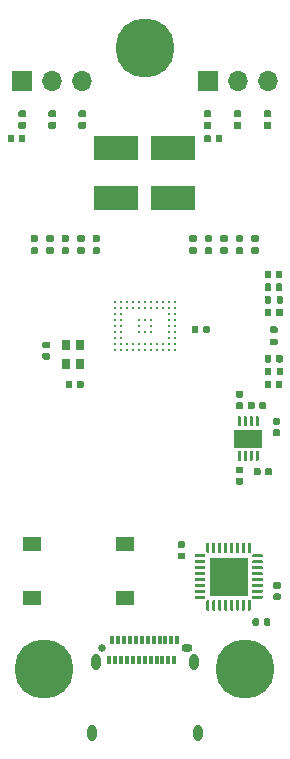
<source format=gbr>
%TF.GenerationSoftware,KiCad,Pcbnew,(5.1.2)-1*%
%TF.CreationDate,2022-05-17T10:19:51-05:00*%
%TF.ProjectId,aducm_board,61647563-6d5f-4626-9f61-72642e6b6963,1.6*%
%TF.SameCoordinates,Original*%
%TF.FileFunction,Soldermask,Top*%
%TF.FilePolarity,Negative*%
%FSLAX46Y46*%
G04 Gerber Fmt 4.6, Leading zero omitted, Abs format (unit mm)*
G04 Created by KiCad (PCBNEW (5.1.2)-1) date 2022-05-17 10:19:51*
%MOMM*%
%LPD*%
G04 APERTURE LIST*
%ADD10C,0.100000*%
%ADD11C,0.560000*%
%ADD12R,3.800000X2.000000*%
%ADD13C,0.250000*%
%ADD14C,0.240000*%
%ADD15R,2.440000X1.600000*%
%ADD16C,5.000000*%
%ADD17C,0.540000*%
%ADD18R,0.250000X0.250000*%
%ADD19R,0.300000X0.700000*%
%ADD20C,0.650000*%
%ADD21O,0.950000X0.650000*%
%ADD22O,0.800000X1.400000*%
%ADD23R,0.800000X0.900000*%
%ADD24R,1.550000X1.300000*%
%ADD25O,1.700000X1.700000*%
%ADD26R,1.700000X1.700000*%
%ADD27C,0.590000*%
%ADD28R,3.300000X3.300000*%
G04 APERTURE END LIST*
D10*
%TO.C,C41*%
G36*
X149713722Y-123250674D02*
G01*
X149727313Y-123252690D01*
X149740640Y-123256028D01*
X149753576Y-123260657D01*
X149765996Y-123266531D01*
X149777780Y-123273594D01*
X149788815Y-123281779D01*
X149798995Y-123291005D01*
X149808221Y-123301185D01*
X149816406Y-123312220D01*
X149823469Y-123324004D01*
X149829343Y-123336424D01*
X149833972Y-123349360D01*
X149837310Y-123362687D01*
X149839326Y-123376278D01*
X149840000Y-123390000D01*
X149840000Y-123670000D01*
X149839326Y-123683722D01*
X149837310Y-123697313D01*
X149833972Y-123710640D01*
X149829343Y-123723576D01*
X149823469Y-123735996D01*
X149816406Y-123747780D01*
X149808221Y-123758815D01*
X149798995Y-123768995D01*
X149788815Y-123778221D01*
X149777780Y-123786406D01*
X149765996Y-123793469D01*
X149753576Y-123799343D01*
X149740640Y-123803972D01*
X149727313Y-123807310D01*
X149713722Y-123809326D01*
X149700000Y-123810000D01*
X149360000Y-123810000D01*
X149346278Y-123809326D01*
X149332687Y-123807310D01*
X149319360Y-123803972D01*
X149306424Y-123799343D01*
X149294004Y-123793469D01*
X149282220Y-123786406D01*
X149271185Y-123778221D01*
X149261005Y-123768995D01*
X149251779Y-123758815D01*
X149243594Y-123747780D01*
X149236531Y-123735996D01*
X149230657Y-123723576D01*
X149226028Y-123710640D01*
X149222690Y-123697313D01*
X149220674Y-123683722D01*
X149220000Y-123670000D01*
X149220000Y-123390000D01*
X149220674Y-123376278D01*
X149222690Y-123362687D01*
X149226028Y-123349360D01*
X149230657Y-123336424D01*
X149236531Y-123324004D01*
X149243594Y-123312220D01*
X149251779Y-123301185D01*
X149261005Y-123291005D01*
X149271185Y-123281779D01*
X149282220Y-123273594D01*
X149294004Y-123266531D01*
X149306424Y-123260657D01*
X149319360Y-123256028D01*
X149332687Y-123252690D01*
X149346278Y-123250674D01*
X149360000Y-123250000D01*
X149700000Y-123250000D01*
X149713722Y-123250674D01*
X149713722Y-123250674D01*
G37*
D11*
X149530000Y-123530000D03*
D10*
G36*
X149713722Y-124210674D02*
G01*
X149727313Y-124212690D01*
X149740640Y-124216028D01*
X149753576Y-124220657D01*
X149765996Y-124226531D01*
X149777780Y-124233594D01*
X149788815Y-124241779D01*
X149798995Y-124251005D01*
X149808221Y-124261185D01*
X149816406Y-124272220D01*
X149823469Y-124284004D01*
X149829343Y-124296424D01*
X149833972Y-124309360D01*
X149837310Y-124322687D01*
X149839326Y-124336278D01*
X149840000Y-124350000D01*
X149840000Y-124630000D01*
X149839326Y-124643722D01*
X149837310Y-124657313D01*
X149833972Y-124670640D01*
X149829343Y-124683576D01*
X149823469Y-124695996D01*
X149816406Y-124707780D01*
X149808221Y-124718815D01*
X149798995Y-124728995D01*
X149788815Y-124738221D01*
X149777780Y-124746406D01*
X149765996Y-124753469D01*
X149753576Y-124759343D01*
X149740640Y-124763972D01*
X149727313Y-124767310D01*
X149713722Y-124769326D01*
X149700000Y-124770000D01*
X149360000Y-124770000D01*
X149346278Y-124769326D01*
X149332687Y-124767310D01*
X149319360Y-124763972D01*
X149306424Y-124759343D01*
X149294004Y-124753469D01*
X149282220Y-124746406D01*
X149271185Y-124738221D01*
X149261005Y-124728995D01*
X149251779Y-124718815D01*
X149243594Y-124707780D01*
X149236531Y-124695996D01*
X149230657Y-124683576D01*
X149226028Y-124670640D01*
X149222690Y-124657313D01*
X149220674Y-124643722D01*
X149220000Y-124630000D01*
X149220000Y-124350000D01*
X149220674Y-124336278D01*
X149222690Y-124322687D01*
X149226028Y-124309360D01*
X149230657Y-124296424D01*
X149236531Y-124284004D01*
X149243594Y-124272220D01*
X149251779Y-124261185D01*
X149261005Y-124251005D01*
X149271185Y-124241779D01*
X149282220Y-124233594D01*
X149294004Y-124226531D01*
X149306424Y-124220657D01*
X149319360Y-124216028D01*
X149332687Y-124212690D01*
X149346278Y-124210674D01*
X149360000Y-124210000D01*
X149700000Y-124210000D01*
X149713722Y-124210674D01*
X149713722Y-124210674D01*
G37*
D11*
X149530000Y-124490000D03*
%TD*%
D12*
%TO.C,TP4*%
X143900000Y-102670000D03*
%TD*%
%TO.C,TP3*%
X139090000Y-102670000D03*
%TD*%
D10*
%TO.C,U3*%
G36*
X150578626Y-125405301D02*
G01*
X150584693Y-125406201D01*
X150590643Y-125407691D01*
X150596418Y-125409758D01*
X150601962Y-125412380D01*
X150607223Y-125415533D01*
X150612150Y-125419187D01*
X150616694Y-125423306D01*
X150620813Y-125427850D01*
X150624467Y-125432777D01*
X150627620Y-125438038D01*
X150630242Y-125443582D01*
X150632309Y-125449357D01*
X150633799Y-125455307D01*
X150634699Y-125461374D01*
X150635000Y-125467500D01*
X150635000Y-126192500D01*
X150634699Y-126198626D01*
X150633799Y-126204693D01*
X150632309Y-126210643D01*
X150630242Y-126216418D01*
X150627620Y-126221962D01*
X150624467Y-126227223D01*
X150620813Y-126232150D01*
X150616694Y-126236694D01*
X150612150Y-126240813D01*
X150607223Y-126244467D01*
X150601962Y-126247620D01*
X150596418Y-126250242D01*
X150590643Y-126252309D01*
X150584693Y-126253799D01*
X150578626Y-126254699D01*
X150572500Y-126255000D01*
X150447500Y-126255000D01*
X150441374Y-126254699D01*
X150435307Y-126253799D01*
X150429357Y-126252309D01*
X150423582Y-126250242D01*
X150418038Y-126247620D01*
X150412777Y-126244467D01*
X150407850Y-126240813D01*
X150403306Y-126236694D01*
X150399187Y-126232150D01*
X150395533Y-126227223D01*
X150392380Y-126221962D01*
X150389758Y-126216418D01*
X150387691Y-126210643D01*
X150386201Y-126204693D01*
X150385301Y-126198626D01*
X150385000Y-126192500D01*
X150385000Y-125467500D01*
X150385301Y-125461374D01*
X150386201Y-125455307D01*
X150387691Y-125449357D01*
X150389758Y-125443582D01*
X150392380Y-125438038D01*
X150395533Y-125432777D01*
X150399187Y-125427850D01*
X150403306Y-125423306D01*
X150407850Y-125419187D01*
X150412777Y-125415533D01*
X150418038Y-125412380D01*
X150423582Y-125409758D01*
X150429357Y-125407691D01*
X150435307Y-125406201D01*
X150441374Y-125405301D01*
X150447500Y-125405000D01*
X150572500Y-125405000D01*
X150578626Y-125405301D01*
X150578626Y-125405301D01*
G37*
D13*
X150510000Y-125830000D03*
D10*
G36*
X150078626Y-128305301D02*
G01*
X150084693Y-128306201D01*
X150090643Y-128307691D01*
X150096418Y-128309758D01*
X150101962Y-128312380D01*
X150107223Y-128315533D01*
X150112150Y-128319187D01*
X150116694Y-128323306D01*
X150120813Y-128327850D01*
X150124467Y-128332777D01*
X150127620Y-128338038D01*
X150130242Y-128343582D01*
X150132309Y-128349357D01*
X150133799Y-128355307D01*
X150134699Y-128361374D01*
X150135000Y-128367500D01*
X150135000Y-129092500D01*
X150134699Y-129098626D01*
X150133799Y-129104693D01*
X150132309Y-129110643D01*
X150130242Y-129116418D01*
X150127620Y-129121962D01*
X150124467Y-129127223D01*
X150120813Y-129132150D01*
X150116694Y-129136694D01*
X150112150Y-129140813D01*
X150107223Y-129144467D01*
X150101962Y-129147620D01*
X150096418Y-129150242D01*
X150090643Y-129152309D01*
X150084693Y-129153799D01*
X150078626Y-129154699D01*
X150072500Y-129155000D01*
X149947500Y-129155000D01*
X149941374Y-129154699D01*
X149935307Y-129153799D01*
X149929357Y-129152309D01*
X149923582Y-129150242D01*
X149918038Y-129147620D01*
X149912777Y-129144467D01*
X149907850Y-129140813D01*
X149903306Y-129136694D01*
X149899187Y-129132150D01*
X149895533Y-129127223D01*
X149892380Y-129121962D01*
X149889758Y-129116418D01*
X149887691Y-129110643D01*
X149886201Y-129104693D01*
X149885301Y-129098626D01*
X149885000Y-129092500D01*
X149885000Y-128367500D01*
X149885301Y-128361374D01*
X149886201Y-128355307D01*
X149887691Y-128349357D01*
X149889758Y-128343582D01*
X149892380Y-128338038D01*
X149895533Y-128332777D01*
X149899187Y-128327850D01*
X149903306Y-128323306D01*
X149907850Y-128319187D01*
X149912777Y-128315533D01*
X149918038Y-128312380D01*
X149923582Y-128309758D01*
X149929357Y-128307691D01*
X149935307Y-128306201D01*
X149941374Y-128305301D01*
X149947500Y-128305000D01*
X150072500Y-128305000D01*
X150078626Y-128305301D01*
X150078626Y-128305301D01*
G37*
D13*
X150010000Y-128730000D03*
D10*
G36*
X150578626Y-128305301D02*
G01*
X150584693Y-128306201D01*
X150590643Y-128307691D01*
X150596418Y-128309758D01*
X150601962Y-128312380D01*
X150607223Y-128315533D01*
X150612150Y-128319187D01*
X150616694Y-128323306D01*
X150620813Y-128327850D01*
X150624467Y-128332777D01*
X150627620Y-128338038D01*
X150630242Y-128343582D01*
X150632309Y-128349357D01*
X150633799Y-128355307D01*
X150634699Y-128361374D01*
X150635000Y-128367500D01*
X150635000Y-129092500D01*
X150634699Y-129098626D01*
X150633799Y-129104693D01*
X150632309Y-129110643D01*
X150630242Y-129116418D01*
X150627620Y-129121962D01*
X150624467Y-129127223D01*
X150620813Y-129132150D01*
X150616694Y-129136694D01*
X150612150Y-129140813D01*
X150607223Y-129144467D01*
X150601962Y-129147620D01*
X150596418Y-129150242D01*
X150590643Y-129152309D01*
X150584693Y-129153799D01*
X150578626Y-129154699D01*
X150572500Y-129155000D01*
X150447500Y-129155000D01*
X150441374Y-129154699D01*
X150435307Y-129153799D01*
X150429357Y-129152309D01*
X150423582Y-129150242D01*
X150418038Y-129147620D01*
X150412777Y-129144467D01*
X150407850Y-129140813D01*
X150403306Y-129136694D01*
X150399187Y-129132150D01*
X150395533Y-129127223D01*
X150392380Y-129121962D01*
X150389758Y-129116418D01*
X150387691Y-129110643D01*
X150386201Y-129104693D01*
X150385301Y-129098626D01*
X150385000Y-129092500D01*
X150385000Y-128367500D01*
X150385301Y-128361374D01*
X150386201Y-128355307D01*
X150387691Y-128349357D01*
X150389758Y-128343582D01*
X150392380Y-128338038D01*
X150395533Y-128332777D01*
X150399187Y-128327850D01*
X150403306Y-128323306D01*
X150407850Y-128319187D01*
X150412777Y-128315533D01*
X150418038Y-128312380D01*
X150423582Y-128309758D01*
X150429357Y-128307691D01*
X150435307Y-128306201D01*
X150441374Y-128305301D01*
X150447500Y-128305000D01*
X150572500Y-128305000D01*
X150578626Y-128305301D01*
X150578626Y-128305301D01*
G37*
D13*
X150510000Y-128730000D03*
D10*
G36*
X150078626Y-125405301D02*
G01*
X150084693Y-125406201D01*
X150090643Y-125407691D01*
X150096418Y-125409758D01*
X150101962Y-125412380D01*
X150107223Y-125415533D01*
X150112150Y-125419187D01*
X150116694Y-125423306D01*
X150120813Y-125427850D01*
X150124467Y-125432777D01*
X150127620Y-125438038D01*
X150130242Y-125443582D01*
X150132309Y-125449357D01*
X150133799Y-125455307D01*
X150134699Y-125461374D01*
X150135000Y-125467500D01*
X150135000Y-126192500D01*
X150134699Y-126198626D01*
X150133799Y-126204693D01*
X150132309Y-126210643D01*
X150130242Y-126216418D01*
X150127620Y-126221962D01*
X150124467Y-126227223D01*
X150120813Y-126232150D01*
X150116694Y-126236694D01*
X150112150Y-126240813D01*
X150107223Y-126244467D01*
X150101962Y-126247620D01*
X150096418Y-126250242D01*
X150090643Y-126252309D01*
X150084693Y-126253799D01*
X150078626Y-126254699D01*
X150072500Y-126255000D01*
X149947500Y-126255000D01*
X149941374Y-126254699D01*
X149935307Y-126253799D01*
X149929357Y-126252309D01*
X149923582Y-126250242D01*
X149918038Y-126247620D01*
X149912777Y-126244467D01*
X149907850Y-126240813D01*
X149903306Y-126236694D01*
X149899187Y-126232150D01*
X149895533Y-126227223D01*
X149892380Y-126221962D01*
X149889758Y-126216418D01*
X149887691Y-126210643D01*
X149886201Y-126204693D01*
X149885301Y-126198626D01*
X149885000Y-126192500D01*
X149885000Y-125467500D01*
X149885301Y-125461374D01*
X149886201Y-125455307D01*
X149887691Y-125449357D01*
X149889758Y-125443582D01*
X149892380Y-125438038D01*
X149895533Y-125432777D01*
X149899187Y-125427850D01*
X149903306Y-125423306D01*
X149907850Y-125419187D01*
X149912777Y-125415533D01*
X149918038Y-125412380D01*
X149923582Y-125409758D01*
X149929357Y-125407691D01*
X149935307Y-125406201D01*
X149941374Y-125405301D01*
X149947500Y-125405000D01*
X150072500Y-125405000D01*
X150078626Y-125405301D01*
X150078626Y-125405301D01*
G37*
D13*
X150010000Y-125830000D03*
D10*
G36*
X149575881Y-128305289D02*
G01*
X149581705Y-128306153D01*
X149587417Y-128307584D01*
X149592961Y-128309567D01*
X149598284Y-128312085D01*
X149603334Y-128315112D01*
X149608064Y-128318619D01*
X149612426Y-128322574D01*
X149616381Y-128326936D01*
X149619888Y-128331666D01*
X149622915Y-128336716D01*
X149625433Y-128342039D01*
X149627416Y-128347583D01*
X149628847Y-128353295D01*
X149629711Y-128359119D01*
X149630000Y-128365000D01*
X149630000Y-129095000D01*
X149629711Y-129100881D01*
X149628847Y-129106705D01*
X149627416Y-129112417D01*
X149625433Y-129117961D01*
X149622915Y-129123284D01*
X149619888Y-129128334D01*
X149616381Y-129133064D01*
X149612426Y-129137426D01*
X149608064Y-129141381D01*
X149603334Y-129144888D01*
X149598284Y-129147915D01*
X149592961Y-129150433D01*
X149587417Y-129152416D01*
X149581705Y-129153847D01*
X149575881Y-129154711D01*
X149570000Y-129155000D01*
X149450000Y-129155000D01*
X149444119Y-129154711D01*
X149438295Y-129153847D01*
X149432583Y-129152416D01*
X149427039Y-129150433D01*
X149421716Y-129147915D01*
X149416666Y-129144888D01*
X149411936Y-129141381D01*
X149407574Y-129137426D01*
X149403619Y-129133064D01*
X149400112Y-129128334D01*
X149397085Y-129123284D01*
X149394567Y-129117961D01*
X149392584Y-129112417D01*
X149391153Y-129106705D01*
X149390289Y-129100881D01*
X149390000Y-129095000D01*
X149390000Y-128365000D01*
X149390289Y-128359119D01*
X149391153Y-128353295D01*
X149392584Y-128347583D01*
X149394567Y-128342039D01*
X149397085Y-128336716D01*
X149400112Y-128331666D01*
X149403619Y-128326936D01*
X149407574Y-128322574D01*
X149411936Y-128318619D01*
X149416666Y-128315112D01*
X149421716Y-128312085D01*
X149427039Y-128309567D01*
X149432583Y-128307584D01*
X149438295Y-128306153D01*
X149444119Y-128305289D01*
X149450000Y-128305000D01*
X149570000Y-128305000D01*
X149575881Y-128305289D01*
X149575881Y-128305289D01*
G37*
D14*
X149510000Y-128730000D03*
D10*
G36*
X149578626Y-125405301D02*
G01*
X149584693Y-125406201D01*
X149590643Y-125407691D01*
X149596418Y-125409758D01*
X149601962Y-125412380D01*
X149607223Y-125415533D01*
X149612150Y-125419187D01*
X149616694Y-125423306D01*
X149620813Y-125427850D01*
X149624467Y-125432777D01*
X149627620Y-125438038D01*
X149630242Y-125443582D01*
X149632309Y-125449357D01*
X149633799Y-125455307D01*
X149634699Y-125461374D01*
X149635000Y-125467500D01*
X149635000Y-126192500D01*
X149634699Y-126198626D01*
X149633799Y-126204693D01*
X149632309Y-126210643D01*
X149630242Y-126216418D01*
X149627620Y-126221962D01*
X149624467Y-126227223D01*
X149620813Y-126232150D01*
X149616694Y-126236694D01*
X149612150Y-126240813D01*
X149607223Y-126244467D01*
X149601962Y-126247620D01*
X149596418Y-126250242D01*
X149590643Y-126252309D01*
X149584693Y-126253799D01*
X149578626Y-126254699D01*
X149572500Y-126255000D01*
X149447500Y-126255000D01*
X149441374Y-126254699D01*
X149435307Y-126253799D01*
X149429357Y-126252309D01*
X149423582Y-126250242D01*
X149418038Y-126247620D01*
X149412777Y-126244467D01*
X149407850Y-126240813D01*
X149403306Y-126236694D01*
X149399187Y-126232150D01*
X149395533Y-126227223D01*
X149392380Y-126221962D01*
X149389758Y-126216418D01*
X149387691Y-126210643D01*
X149386201Y-126204693D01*
X149385301Y-126198626D01*
X149385000Y-126192500D01*
X149385000Y-125467500D01*
X149385301Y-125461374D01*
X149386201Y-125455307D01*
X149387691Y-125449357D01*
X149389758Y-125443582D01*
X149392380Y-125438038D01*
X149395533Y-125432777D01*
X149399187Y-125427850D01*
X149403306Y-125423306D01*
X149407850Y-125419187D01*
X149412777Y-125415533D01*
X149418038Y-125412380D01*
X149423582Y-125409758D01*
X149429357Y-125407691D01*
X149435307Y-125406201D01*
X149441374Y-125405301D01*
X149447500Y-125405000D01*
X149572500Y-125405000D01*
X149578626Y-125405301D01*
X149578626Y-125405301D01*
G37*
D13*
X149510000Y-125830000D03*
D10*
G36*
X151078626Y-128305301D02*
G01*
X151084693Y-128306201D01*
X151090643Y-128307691D01*
X151096418Y-128309758D01*
X151101962Y-128312380D01*
X151107223Y-128315533D01*
X151112150Y-128319187D01*
X151116694Y-128323306D01*
X151120813Y-128327850D01*
X151124467Y-128332777D01*
X151127620Y-128338038D01*
X151130242Y-128343582D01*
X151132309Y-128349357D01*
X151133799Y-128355307D01*
X151134699Y-128361374D01*
X151135000Y-128367500D01*
X151135000Y-129092500D01*
X151134699Y-129098626D01*
X151133799Y-129104693D01*
X151132309Y-129110643D01*
X151130242Y-129116418D01*
X151127620Y-129121962D01*
X151124467Y-129127223D01*
X151120813Y-129132150D01*
X151116694Y-129136694D01*
X151112150Y-129140813D01*
X151107223Y-129144467D01*
X151101962Y-129147620D01*
X151096418Y-129150242D01*
X151090643Y-129152309D01*
X151084693Y-129153799D01*
X151078626Y-129154699D01*
X151072500Y-129155000D01*
X150947500Y-129155000D01*
X150941374Y-129154699D01*
X150935307Y-129153799D01*
X150929357Y-129152309D01*
X150923582Y-129150242D01*
X150918038Y-129147620D01*
X150912777Y-129144467D01*
X150907850Y-129140813D01*
X150903306Y-129136694D01*
X150899187Y-129132150D01*
X150895533Y-129127223D01*
X150892380Y-129121962D01*
X150889758Y-129116418D01*
X150887691Y-129110643D01*
X150886201Y-129104693D01*
X150885301Y-129098626D01*
X150885000Y-129092500D01*
X150885000Y-128367500D01*
X150885301Y-128361374D01*
X150886201Y-128355307D01*
X150887691Y-128349357D01*
X150889758Y-128343582D01*
X150892380Y-128338038D01*
X150895533Y-128332777D01*
X150899187Y-128327850D01*
X150903306Y-128323306D01*
X150907850Y-128319187D01*
X150912777Y-128315533D01*
X150918038Y-128312380D01*
X150923582Y-128309758D01*
X150929357Y-128307691D01*
X150935307Y-128306201D01*
X150941374Y-128305301D01*
X150947500Y-128305000D01*
X151072500Y-128305000D01*
X151078626Y-128305301D01*
X151078626Y-128305301D01*
G37*
D13*
X151010000Y-128730000D03*
D10*
G36*
X151078626Y-125405301D02*
G01*
X151084693Y-125406201D01*
X151090643Y-125407691D01*
X151096418Y-125409758D01*
X151101962Y-125412380D01*
X151107223Y-125415533D01*
X151112150Y-125419187D01*
X151116694Y-125423306D01*
X151120813Y-125427850D01*
X151124467Y-125432777D01*
X151127620Y-125438038D01*
X151130242Y-125443582D01*
X151132309Y-125449357D01*
X151133799Y-125455307D01*
X151134699Y-125461374D01*
X151135000Y-125467500D01*
X151135000Y-126192500D01*
X151134699Y-126198626D01*
X151133799Y-126204693D01*
X151132309Y-126210643D01*
X151130242Y-126216418D01*
X151127620Y-126221962D01*
X151124467Y-126227223D01*
X151120813Y-126232150D01*
X151116694Y-126236694D01*
X151112150Y-126240813D01*
X151107223Y-126244467D01*
X151101962Y-126247620D01*
X151096418Y-126250242D01*
X151090643Y-126252309D01*
X151084693Y-126253799D01*
X151078626Y-126254699D01*
X151072500Y-126255000D01*
X150947500Y-126255000D01*
X150941374Y-126254699D01*
X150935307Y-126253799D01*
X150929357Y-126252309D01*
X150923582Y-126250242D01*
X150918038Y-126247620D01*
X150912777Y-126244467D01*
X150907850Y-126240813D01*
X150903306Y-126236694D01*
X150899187Y-126232150D01*
X150895533Y-126227223D01*
X150892380Y-126221962D01*
X150889758Y-126216418D01*
X150887691Y-126210643D01*
X150886201Y-126204693D01*
X150885301Y-126198626D01*
X150885000Y-126192500D01*
X150885000Y-125467500D01*
X150885301Y-125461374D01*
X150886201Y-125455307D01*
X150887691Y-125449357D01*
X150889758Y-125443582D01*
X150892380Y-125438038D01*
X150895533Y-125432777D01*
X150899187Y-125427850D01*
X150903306Y-125423306D01*
X150907850Y-125419187D01*
X150912777Y-125415533D01*
X150918038Y-125412380D01*
X150923582Y-125409758D01*
X150929357Y-125407691D01*
X150935307Y-125406201D01*
X150941374Y-125405301D01*
X150947500Y-125405000D01*
X151072500Y-125405000D01*
X151078626Y-125405301D01*
X151078626Y-125405301D01*
G37*
D13*
X151010000Y-125830000D03*
D15*
X150240000Y-127280000D03*
%TD*%
D16*
%TO.C,REF\002A\002A*%
X141500000Y-94200000D03*
%TD*%
%TO.C,REF\002A\002A*%
X150026001Y-146800000D03*
%TD*%
%TO.C,REF\002A\002A*%
X132973999Y-146800000D03*
%TD*%
D10*
%TO.C,C36*%
G36*
X144783722Y-135974675D02*
G01*
X144797313Y-135976691D01*
X144810640Y-135980029D01*
X144823576Y-135984658D01*
X144835996Y-135990532D01*
X144847780Y-135997595D01*
X144858815Y-136005780D01*
X144868995Y-136015006D01*
X144878221Y-136025186D01*
X144886406Y-136036221D01*
X144893469Y-136048005D01*
X144899343Y-136060425D01*
X144903972Y-136073361D01*
X144907310Y-136086688D01*
X144909326Y-136100279D01*
X144910000Y-136114001D01*
X144910000Y-136394001D01*
X144909326Y-136407723D01*
X144907310Y-136421314D01*
X144903972Y-136434641D01*
X144899343Y-136447577D01*
X144893469Y-136459997D01*
X144886406Y-136471781D01*
X144878221Y-136482816D01*
X144868995Y-136492996D01*
X144858815Y-136502222D01*
X144847780Y-136510407D01*
X144835996Y-136517470D01*
X144823576Y-136523344D01*
X144810640Y-136527973D01*
X144797313Y-136531311D01*
X144783722Y-136533327D01*
X144770000Y-136534001D01*
X144430000Y-136534001D01*
X144416278Y-136533327D01*
X144402687Y-136531311D01*
X144389360Y-136527973D01*
X144376424Y-136523344D01*
X144364004Y-136517470D01*
X144352220Y-136510407D01*
X144341185Y-136502222D01*
X144331005Y-136492996D01*
X144321779Y-136482816D01*
X144313594Y-136471781D01*
X144306531Y-136459997D01*
X144300657Y-136447577D01*
X144296028Y-136434641D01*
X144292690Y-136421314D01*
X144290674Y-136407723D01*
X144290000Y-136394001D01*
X144290000Y-136114001D01*
X144290674Y-136100279D01*
X144292690Y-136086688D01*
X144296028Y-136073361D01*
X144300657Y-136060425D01*
X144306531Y-136048005D01*
X144313594Y-136036221D01*
X144321779Y-136025186D01*
X144331005Y-136015006D01*
X144341185Y-136005780D01*
X144352220Y-135997595D01*
X144364004Y-135990532D01*
X144376424Y-135984658D01*
X144389360Y-135980029D01*
X144402687Y-135976691D01*
X144416278Y-135974675D01*
X144430000Y-135974001D01*
X144770000Y-135974001D01*
X144783722Y-135974675D01*
X144783722Y-135974675D01*
G37*
D11*
X144600000Y-136254001D03*
D10*
G36*
X144783722Y-136934675D02*
G01*
X144797313Y-136936691D01*
X144810640Y-136940029D01*
X144823576Y-136944658D01*
X144835996Y-136950532D01*
X144847780Y-136957595D01*
X144858815Y-136965780D01*
X144868995Y-136975006D01*
X144878221Y-136985186D01*
X144886406Y-136996221D01*
X144893469Y-137008005D01*
X144899343Y-137020425D01*
X144903972Y-137033361D01*
X144907310Y-137046688D01*
X144909326Y-137060279D01*
X144910000Y-137074001D01*
X144910000Y-137354001D01*
X144909326Y-137367723D01*
X144907310Y-137381314D01*
X144903972Y-137394641D01*
X144899343Y-137407577D01*
X144893469Y-137419997D01*
X144886406Y-137431781D01*
X144878221Y-137442816D01*
X144868995Y-137452996D01*
X144858815Y-137462222D01*
X144847780Y-137470407D01*
X144835996Y-137477470D01*
X144823576Y-137483344D01*
X144810640Y-137487973D01*
X144797313Y-137491311D01*
X144783722Y-137493327D01*
X144770000Y-137494001D01*
X144430000Y-137494001D01*
X144416278Y-137493327D01*
X144402687Y-137491311D01*
X144389360Y-137487973D01*
X144376424Y-137483344D01*
X144364004Y-137477470D01*
X144352220Y-137470407D01*
X144341185Y-137462222D01*
X144331005Y-137452996D01*
X144321779Y-137442816D01*
X144313594Y-137431781D01*
X144306531Y-137419997D01*
X144300657Y-137407577D01*
X144296028Y-137394641D01*
X144292690Y-137381314D01*
X144290674Y-137367723D01*
X144290000Y-137354001D01*
X144290000Y-137074001D01*
X144290674Y-137060279D01*
X144292690Y-137046688D01*
X144296028Y-137033361D01*
X144300657Y-137020425D01*
X144306531Y-137008005D01*
X144313594Y-136996221D01*
X144321779Y-136985186D01*
X144331005Y-136975006D01*
X144341185Y-136965780D01*
X144352220Y-136957595D01*
X144364004Y-136950532D01*
X144376424Y-136944658D01*
X144389360Y-136940029D01*
X144402687Y-136936691D01*
X144416278Y-136934675D01*
X144430000Y-136934001D01*
X144770000Y-136934001D01*
X144783722Y-136934675D01*
X144783722Y-136934675D01*
G37*
D11*
X144600000Y-137214001D03*
%TD*%
D10*
%TO.C,R22*%
G36*
X147090732Y-111090650D02*
G01*
X147103837Y-111092594D01*
X147116688Y-111095813D01*
X147129162Y-111100276D01*
X147141139Y-111105941D01*
X147152502Y-111112752D01*
X147163143Y-111120644D01*
X147172959Y-111129541D01*
X147181856Y-111139357D01*
X147189748Y-111149998D01*
X147196559Y-111161361D01*
X147202224Y-111173338D01*
X147206687Y-111185812D01*
X147209906Y-111198663D01*
X147211850Y-111211768D01*
X147212500Y-111225000D01*
X147212500Y-111495000D01*
X147211850Y-111508232D01*
X147209906Y-111521337D01*
X147206687Y-111534188D01*
X147202224Y-111546662D01*
X147196559Y-111558639D01*
X147189748Y-111570002D01*
X147181856Y-111580643D01*
X147172959Y-111590459D01*
X147163143Y-111599356D01*
X147152502Y-111607248D01*
X147141139Y-111614059D01*
X147129162Y-111619724D01*
X147116688Y-111624187D01*
X147103837Y-111627406D01*
X147090732Y-111629350D01*
X147077500Y-111630000D01*
X146707500Y-111630000D01*
X146694268Y-111629350D01*
X146681163Y-111627406D01*
X146668312Y-111624187D01*
X146655838Y-111619724D01*
X146643861Y-111614059D01*
X146632498Y-111607248D01*
X146621857Y-111599356D01*
X146612041Y-111590459D01*
X146603144Y-111580643D01*
X146595252Y-111570002D01*
X146588441Y-111558639D01*
X146582776Y-111546662D01*
X146578313Y-111534188D01*
X146575094Y-111521337D01*
X146573150Y-111508232D01*
X146572500Y-111495000D01*
X146572500Y-111225000D01*
X146573150Y-111211768D01*
X146575094Y-111198663D01*
X146578313Y-111185812D01*
X146582776Y-111173338D01*
X146588441Y-111161361D01*
X146595252Y-111149998D01*
X146603144Y-111139357D01*
X146612041Y-111129541D01*
X146621857Y-111120644D01*
X146632498Y-111112752D01*
X146643861Y-111105941D01*
X146655838Y-111100276D01*
X146668312Y-111095813D01*
X146681163Y-111092594D01*
X146694268Y-111090650D01*
X146707500Y-111090000D01*
X147077500Y-111090000D01*
X147090732Y-111090650D01*
X147090732Y-111090650D01*
G37*
D17*
X146892500Y-111360000D03*
D10*
G36*
X147090732Y-110070650D02*
G01*
X147103837Y-110072594D01*
X147116688Y-110075813D01*
X147129162Y-110080276D01*
X147141139Y-110085941D01*
X147152502Y-110092752D01*
X147163143Y-110100644D01*
X147172959Y-110109541D01*
X147181856Y-110119357D01*
X147189748Y-110129998D01*
X147196559Y-110141361D01*
X147202224Y-110153338D01*
X147206687Y-110165812D01*
X147209906Y-110178663D01*
X147211850Y-110191768D01*
X147212500Y-110205000D01*
X147212500Y-110475000D01*
X147211850Y-110488232D01*
X147209906Y-110501337D01*
X147206687Y-110514188D01*
X147202224Y-110526662D01*
X147196559Y-110538639D01*
X147189748Y-110550002D01*
X147181856Y-110560643D01*
X147172959Y-110570459D01*
X147163143Y-110579356D01*
X147152502Y-110587248D01*
X147141139Y-110594059D01*
X147129162Y-110599724D01*
X147116688Y-110604187D01*
X147103837Y-110607406D01*
X147090732Y-110609350D01*
X147077500Y-110610000D01*
X146707500Y-110610000D01*
X146694268Y-110609350D01*
X146681163Y-110607406D01*
X146668312Y-110604187D01*
X146655838Y-110599724D01*
X146643861Y-110594059D01*
X146632498Y-110587248D01*
X146621857Y-110579356D01*
X146612041Y-110570459D01*
X146603144Y-110560643D01*
X146595252Y-110550002D01*
X146588441Y-110538639D01*
X146582776Y-110526662D01*
X146578313Y-110514188D01*
X146575094Y-110501337D01*
X146573150Y-110488232D01*
X146572500Y-110475000D01*
X146572500Y-110205000D01*
X146573150Y-110191768D01*
X146575094Y-110178663D01*
X146578313Y-110165812D01*
X146582776Y-110153338D01*
X146588441Y-110141361D01*
X146595252Y-110129998D01*
X146603144Y-110119357D01*
X146612041Y-110109541D01*
X146621857Y-110100644D01*
X146632498Y-110092752D01*
X146643861Y-110085941D01*
X146655838Y-110080276D01*
X146668312Y-110075813D01*
X146681163Y-110072594D01*
X146694268Y-110070650D01*
X146707500Y-110070000D01*
X147077500Y-110070000D01*
X147090732Y-110070650D01*
X147090732Y-110070650D01*
G37*
D17*
X146892500Y-110340000D03*
%TD*%
D18*
%TO.C,U1*%
X140992000Y-117782000D03*
X142008000Y-117782000D03*
X141500000Y-118290000D03*
X140992000Y-118290000D03*
X142008000Y-118290000D03*
X141500000Y-117274000D03*
X140992000Y-117274000D03*
X142008000Y-117274000D03*
X143532000Y-118290000D03*
X143532000Y-116766000D03*
X143532000Y-117782000D03*
X143532000Y-118798000D03*
X143532000Y-117274000D03*
X144040000Y-116766000D03*
X144040000Y-118290000D03*
X144040000Y-118798000D03*
X144040000Y-117274000D03*
X144040000Y-117782000D03*
X139468000Y-117274000D03*
X139468000Y-118798000D03*
X139468000Y-116766000D03*
X139468000Y-117782000D03*
X139468000Y-118290000D03*
X138960000Y-117782000D03*
X138960000Y-116766000D03*
X138960000Y-117274000D03*
X138960000Y-118798000D03*
X138960000Y-118290000D03*
X142516000Y-119814000D03*
X139976000Y-119814000D03*
X140992000Y-119814000D03*
X142008000Y-119814000D03*
X143024000Y-119814000D03*
X140484000Y-119814000D03*
X141500000Y-119814000D03*
X138960000Y-119814000D03*
X143532000Y-119814000D03*
X144040000Y-119814000D03*
X139468000Y-119814000D03*
X141500000Y-119306000D03*
X140992000Y-119306000D03*
X142516000Y-119306000D03*
X142008000Y-119306000D03*
X138960000Y-119306000D03*
X139468000Y-119306000D03*
X143024000Y-119306000D03*
X140484000Y-119306000D03*
X144040000Y-119306000D03*
X139976000Y-119306000D03*
X143532000Y-119306000D03*
X141500000Y-116258000D03*
X140992000Y-116258000D03*
X142516000Y-116258000D03*
X142008000Y-116258000D03*
X138960000Y-116258000D03*
X139468000Y-116258000D03*
X143024000Y-116258000D03*
X140484000Y-116258000D03*
X144040000Y-116258000D03*
X139976000Y-116258000D03*
X143532000Y-116258000D03*
X143024000Y-115750000D03*
X144040000Y-115750000D03*
X143532000Y-115750000D03*
X140992000Y-115750000D03*
X141500000Y-115750000D03*
X142516000Y-115750000D03*
X142008000Y-115750000D03*
X140484000Y-115750000D03*
X139976000Y-115750000D03*
X139468000Y-115750000D03*
X138960000Y-115750000D03*
%TD*%
D12*
%TO.C,TP2*%
X139100000Y-106910000D03*
%TD*%
D10*
%TO.C,R21*%
G36*
X151028232Y-111090650D02*
G01*
X151041337Y-111092594D01*
X151054188Y-111095813D01*
X151066662Y-111100276D01*
X151078639Y-111105941D01*
X151090002Y-111112752D01*
X151100643Y-111120644D01*
X151110459Y-111129541D01*
X151119356Y-111139357D01*
X151127248Y-111149998D01*
X151134059Y-111161361D01*
X151139724Y-111173338D01*
X151144187Y-111185812D01*
X151147406Y-111198663D01*
X151149350Y-111211768D01*
X151150000Y-111225000D01*
X151150000Y-111495000D01*
X151149350Y-111508232D01*
X151147406Y-111521337D01*
X151144187Y-111534188D01*
X151139724Y-111546662D01*
X151134059Y-111558639D01*
X151127248Y-111570002D01*
X151119356Y-111580643D01*
X151110459Y-111590459D01*
X151100643Y-111599356D01*
X151090002Y-111607248D01*
X151078639Y-111614059D01*
X151066662Y-111619724D01*
X151054188Y-111624187D01*
X151041337Y-111627406D01*
X151028232Y-111629350D01*
X151015000Y-111630000D01*
X150645000Y-111630000D01*
X150631768Y-111629350D01*
X150618663Y-111627406D01*
X150605812Y-111624187D01*
X150593338Y-111619724D01*
X150581361Y-111614059D01*
X150569998Y-111607248D01*
X150559357Y-111599356D01*
X150549541Y-111590459D01*
X150540644Y-111580643D01*
X150532752Y-111570002D01*
X150525941Y-111558639D01*
X150520276Y-111546662D01*
X150515813Y-111534188D01*
X150512594Y-111521337D01*
X150510650Y-111508232D01*
X150510000Y-111495000D01*
X150510000Y-111225000D01*
X150510650Y-111211768D01*
X150512594Y-111198663D01*
X150515813Y-111185812D01*
X150520276Y-111173338D01*
X150525941Y-111161361D01*
X150532752Y-111149998D01*
X150540644Y-111139357D01*
X150549541Y-111129541D01*
X150559357Y-111120644D01*
X150569998Y-111112752D01*
X150581361Y-111105941D01*
X150593338Y-111100276D01*
X150605812Y-111095813D01*
X150618663Y-111092594D01*
X150631768Y-111090650D01*
X150645000Y-111090000D01*
X151015000Y-111090000D01*
X151028232Y-111090650D01*
X151028232Y-111090650D01*
G37*
D17*
X150830000Y-111360000D03*
D10*
G36*
X151028232Y-110070650D02*
G01*
X151041337Y-110072594D01*
X151054188Y-110075813D01*
X151066662Y-110080276D01*
X151078639Y-110085941D01*
X151090002Y-110092752D01*
X151100643Y-110100644D01*
X151110459Y-110109541D01*
X151119356Y-110119357D01*
X151127248Y-110129998D01*
X151134059Y-110141361D01*
X151139724Y-110153338D01*
X151144187Y-110165812D01*
X151147406Y-110178663D01*
X151149350Y-110191768D01*
X151150000Y-110205000D01*
X151150000Y-110475000D01*
X151149350Y-110488232D01*
X151147406Y-110501337D01*
X151144187Y-110514188D01*
X151139724Y-110526662D01*
X151134059Y-110538639D01*
X151127248Y-110550002D01*
X151119356Y-110560643D01*
X151110459Y-110570459D01*
X151100643Y-110579356D01*
X151090002Y-110587248D01*
X151078639Y-110594059D01*
X151066662Y-110599724D01*
X151054188Y-110604187D01*
X151041337Y-110607406D01*
X151028232Y-110609350D01*
X151015000Y-110610000D01*
X150645000Y-110610000D01*
X150631768Y-110609350D01*
X150618663Y-110607406D01*
X150605812Y-110604187D01*
X150593338Y-110599724D01*
X150581361Y-110594059D01*
X150569998Y-110587248D01*
X150559357Y-110579356D01*
X150549541Y-110570459D01*
X150540644Y-110560643D01*
X150532752Y-110550002D01*
X150525941Y-110538639D01*
X150520276Y-110526662D01*
X150515813Y-110514188D01*
X150512594Y-110501337D01*
X150510650Y-110488232D01*
X150510000Y-110475000D01*
X150510000Y-110205000D01*
X150510650Y-110191768D01*
X150512594Y-110178663D01*
X150515813Y-110165812D01*
X150520276Y-110153338D01*
X150525941Y-110141361D01*
X150532752Y-110129998D01*
X150540644Y-110119357D01*
X150549541Y-110109541D01*
X150559357Y-110100644D01*
X150569998Y-110092752D01*
X150581361Y-110085941D01*
X150593338Y-110080276D01*
X150605812Y-110075813D01*
X150618663Y-110072594D01*
X150631768Y-110070650D01*
X150645000Y-110070000D01*
X151015000Y-110070000D01*
X151028232Y-110070650D01*
X151028232Y-110070650D01*
G37*
D17*
X150830000Y-110340000D03*
%TD*%
D10*
%TO.C,R20*%
G36*
X149715732Y-111090650D02*
G01*
X149728837Y-111092594D01*
X149741688Y-111095813D01*
X149754162Y-111100276D01*
X149766139Y-111105941D01*
X149777502Y-111112752D01*
X149788143Y-111120644D01*
X149797959Y-111129541D01*
X149806856Y-111139357D01*
X149814748Y-111149998D01*
X149821559Y-111161361D01*
X149827224Y-111173338D01*
X149831687Y-111185812D01*
X149834906Y-111198663D01*
X149836850Y-111211768D01*
X149837500Y-111225000D01*
X149837500Y-111495000D01*
X149836850Y-111508232D01*
X149834906Y-111521337D01*
X149831687Y-111534188D01*
X149827224Y-111546662D01*
X149821559Y-111558639D01*
X149814748Y-111570002D01*
X149806856Y-111580643D01*
X149797959Y-111590459D01*
X149788143Y-111599356D01*
X149777502Y-111607248D01*
X149766139Y-111614059D01*
X149754162Y-111619724D01*
X149741688Y-111624187D01*
X149728837Y-111627406D01*
X149715732Y-111629350D01*
X149702500Y-111630000D01*
X149332500Y-111630000D01*
X149319268Y-111629350D01*
X149306163Y-111627406D01*
X149293312Y-111624187D01*
X149280838Y-111619724D01*
X149268861Y-111614059D01*
X149257498Y-111607248D01*
X149246857Y-111599356D01*
X149237041Y-111590459D01*
X149228144Y-111580643D01*
X149220252Y-111570002D01*
X149213441Y-111558639D01*
X149207776Y-111546662D01*
X149203313Y-111534188D01*
X149200094Y-111521337D01*
X149198150Y-111508232D01*
X149197500Y-111495000D01*
X149197500Y-111225000D01*
X149198150Y-111211768D01*
X149200094Y-111198663D01*
X149203313Y-111185812D01*
X149207776Y-111173338D01*
X149213441Y-111161361D01*
X149220252Y-111149998D01*
X149228144Y-111139357D01*
X149237041Y-111129541D01*
X149246857Y-111120644D01*
X149257498Y-111112752D01*
X149268861Y-111105941D01*
X149280838Y-111100276D01*
X149293312Y-111095813D01*
X149306163Y-111092594D01*
X149319268Y-111090650D01*
X149332500Y-111090000D01*
X149702500Y-111090000D01*
X149715732Y-111090650D01*
X149715732Y-111090650D01*
G37*
D17*
X149517500Y-111360000D03*
D10*
G36*
X149715732Y-110070650D02*
G01*
X149728837Y-110072594D01*
X149741688Y-110075813D01*
X149754162Y-110080276D01*
X149766139Y-110085941D01*
X149777502Y-110092752D01*
X149788143Y-110100644D01*
X149797959Y-110109541D01*
X149806856Y-110119357D01*
X149814748Y-110129998D01*
X149821559Y-110141361D01*
X149827224Y-110153338D01*
X149831687Y-110165812D01*
X149834906Y-110178663D01*
X149836850Y-110191768D01*
X149837500Y-110205000D01*
X149837500Y-110475000D01*
X149836850Y-110488232D01*
X149834906Y-110501337D01*
X149831687Y-110514188D01*
X149827224Y-110526662D01*
X149821559Y-110538639D01*
X149814748Y-110550002D01*
X149806856Y-110560643D01*
X149797959Y-110570459D01*
X149788143Y-110579356D01*
X149777502Y-110587248D01*
X149766139Y-110594059D01*
X149754162Y-110599724D01*
X149741688Y-110604187D01*
X149728837Y-110607406D01*
X149715732Y-110609350D01*
X149702500Y-110610000D01*
X149332500Y-110610000D01*
X149319268Y-110609350D01*
X149306163Y-110607406D01*
X149293312Y-110604187D01*
X149280838Y-110599724D01*
X149268861Y-110594059D01*
X149257498Y-110587248D01*
X149246857Y-110579356D01*
X149237041Y-110570459D01*
X149228144Y-110560643D01*
X149220252Y-110550002D01*
X149213441Y-110538639D01*
X149207776Y-110526662D01*
X149203313Y-110514188D01*
X149200094Y-110501337D01*
X149198150Y-110488232D01*
X149197500Y-110475000D01*
X149197500Y-110205000D01*
X149198150Y-110191768D01*
X149200094Y-110178663D01*
X149203313Y-110165812D01*
X149207776Y-110153338D01*
X149213441Y-110141361D01*
X149220252Y-110129998D01*
X149228144Y-110119357D01*
X149237041Y-110109541D01*
X149246857Y-110100644D01*
X149257498Y-110092752D01*
X149268861Y-110085941D01*
X149280838Y-110080276D01*
X149293312Y-110075813D01*
X149306163Y-110072594D01*
X149319268Y-110070650D01*
X149332500Y-110070000D01*
X149702500Y-110070000D01*
X149715732Y-110070650D01*
X149715732Y-110070650D01*
G37*
D17*
X149517500Y-110340000D03*
%TD*%
D10*
%TO.C,R19*%
G36*
X145778232Y-110070650D02*
G01*
X145791337Y-110072594D01*
X145804188Y-110075813D01*
X145816662Y-110080276D01*
X145828639Y-110085941D01*
X145840002Y-110092752D01*
X145850643Y-110100644D01*
X145860459Y-110109541D01*
X145869356Y-110119357D01*
X145877248Y-110129998D01*
X145884059Y-110141361D01*
X145889724Y-110153338D01*
X145894187Y-110165812D01*
X145897406Y-110178663D01*
X145899350Y-110191768D01*
X145900000Y-110205000D01*
X145900000Y-110475000D01*
X145899350Y-110488232D01*
X145897406Y-110501337D01*
X145894187Y-110514188D01*
X145889724Y-110526662D01*
X145884059Y-110538639D01*
X145877248Y-110550002D01*
X145869356Y-110560643D01*
X145860459Y-110570459D01*
X145850643Y-110579356D01*
X145840002Y-110587248D01*
X145828639Y-110594059D01*
X145816662Y-110599724D01*
X145804188Y-110604187D01*
X145791337Y-110607406D01*
X145778232Y-110609350D01*
X145765000Y-110610000D01*
X145395000Y-110610000D01*
X145381768Y-110609350D01*
X145368663Y-110607406D01*
X145355812Y-110604187D01*
X145343338Y-110599724D01*
X145331361Y-110594059D01*
X145319998Y-110587248D01*
X145309357Y-110579356D01*
X145299541Y-110570459D01*
X145290644Y-110560643D01*
X145282752Y-110550002D01*
X145275941Y-110538639D01*
X145270276Y-110526662D01*
X145265813Y-110514188D01*
X145262594Y-110501337D01*
X145260650Y-110488232D01*
X145260000Y-110475000D01*
X145260000Y-110205000D01*
X145260650Y-110191768D01*
X145262594Y-110178663D01*
X145265813Y-110165812D01*
X145270276Y-110153338D01*
X145275941Y-110141361D01*
X145282752Y-110129998D01*
X145290644Y-110119357D01*
X145299541Y-110109541D01*
X145309357Y-110100644D01*
X145319998Y-110092752D01*
X145331361Y-110085941D01*
X145343338Y-110080276D01*
X145355812Y-110075813D01*
X145368663Y-110072594D01*
X145381768Y-110070650D01*
X145395000Y-110070000D01*
X145765000Y-110070000D01*
X145778232Y-110070650D01*
X145778232Y-110070650D01*
G37*
D17*
X145580000Y-110340000D03*
D10*
G36*
X145778232Y-111090650D02*
G01*
X145791337Y-111092594D01*
X145804188Y-111095813D01*
X145816662Y-111100276D01*
X145828639Y-111105941D01*
X145840002Y-111112752D01*
X145850643Y-111120644D01*
X145860459Y-111129541D01*
X145869356Y-111139357D01*
X145877248Y-111149998D01*
X145884059Y-111161361D01*
X145889724Y-111173338D01*
X145894187Y-111185812D01*
X145897406Y-111198663D01*
X145899350Y-111211768D01*
X145900000Y-111225000D01*
X145900000Y-111495000D01*
X145899350Y-111508232D01*
X145897406Y-111521337D01*
X145894187Y-111534188D01*
X145889724Y-111546662D01*
X145884059Y-111558639D01*
X145877248Y-111570002D01*
X145869356Y-111580643D01*
X145860459Y-111590459D01*
X145850643Y-111599356D01*
X145840002Y-111607248D01*
X145828639Y-111614059D01*
X145816662Y-111619724D01*
X145804188Y-111624187D01*
X145791337Y-111627406D01*
X145778232Y-111629350D01*
X145765000Y-111630000D01*
X145395000Y-111630000D01*
X145381768Y-111629350D01*
X145368663Y-111627406D01*
X145355812Y-111624187D01*
X145343338Y-111619724D01*
X145331361Y-111614059D01*
X145319998Y-111607248D01*
X145309357Y-111599356D01*
X145299541Y-111590459D01*
X145290644Y-111580643D01*
X145282752Y-111570002D01*
X145275941Y-111558639D01*
X145270276Y-111546662D01*
X145265813Y-111534188D01*
X145262594Y-111521337D01*
X145260650Y-111508232D01*
X145260000Y-111495000D01*
X145260000Y-111225000D01*
X145260650Y-111211768D01*
X145262594Y-111198663D01*
X145265813Y-111185812D01*
X145270276Y-111173338D01*
X145275941Y-111161361D01*
X145282752Y-111149998D01*
X145290644Y-111139357D01*
X145299541Y-111129541D01*
X145309357Y-111120644D01*
X145319998Y-111112752D01*
X145331361Y-111105941D01*
X145343338Y-111100276D01*
X145355812Y-111095813D01*
X145368663Y-111092594D01*
X145381768Y-111090650D01*
X145395000Y-111090000D01*
X145765000Y-111090000D01*
X145778232Y-111090650D01*
X145778232Y-111090650D01*
G37*
D17*
X145580000Y-111360000D03*
%TD*%
D10*
%TO.C,R18*%
G36*
X148403232Y-110070650D02*
G01*
X148416337Y-110072594D01*
X148429188Y-110075813D01*
X148441662Y-110080276D01*
X148453639Y-110085941D01*
X148465002Y-110092752D01*
X148475643Y-110100644D01*
X148485459Y-110109541D01*
X148494356Y-110119357D01*
X148502248Y-110129998D01*
X148509059Y-110141361D01*
X148514724Y-110153338D01*
X148519187Y-110165812D01*
X148522406Y-110178663D01*
X148524350Y-110191768D01*
X148525000Y-110205000D01*
X148525000Y-110475000D01*
X148524350Y-110488232D01*
X148522406Y-110501337D01*
X148519187Y-110514188D01*
X148514724Y-110526662D01*
X148509059Y-110538639D01*
X148502248Y-110550002D01*
X148494356Y-110560643D01*
X148485459Y-110570459D01*
X148475643Y-110579356D01*
X148465002Y-110587248D01*
X148453639Y-110594059D01*
X148441662Y-110599724D01*
X148429188Y-110604187D01*
X148416337Y-110607406D01*
X148403232Y-110609350D01*
X148390000Y-110610000D01*
X148020000Y-110610000D01*
X148006768Y-110609350D01*
X147993663Y-110607406D01*
X147980812Y-110604187D01*
X147968338Y-110599724D01*
X147956361Y-110594059D01*
X147944998Y-110587248D01*
X147934357Y-110579356D01*
X147924541Y-110570459D01*
X147915644Y-110560643D01*
X147907752Y-110550002D01*
X147900941Y-110538639D01*
X147895276Y-110526662D01*
X147890813Y-110514188D01*
X147887594Y-110501337D01*
X147885650Y-110488232D01*
X147885000Y-110475000D01*
X147885000Y-110205000D01*
X147885650Y-110191768D01*
X147887594Y-110178663D01*
X147890813Y-110165812D01*
X147895276Y-110153338D01*
X147900941Y-110141361D01*
X147907752Y-110129998D01*
X147915644Y-110119357D01*
X147924541Y-110109541D01*
X147934357Y-110100644D01*
X147944998Y-110092752D01*
X147956361Y-110085941D01*
X147968338Y-110080276D01*
X147980812Y-110075813D01*
X147993663Y-110072594D01*
X148006768Y-110070650D01*
X148020000Y-110070000D01*
X148390000Y-110070000D01*
X148403232Y-110070650D01*
X148403232Y-110070650D01*
G37*
D17*
X148205000Y-110340000D03*
D10*
G36*
X148403232Y-111090650D02*
G01*
X148416337Y-111092594D01*
X148429188Y-111095813D01*
X148441662Y-111100276D01*
X148453639Y-111105941D01*
X148465002Y-111112752D01*
X148475643Y-111120644D01*
X148485459Y-111129541D01*
X148494356Y-111139357D01*
X148502248Y-111149998D01*
X148509059Y-111161361D01*
X148514724Y-111173338D01*
X148519187Y-111185812D01*
X148522406Y-111198663D01*
X148524350Y-111211768D01*
X148525000Y-111225000D01*
X148525000Y-111495000D01*
X148524350Y-111508232D01*
X148522406Y-111521337D01*
X148519187Y-111534188D01*
X148514724Y-111546662D01*
X148509059Y-111558639D01*
X148502248Y-111570002D01*
X148494356Y-111580643D01*
X148485459Y-111590459D01*
X148475643Y-111599356D01*
X148465002Y-111607248D01*
X148453639Y-111614059D01*
X148441662Y-111619724D01*
X148429188Y-111624187D01*
X148416337Y-111627406D01*
X148403232Y-111629350D01*
X148390000Y-111630000D01*
X148020000Y-111630000D01*
X148006768Y-111629350D01*
X147993663Y-111627406D01*
X147980812Y-111624187D01*
X147968338Y-111619724D01*
X147956361Y-111614059D01*
X147944998Y-111607248D01*
X147934357Y-111599356D01*
X147924541Y-111590459D01*
X147915644Y-111580643D01*
X147907752Y-111570002D01*
X147900941Y-111558639D01*
X147895276Y-111546662D01*
X147890813Y-111534188D01*
X147887594Y-111521337D01*
X147885650Y-111508232D01*
X147885000Y-111495000D01*
X147885000Y-111225000D01*
X147885650Y-111211768D01*
X147887594Y-111198663D01*
X147890813Y-111185812D01*
X147895276Y-111173338D01*
X147900941Y-111161361D01*
X147907752Y-111149998D01*
X147915644Y-111139357D01*
X147924541Y-111129541D01*
X147934357Y-111120644D01*
X147944998Y-111112752D01*
X147956361Y-111105941D01*
X147968338Y-111100276D01*
X147980812Y-111095813D01*
X147993663Y-111092594D01*
X148006768Y-111090650D01*
X148020000Y-111090000D01*
X148390000Y-111090000D01*
X148403232Y-111090650D01*
X148403232Y-111090650D01*
G37*
D17*
X148205000Y-111360000D03*
%TD*%
D10*
%TO.C,R17*%
G36*
X132348232Y-111090650D02*
G01*
X132361337Y-111092594D01*
X132374188Y-111095813D01*
X132386662Y-111100276D01*
X132398639Y-111105941D01*
X132410002Y-111112752D01*
X132420643Y-111120644D01*
X132430459Y-111129541D01*
X132439356Y-111139357D01*
X132447248Y-111149998D01*
X132454059Y-111161361D01*
X132459724Y-111173338D01*
X132464187Y-111185812D01*
X132467406Y-111198663D01*
X132469350Y-111211768D01*
X132470000Y-111225000D01*
X132470000Y-111495000D01*
X132469350Y-111508232D01*
X132467406Y-111521337D01*
X132464187Y-111534188D01*
X132459724Y-111546662D01*
X132454059Y-111558639D01*
X132447248Y-111570002D01*
X132439356Y-111580643D01*
X132430459Y-111590459D01*
X132420643Y-111599356D01*
X132410002Y-111607248D01*
X132398639Y-111614059D01*
X132386662Y-111619724D01*
X132374188Y-111624187D01*
X132361337Y-111627406D01*
X132348232Y-111629350D01*
X132335000Y-111630000D01*
X131965000Y-111630000D01*
X131951768Y-111629350D01*
X131938663Y-111627406D01*
X131925812Y-111624187D01*
X131913338Y-111619724D01*
X131901361Y-111614059D01*
X131889998Y-111607248D01*
X131879357Y-111599356D01*
X131869541Y-111590459D01*
X131860644Y-111580643D01*
X131852752Y-111570002D01*
X131845941Y-111558639D01*
X131840276Y-111546662D01*
X131835813Y-111534188D01*
X131832594Y-111521337D01*
X131830650Y-111508232D01*
X131830000Y-111495000D01*
X131830000Y-111225000D01*
X131830650Y-111211768D01*
X131832594Y-111198663D01*
X131835813Y-111185812D01*
X131840276Y-111173338D01*
X131845941Y-111161361D01*
X131852752Y-111149998D01*
X131860644Y-111139357D01*
X131869541Y-111129541D01*
X131879357Y-111120644D01*
X131889998Y-111112752D01*
X131901361Y-111105941D01*
X131913338Y-111100276D01*
X131925812Y-111095813D01*
X131938663Y-111092594D01*
X131951768Y-111090650D01*
X131965000Y-111090000D01*
X132335000Y-111090000D01*
X132348232Y-111090650D01*
X132348232Y-111090650D01*
G37*
D17*
X132150000Y-111360000D03*
D10*
G36*
X132348232Y-110070650D02*
G01*
X132361337Y-110072594D01*
X132374188Y-110075813D01*
X132386662Y-110080276D01*
X132398639Y-110085941D01*
X132410002Y-110092752D01*
X132420643Y-110100644D01*
X132430459Y-110109541D01*
X132439356Y-110119357D01*
X132447248Y-110129998D01*
X132454059Y-110141361D01*
X132459724Y-110153338D01*
X132464187Y-110165812D01*
X132467406Y-110178663D01*
X132469350Y-110191768D01*
X132470000Y-110205000D01*
X132470000Y-110475000D01*
X132469350Y-110488232D01*
X132467406Y-110501337D01*
X132464187Y-110514188D01*
X132459724Y-110526662D01*
X132454059Y-110538639D01*
X132447248Y-110550002D01*
X132439356Y-110560643D01*
X132430459Y-110570459D01*
X132420643Y-110579356D01*
X132410002Y-110587248D01*
X132398639Y-110594059D01*
X132386662Y-110599724D01*
X132374188Y-110604187D01*
X132361337Y-110607406D01*
X132348232Y-110609350D01*
X132335000Y-110610000D01*
X131965000Y-110610000D01*
X131951768Y-110609350D01*
X131938663Y-110607406D01*
X131925812Y-110604187D01*
X131913338Y-110599724D01*
X131901361Y-110594059D01*
X131889998Y-110587248D01*
X131879357Y-110579356D01*
X131869541Y-110570459D01*
X131860644Y-110560643D01*
X131852752Y-110550002D01*
X131845941Y-110538639D01*
X131840276Y-110526662D01*
X131835813Y-110514188D01*
X131832594Y-110501337D01*
X131830650Y-110488232D01*
X131830000Y-110475000D01*
X131830000Y-110205000D01*
X131830650Y-110191768D01*
X131832594Y-110178663D01*
X131835813Y-110165812D01*
X131840276Y-110153338D01*
X131845941Y-110141361D01*
X131852752Y-110129998D01*
X131860644Y-110119357D01*
X131869541Y-110109541D01*
X131879357Y-110100644D01*
X131889998Y-110092752D01*
X131901361Y-110085941D01*
X131913338Y-110080276D01*
X131925812Y-110075813D01*
X131938663Y-110072594D01*
X131951768Y-110070650D01*
X131965000Y-110070000D01*
X132335000Y-110070000D01*
X132348232Y-110070650D01*
X132348232Y-110070650D01*
G37*
D17*
X132150000Y-110340000D03*
%TD*%
D10*
%TO.C,R16*%
G36*
X136285732Y-111090650D02*
G01*
X136298837Y-111092594D01*
X136311688Y-111095813D01*
X136324162Y-111100276D01*
X136336139Y-111105941D01*
X136347502Y-111112752D01*
X136358143Y-111120644D01*
X136367959Y-111129541D01*
X136376856Y-111139357D01*
X136384748Y-111149998D01*
X136391559Y-111161361D01*
X136397224Y-111173338D01*
X136401687Y-111185812D01*
X136404906Y-111198663D01*
X136406850Y-111211768D01*
X136407500Y-111225000D01*
X136407500Y-111495000D01*
X136406850Y-111508232D01*
X136404906Y-111521337D01*
X136401687Y-111534188D01*
X136397224Y-111546662D01*
X136391559Y-111558639D01*
X136384748Y-111570002D01*
X136376856Y-111580643D01*
X136367959Y-111590459D01*
X136358143Y-111599356D01*
X136347502Y-111607248D01*
X136336139Y-111614059D01*
X136324162Y-111619724D01*
X136311688Y-111624187D01*
X136298837Y-111627406D01*
X136285732Y-111629350D01*
X136272500Y-111630000D01*
X135902500Y-111630000D01*
X135889268Y-111629350D01*
X135876163Y-111627406D01*
X135863312Y-111624187D01*
X135850838Y-111619724D01*
X135838861Y-111614059D01*
X135827498Y-111607248D01*
X135816857Y-111599356D01*
X135807041Y-111590459D01*
X135798144Y-111580643D01*
X135790252Y-111570002D01*
X135783441Y-111558639D01*
X135777776Y-111546662D01*
X135773313Y-111534188D01*
X135770094Y-111521337D01*
X135768150Y-111508232D01*
X135767500Y-111495000D01*
X135767500Y-111225000D01*
X135768150Y-111211768D01*
X135770094Y-111198663D01*
X135773313Y-111185812D01*
X135777776Y-111173338D01*
X135783441Y-111161361D01*
X135790252Y-111149998D01*
X135798144Y-111139357D01*
X135807041Y-111129541D01*
X135816857Y-111120644D01*
X135827498Y-111112752D01*
X135838861Y-111105941D01*
X135850838Y-111100276D01*
X135863312Y-111095813D01*
X135876163Y-111092594D01*
X135889268Y-111090650D01*
X135902500Y-111090000D01*
X136272500Y-111090000D01*
X136285732Y-111090650D01*
X136285732Y-111090650D01*
G37*
D17*
X136087500Y-111360000D03*
D10*
G36*
X136285732Y-110070650D02*
G01*
X136298837Y-110072594D01*
X136311688Y-110075813D01*
X136324162Y-110080276D01*
X136336139Y-110085941D01*
X136347502Y-110092752D01*
X136358143Y-110100644D01*
X136367959Y-110109541D01*
X136376856Y-110119357D01*
X136384748Y-110129998D01*
X136391559Y-110141361D01*
X136397224Y-110153338D01*
X136401687Y-110165812D01*
X136404906Y-110178663D01*
X136406850Y-110191768D01*
X136407500Y-110205000D01*
X136407500Y-110475000D01*
X136406850Y-110488232D01*
X136404906Y-110501337D01*
X136401687Y-110514188D01*
X136397224Y-110526662D01*
X136391559Y-110538639D01*
X136384748Y-110550002D01*
X136376856Y-110560643D01*
X136367959Y-110570459D01*
X136358143Y-110579356D01*
X136347502Y-110587248D01*
X136336139Y-110594059D01*
X136324162Y-110599724D01*
X136311688Y-110604187D01*
X136298837Y-110607406D01*
X136285732Y-110609350D01*
X136272500Y-110610000D01*
X135902500Y-110610000D01*
X135889268Y-110609350D01*
X135876163Y-110607406D01*
X135863312Y-110604187D01*
X135850838Y-110599724D01*
X135838861Y-110594059D01*
X135827498Y-110587248D01*
X135816857Y-110579356D01*
X135807041Y-110570459D01*
X135798144Y-110560643D01*
X135790252Y-110550002D01*
X135783441Y-110538639D01*
X135777776Y-110526662D01*
X135773313Y-110514188D01*
X135770094Y-110501337D01*
X135768150Y-110488232D01*
X135767500Y-110475000D01*
X135767500Y-110205000D01*
X135768150Y-110191768D01*
X135770094Y-110178663D01*
X135773313Y-110165812D01*
X135777776Y-110153338D01*
X135783441Y-110141361D01*
X135790252Y-110129998D01*
X135798144Y-110119357D01*
X135807041Y-110109541D01*
X135816857Y-110100644D01*
X135827498Y-110092752D01*
X135838861Y-110085941D01*
X135850838Y-110080276D01*
X135863312Y-110075813D01*
X135876163Y-110072594D01*
X135889268Y-110070650D01*
X135902500Y-110070000D01*
X136272500Y-110070000D01*
X136285732Y-110070650D01*
X136285732Y-110070650D01*
G37*
D17*
X136087500Y-110340000D03*
%TD*%
D10*
%TO.C,R15*%
G36*
X134973232Y-111090650D02*
G01*
X134986337Y-111092594D01*
X134999188Y-111095813D01*
X135011662Y-111100276D01*
X135023639Y-111105941D01*
X135035002Y-111112752D01*
X135045643Y-111120644D01*
X135055459Y-111129541D01*
X135064356Y-111139357D01*
X135072248Y-111149998D01*
X135079059Y-111161361D01*
X135084724Y-111173338D01*
X135089187Y-111185812D01*
X135092406Y-111198663D01*
X135094350Y-111211768D01*
X135095000Y-111225000D01*
X135095000Y-111495000D01*
X135094350Y-111508232D01*
X135092406Y-111521337D01*
X135089187Y-111534188D01*
X135084724Y-111546662D01*
X135079059Y-111558639D01*
X135072248Y-111570002D01*
X135064356Y-111580643D01*
X135055459Y-111590459D01*
X135045643Y-111599356D01*
X135035002Y-111607248D01*
X135023639Y-111614059D01*
X135011662Y-111619724D01*
X134999188Y-111624187D01*
X134986337Y-111627406D01*
X134973232Y-111629350D01*
X134960000Y-111630000D01*
X134590000Y-111630000D01*
X134576768Y-111629350D01*
X134563663Y-111627406D01*
X134550812Y-111624187D01*
X134538338Y-111619724D01*
X134526361Y-111614059D01*
X134514998Y-111607248D01*
X134504357Y-111599356D01*
X134494541Y-111590459D01*
X134485644Y-111580643D01*
X134477752Y-111570002D01*
X134470941Y-111558639D01*
X134465276Y-111546662D01*
X134460813Y-111534188D01*
X134457594Y-111521337D01*
X134455650Y-111508232D01*
X134455000Y-111495000D01*
X134455000Y-111225000D01*
X134455650Y-111211768D01*
X134457594Y-111198663D01*
X134460813Y-111185812D01*
X134465276Y-111173338D01*
X134470941Y-111161361D01*
X134477752Y-111149998D01*
X134485644Y-111139357D01*
X134494541Y-111129541D01*
X134504357Y-111120644D01*
X134514998Y-111112752D01*
X134526361Y-111105941D01*
X134538338Y-111100276D01*
X134550812Y-111095813D01*
X134563663Y-111092594D01*
X134576768Y-111090650D01*
X134590000Y-111090000D01*
X134960000Y-111090000D01*
X134973232Y-111090650D01*
X134973232Y-111090650D01*
G37*
D17*
X134775000Y-111360000D03*
D10*
G36*
X134973232Y-110070650D02*
G01*
X134986337Y-110072594D01*
X134999188Y-110075813D01*
X135011662Y-110080276D01*
X135023639Y-110085941D01*
X135035002Y-110092752D01*
X135045643Y-110100644D01*
X135055459Y-110109541D01*
X135064356Y-110119357D01*
X135072248Y-110129998D01*
X135079059Y-110141361D01*
X135084724Y-110153338D01*
X135089187Y-110165812D01*
X135092406Y-110178663D01*
X135094350Y-110191768D01*
X135095000Y-110205000D01*
X135095000Y-110475000D01*
X135094350Y-110488232D01*
X135092406Y-110501337D01*
X135089187Y-110514188D01*
X135084724Y-110526662D01*
X135079059Y-110538639D01*
X135072248Y-110550002D01*
X135064356Y-110560643D01*
X135055459Y-110570459D01*
X135045643Y-110579356D01*
X135035002Y-110587248D01*
X135023639Y-110594059D01*
X135011662Y-110599724D01*
X134999188Y-110604187D01*
X134986337Y-110607406D01*
X134973232Y-110609350D01*
X134960000Y-110610000D01*
X134590000Y-110610000D01*
X134576768Y-110609350D01*
X134563663Y-110607406D01*
X134550812Y-110604187D01*
X134538338Y-110599724D01*
X134526361Y-110594059D01*
X134514998Y-110587248D01*
X134504357Y-110579356D01*
X134494541Y-110570459D01*
X134485644Y-110560643D01*
X134477752Y-110550002D01*
X134470941Y-110538639D01*
X134465276Y-110526662D01*
X134460813Y-110514188D01*
X134457594Y-110501337D01*
X134455650Y-110488232D01*
X134455000Y-110475000D01*
X134455000Y-110205000D01*
X134455650Y-110191768D01*
X134457594Y-110178663D01*
X134460813Y-110165812D01*
X134465276Y-110153338D01*
X134470941Y-110141361D01*
X134477752Y-110129998D01*
X134485644Y-110119357D01*
X134494541Y-110109541D01*
X134504357Y-110100644D01*
X134514998Y-110092752D01*
X134526361Y-110085941D01*
X134538338Y-110080276D01*
X134550812Y-110075813D01*
X134563663Y-110072594D01*
X134576768Y-110070650D01*
X134590000Y-110070000D01*
X134960000Y-110070000D01*
X134973232Y-110070650D01*
X134973232Y-110070650D01*
G37*
D17*
X134775000Y-110340000D03*
%TD*%
D10*
%TO.C,R14*%
G36*
X137598232Y-111090650D02*
G01*
X137611337Y-111092594D01*
X137624188Y-111095813D01*
X137636662Y-111100276D01*
X137648639Y-111105941D01*
X137660002Y-111112752D01*
X137670643Y-111120644D01*
X137680459Y-111129541D01*
X137689356Y-111139357D01*
X137697248Y-111149998D01*
X137704059Y-111161361D01*
X137709724Y-111173338D01*
X137714187Y-111185812D01*
X137717406Y-111198663D01*
X137719350Y-111211768D01*
X137720000Y-111225000D01*
X137720000Y-111495000D01*
X137719350Y-111508232D01*
X137717406Y-111521337D01*
X137714187Y-111534188D01*
X137709724Y-111546662D01*
X137704059Y-111558639D01*
X137697248Y-111570002D01*
X137689356Y-111580643D01*
X137680459Y-111590459D01*
X137670643Y-111599356D01*
X137660002Y-111607248D01*
X137648639Y-111614059D01*
X137636662Y-111619724D01*
X137624188Y-111624187D01*
X137611337Y-111627406D01*
X137598232Y-111629350D01*
X137585000Y-111630000D01*
X137215000Y-111630000D01*
X137201768Y-111629350D01*
X137188663Y-111627406D01*
X137175812Y-111624187D01*
X137163338Y-111619724D01*
X137151361Y-111614059D01*
X137139998Y-111607248D01*
X137129357Y-111599356D01*
X137119541Y-111590459D01*
X137110644Y-111580643D01*
X137102752Y-111570002D01*
X137095941Y-111558639D01*
X137090276Y-111546662D01*
X137085813Y-111534188D01*
X137082594Y-111521337D01*
X137080650Y-111508232D01*
X137080000Y-111495000D01*
X137080000Y-111225000D01*
X137080650Y-111211768D01*
X137082594Y-111198663D01*
X137085813Y-111185812D01*
X137090276Y-111173338D01*
X137095941Y-111161361D01*
X137102752Y-111149998D01*
X137110644Y-111139357D01*
X137119541Y-111129541D01*
X137129357Y-111120644D01*
X137139998Y-111112752D01*
X137151361Y-111105941D01*
X137163338Y-111100276D01*
X137175812Y-111095813D01*
X137188663Y-111092594D01*
X137201768Y-111090650D01*
X137215000Y-111090000D01*
X137585000Y-111090000D01*
X137598232Y-111090650D01*
X137598232Y-111090650D01*
G37*
D17*
X137400000Y-111360000D03*
D10*
G36*
X137598232Y-110070650D02*
G01*
X137611337Y-110072594D01*
X137624188Y-110075813D01*
X137636662Y-110080276D01*
X137648639Y-110085941D01*
X137660002Y-110092752D01*
X137670643Y-110100644D01*
X137680459Y-110109541D01*
X137689356Y-110119357D01*
X137697248Y-110129998D01*
X137704059Y-110141361D01*
X137709724Y-110153338D01*
X137714187Y-110165812D01*
X137717406Y-110178663D01*
X137719350Y-110191768D01*
X137720000Y-110205000D01*
X137720000Y-110475000D01*
X137719350Y-110488232D01*
X137717406Y-110501337D01*
X137714187Y-110514188D01*
X137709724Y-110526662D01*
X137704059Y-110538639D01*
X137697248Y-110550002D01*
X137689356Y-110560643D01*
X137680459Y-110570459D01*
X137670643Y-110579356D01*
X137660002Y-110587248D01*
X137648639Y-110594059D01*
X137636662Y-110599724D01*
X137624188Y-110604187D01*
X137611337Y-110607406D01*
X137598232Y-110609350D01*
X137585000Y-110610000D01*
X137215000Y-110610000D01*
X137201768Y-110609350D01*
X137188663Y-110607406D01*
X137175812Y-110604187D01*
X137163338Y-110599724D01*
X137151361Y-110594059D01*
X137139998Y-110587248D01*
X137129357Y-110579356D01*
X137119541Y-110570459D01*
X137110644Y-110560643D01*
X137102752Y-110550002D01*
X137095941Y-110538639D01*
X137090276Y-110526662D01*
X137085813Y-110514188D01*
X137082594Y-110501337D01*
X137080650Y-110488232D01*
X137080000Y-110475000D01*
X137080000Y-110205000D01*
X137080650Y-110191768D01*
X137082594Y-110178663D01*
X137085813Y-110165812D01*
X137090276Y-110153338D01*
X137095941Y-110141361D01*
X137102752Y-110129998D01*
X137110644Y-110119357D01*
X137119541Y-110109541D01*
X137129357Y-110100644D01*
X137139998Y-110092752D01*
X137151361Y-110085941D01*
X137163338Y-110080276D01*
X137175812Y-110075813D01*
X137188663Y-110072594D01*
X137201768Y-110070650D01*
X137215000Y-110070000D01*
X137585000Y-110070000D01*
X137598232Y-110070650D01*
X137598232Y-110070650D01*
G37*
D17*
X137400000Y-110340000D03*
%TD*%
D10*
%TO.C,R13*%
G36*
X133660732Y-111090650D02*
G01*
X133673837Y-111092594D01*
X133686688Y-111095813D01*
X133699162Y-111100276D01*
X133711139Y-111105941D01*
X133722502Y-111112752D01*
X133733143Y-111120644D01*
X133742959Y-111129541D01*
X133751856Y-111139357D01*
X133759748Y-111149998D01*
X133766559Y-111161361D01*
X133772224Y-111173338D01*
X133776687Y-111185812D01*
X133779906Y-111198663D01*
X133781850Y-111211768D01*
X133782500Y-111225000D01*
X133782500Y-111495000D01*
X133781850Y-111508232D01*
X133779906Y-111521337D01*
X133776687Y-111534188D01*
X133772224Y-111546662D01*
X133766559Y-111558639D01*
X133759748Y-111570002D01*
X133751856Y-111580643D01*
X133742959Y-111590459D01*
X133733143Y-111599356D01*
X133722502Y-111607248D01*
X133711139Y-111614059D01*
X133699162Y-111619724D01*
X133686688Y-111624187D01*
X133673837Y-111627406D01*
X133660732Y-111629350D01*
X133647500Y-111630000D01*
X133277500Y-111630000D01*
X133264268Y-111629350D01*
X133251163Y-111627406D01*
X133238312Y-111624187D01*
X133225838Y-111619724D01*
X133213861Y-111614059D01*
X133202498Y-111607248D01*
X133191857Y-111599356D01*
X133182041Y-111590459D01*
X133173144Y-111580643D01*
X133165252Y-111570002D01*
X133158441Y-111558639D01*
X133152776Y-111546662D01*
X133148313Y-111534188D01*
X133145094Y-111521337D01*
X133143150Y-111508232D01*
X133142500Y-111495000D01*
X133142500Y-111225000D01*
X133143150Y-111211768D01*
X133145094Y-111198663D01*
X133148313Y-111185812D01*
X133152776Y-111173338D01*
X133158441Y-111161361D01*
X133165252Y-111149998D01*
X133173144Y-111139357D01*
X133182041Y-111129541D01*
X133191857Y-111120644D01*
X133202498Y-111112752D01*
X133213861Y-111105941D01*
X133225838Y-111100276D01*
X133238312Y-111095813D01*
X133251163Y-111092594D01*
X133264268Y-111090650D01*
X133277500Y-111090000D01*
X133647500Y-111090000D01*
X133660732Y-111090650D01*
X133660732Y-111090650D01*
G37*
D17*
X133462500Y-111360000D03*
D10*
G36*
X133660732Y-110070650D02*
G01*
X133673837Y-110072594D01*
X133686688Y-110075813D01*
X133699162Y-110080276D01*
X133711139Y-110085941D01*
X133722502Y-110092752D01*
X133733143Y-110100644D01*
X133742959Y-110109541D01*
X133751856Y-110119357D01*
X133759748Y-110129998D01*
X133766559Y-110141361D01*
X133772224Y-110153338D01*
X133776687Y-110165812D01*
X133779906Y-110178663D01*
X133781850Y-110191768D01*
X133782500Y-110205000D01*
X133782500Y-110475000D01*
X133781850Y-110488232D01*
X133779906Y-110501337D01*
X133776687Y-110514188D01*
X133772224Y-110526662D01*
X133766559Y-110538639D01*
X133759748Y-110550002D01*
X133751856Y-110560643D01*
X133742959Y-110570459D01*
X133733143Y-110579356D01*
X133722502Y-110587248D01*
X133711139Y-110594059D01*
X133699162Y-110599724D01*
X133686688Y-110604187D01*
X133673837Y-110607406D01*
X133660732Y-110609350D01*
X133647500Y-110610000D01*
X133277500Y-110610000D01*
X133264268Y-110609350D01*
X133251163Y-110607406D01*
X133238312Y-110604187D01*
X133225838Y-110599724D01*
X133213861Y-110594059D01*
X133202498Y-110587248D01*
X133191857Y-110579356D01*
X133182041Y-110570459D01*
X133173144Y-110560643D01*
X133165252Y-110550002D01*
X133158441Y-110538639D01*
X133152776Y-110526662D01*
X133148313Y-110514188D01*
X133145094Y-110501337D01*
X133143150Y-110488232D01*
X133142500Y-110475000D01*
X133142500Y-110205000D01*
X133143150Y-110191768D01*
X133145094Y-110178663D01*
X133148313Y-110165812D01*
X133152776Y-110153338D01*
X133158441Y-110141361D01*
X133165252Y-110129998D01*
X133173144Y-110119357D01*
X133182041Y-110109541D01*
X133191857Y-110100644D01*
X133202498Y-110092752D01*
X133213861Y-110085941D01*
X133225838Y-110080276D01*
X133238312Y-110075813D01*
X133251163Y-110072594D01*
X133264268Y-110070650D01*
X133277500Y-110070000D01*
X133647500Y-110070000D01*
X133660732Y-110070650D01*
X133660732Y-110070650D01*
G37*
D17*
X133462500Y-110340000D03*
%TD*%
D19*
%TO.C,J1*%
X138500000Y-146020000D03*
X139000000Y-146020000D03*
X139500000Y-146020000D03*
X140000000Y-146020000D03*
X140500000Y-146020000D03*
X141000000Y-146020000D03*
X141500000Y-146020000D03*
X142000000Y-146020000D03*
X142500000Y-146020000D03*
X143000000Y-146020000D03*
X143500000Y-146020000D03*
D20*
X137900000Y-144980000D03*
D21*
X145100000Y-144980000D03*
D22*
X137010000Y-152180000D03*
X145990000Y-152180000D03*
X145630000Y-146230000D03*
D19*
X144000000Y-146020000D03*
X143750000Y-144320000D03*
X142250000Y-144320000D03*
X142750000Y-144320000D03*
X143250000Y-144320000D03*
X144250000Y-144320000D03*
X141750000Y-144320000D03*
X141250000Y-144320000D03*
X140750000Y-144320000D03*
X140250000Y-144320000D03*
X139750000Y-144320000D03*
X139250000Y-144320000D03*
X138750000Y-144320000D03*
D22*
X137370000Y-146230000D03*
%TD*%
D10*
%TO.C,C44*%
G36*
X130313722Y-101580674D02*
G01*
X130327313Y-101582690D01*
X130340640Y-101586028D01*
X130353576Y-101590657D01*
X130365996Y-101596531D01*
X130377780Y-101603594D01*
X130388815Y-101611779D01*
X130398995Y-101621005D01*
X130408221Y-101631185D01*
X130416406Y-101642220D01*
X130423469Y-101654004D01*
X130429343Y-101666424D01*
X130433972Y-101679360D01*
X130437310Y-101692687D01*
X130439326Y-101706278D01*
X130440000Y-101720000D01*
X130440000Y-102060000D01*
X130439326Y-102073722D01*
X130437310Y-102087313D01*
X130433972Y-102100640D01*
X130429343Y-102113576D01*
X130423469Y-102125996D01*
X130416406Y-102137780D01*
X130408221Y-102148815D01*
X130398995Y-102158995D01*
X130388815Y-102168221D01*
X130377780Y-102176406D01*
X130365996Y-102183469D01*
X130353576Y-102189343D01*
X130340640Y-102193972D01*
X130327313Y-102197310D01*
X130313722Y-102199326D01*
X130300000Y-102200000D01*
X130020000Y-102200000D01*
X130006278Y-102199326D01*
X129992687Y-102197310D01*
X129979360Y-102193972D01*
X129966424Y-102189343D01*
X129954004Y-102183469D01*
X129942220Y-102176406D01*
X129931185Y-102168221D01*
X129921005Y-102158995D01*
X129911779Y-102148815D01*
X129903594Y-102137780D01*
X129896531Y-102125996D01*
X129890657Y-102113576D01*
X129886028Y-102100640D01*
X129882690Y-102087313D01*
X129880674Y-102073722D01*
X129880000Y-102060000D01*
X129880000Y-101720000D01*
X129880674Y-101706278D01*
X129882690Y-101692687D01*
X129886028Y-101679360D01*
X129890657Y-101666424D01*
X129896531Y-101654004D01*
X129903594Y-101642220D01*
X129911779Y-101631185D01*
X129921005Y-101621005D01*
X129931185Y-101611779D01*
X129942220Y-101603594D01*
X129954004Y-101596531D01*
X129966424Y-101590657D01*
X129979360Y-101586028D01*
X129992687Y-101582690D01*
X130006278Y-101580674D01*
X130020000Y-101580000D01*
X130300000Y-101580000D01*
X130313722Y-101580674D01*
X130313722Y-101580674D01*
G37*
D11*
X130160000Y-101890000D03*
D10*
G36*
X131273722Y-101580674D02*
G01*
X131287313Y-101582690D01*
X131300640Y-101586028D01*
X131313576Y-101590657D01*
X131325996Y-101596531D01*
X131337780Y-101603594D01*
X131348815Y-101611779D01*
X131358995Y-101621005D01*
X131368221Y-101631185D01*
X131376406Y-101642220D01*
X131383469Y-101654004D01*
X131389343Y-101666424D01*
X131393972Y-101679360D01*
X131397310Y-101692687D01*
X131399326Y-101706278D01*
X131400000Y-101720000D01*
X131400000Y-102060000D01*
X131399326Y-102073722D01*
X131397310Y-102087313D01*
X131393972Y-102100640D01*
X131389343Y-102113576D01*
X131383469Y-102125996D01*
X131376406Y-102137780D01*
X131368221Y-102148815D01*
X131358995Y-102158995D01*
X131348815Y-102168221D01*
X131337780Y-102176406D01*
X131325996Y-102183469D01*
X131313576Y-102189343D01*
X131300640Y-102193972D01*
X131287313Y-102197310D01*
X131273722Y-102199326D01*
X131260000Y-102200000D01*
X130980000Y-102200000D01*
X130966278Y-102199326D01*
X130952687Y-102197310D01*
X130939360Y-102193972D01*
X130926424Y-102189343D01*
X130914004Y-102183469D01*
X130902220Y-102176406D01*
X130891185Y-102168221D01*
X130881005Y-102158995D01*
X130871779Y-102148815D01*
X130863594Y-102137780D01*
X130856531Y-102125996D01*
X130850657Y-102113576D01*
X130846028Y-102100640D01*
X130842690Y-102087313D01*
X130840674Y-102073722D01*
X130840000Y-102060000D01*
X130840000Y-101720000D01*
X130840674Y-101706278D01*
X130842690Y-101692687D01*
X130846028Y-101679360D01*
X130850657Y-101666424D01*
X130856531Y-101654004D01*
X130863594Y-101642220D01*
X130871779Y-101631185D01*
X130881005Y-101621005D01*
X130891185Y-101611779D01*
X130902220Y-101603594D01*
X130914004Y-101596531D01*
X130926424Y-101590657D01*
X130939360Y-101586028D01*
X130952687Y-101582690D01*
X130966278Y-101580674D01*
X130980000Y-101580000D01*
X131260000Y-101580000D01*
X131273722Y-101580674D01*
X131273722Y-101580674D01*
G37*
D11*
X131120000Y-101890000D03*
%TD*%
D23*
%TO.C,Y1*%
X136050000Y-119350000D03*
X134800000Y-121000000D03*
X136050000Y-121000000D03*
X134800000Y-119350000D03*
%TD*%
D12*
%TO.C,TP1*%
X143900000Y-106910000D03*
%TD*%
D24*
%TO.C,SW1*%
X139865000Y-140740000D03*
X131915000Y-140740000D03*
X139865000Y-136240000D03*
X131915000Y-136240000D03*
%TD*%
D10*
%TO.C,R3*%
G36*
X153078232Y-121285650D02*
G01*
X153091337Y-121287594D01*
X153104188Y-121290813D01*
X153116662Y-121295276D01*
X153128639Y-121300941D01*
X153140002Y-121307752D01*
X153150643Y-121315644D01*
X153160459Y-121324541D01*
X153169356Y-121334357D01*
X153177248Y-121344998D01*
X153184059Y-121356361D01*
X153189724Y-121368338D01*
X153194187Y-121380812D01*
X153197406Y-121393663D01*
X153199350Y-121406768D01*
X153200000Y-121420000D01*
X153200000Y-121790000D01*
X153199350Y-121803232D01*
X153197406Y-121816337D01*
X153194187Y-121829188D01*
X153189724Y-121841662D01*
X153184059Y-121853639D01*
X153177248Y-121865002D01*
X153169356Y-121875643D01*
X153160459Y-121885459D01*
X153150643Y-121894356D01*
X153140002Y-121902248D01*
X153128639Y-121909059D01*
X153116662Y-121914724D01*
X153104188Y-121919187D01*
X153091337Y-121922406D01*
X153078232Y-121924350D01*
X153065000Y-121925000D01*
X152795000Y-121925000D01*
X152781768Y-121924350D01*
X152768663Y-121922406D01*
X152755812Y-121919187D01*
X152743338Y-121914724D01*
X152731361Y-121909059D01*
X152719998Y-121902248D01*
X152709357Y-121894356D01*
X152699541Y-121885459D01*
X152690644Y-121875643D01*
X152682752Y-121865002D01*
X152675941Y-121853639D01*
X152670276Y-121841662D01*
X152665813Y-121829188D01*
X152662594Y-121816337D01*
X152660650Y-121803232D01*
X152660000Y-121790000D01*
X152660000Y-121420000D01*
X152660650Y-121406768D01*
X152662594Y-121393663D01*
X152665813Y-121380812D01*
X152670276Y-121368338D01*
X152675941Y-121356361D01*
X152682752Y-121344998D01*
X152690644Y-121334357D01*
X152699541Y-121324541D01*
X152709357Y-121315644D01*
X152719998Y-121307752D01*
X152731361Y-121300941D01*
X152743338Y-121295276D01*
X152755812Y-121290813D01*
X152768663Y-121287594D01*
X152781768Y-121285650D01*
X152795000Y-121285000D01*
X153065000Y-121285000D01*
X153078232Y-121285650D01*
X153078232Y-121285650D01*
G37*
D17*
X152930000Y-121605000D03*
D10*
G36*
X152058232Y-121285650D02*
G01*
X152071337Y-121287594D01*
X152084188Y-121290813D01*
X152096662Y-121295276D01*
X152108639Y-121300941D01*
X152120002Y-121307752D01*
X152130643Y-121315644D01*
X152140459Y-121324541D01*
X152149356Y-121334357D01*
X152157248Y-121344998D01*
X152164059Y-121356361D01*
X152169724Y-121368338D01*
X152174187Y-121380812D01*
X152177406Y-121393663D01*
X152179350Y-121406768D01*
X152180000Y-121420000D01*
X152180000Y-121790000D01*
X152179350Y-121803232D01*
X152177406Y-121816337D01*
X152174187Y-121829188D01*
X152169724Y-121841662D01*
X152164059Y-121853639D01*
X152157248Y-121865002D01*
X152149356Y-121875643D01*
X152140459Y-121885459D01*
X152130643Y-121894356D01*
X152120002Y-121902248D01*
X152108639Y-121909059D01*
X152096662Y-121914724D01*
X152084188Y-121919187D01*
X152071337Y-121922406D01*
X152058232Y-121924350D01*
X152045000Y-121925000D01*
X151775000Y-121925000D01*
X151761768Y-121924350D01*
X151748663Y-121922406D01*
X151735812Y-121919187D01*
X151723338Y-121914724D01*
X151711361Y-121909059D01*
X151699998Y-121902248D01*
X151689357Y-121894356D01*
X151679541Y-121885459D01*
X151670644Y-121875643D01*
X151662752Y-121865002D01*
X151655941Y-121853639D01*
X151650276Y-121841662D01*
X151645813Y-121829188D01*
X151642594Y-121816337D01*
X151640650Y-121803232D01*
X151640000Y-121790000D01*
X151640000Y-121420000D01*
X151640650Y-121406768D01*
X151642594Y-121393663D01*
X151645813Y-121380812D01*
X151650276Y-121368338D01*
X151655941Y-121356361D01*
X151662752Y-121344998D01*
X151670644Y-121334357D01*
X151679541Y-121324541D01*
X151689357Y-121315644D01*
X151699998Y-121307752D01*
X151711361Y-121300941D01*
X151723338Y-121295276D01*
X151735812Y-121290813D01*
X151748663Y-121287594D01*
X151761768Y-121285650D01*
X151775000Y-121285000D01*
X152045000Y-121285000D01*
X152058232Y-121285650D01*
X152058232Y-121285650D01*
G37*
D17*
X151910000Y-121605000D03*
%TD*%
D10*
%TO.C,R2*%
G36*
X152058232Y-115210650D02*
G01*
X152071337Y-115212594D01*
X152084188Y-115215813D01*
X152096662Y-115220276D01*
X152108639Y-115225941D01*
X152120002Y-115232752D01*
X152130643Y-115240644D01*
X152140459Y-115249541D01*
X152149356Y-115259357D01*
X152157248Y-115269998D01*
X152164059Y-115281361D01*
X152169724Y-115293338D01*
X152174187Y-115305812D01*
X152177406Y-115318663D01*
X152179350Y-115331768D01*
X152180000Y-115345000D01*
X152180000Y-115715000D01*
X152179350Y-115728232D01*
X152177406Y-115741337D01*
X152174187Y-115754188D01*
X152169724Y-115766662D01*
X152164059Y-115778639D01*
X152157248Y-115790002D01*
X152149356Y-115800643D01*
X152140459Y-115810459D01*
X152130643Y-115819356D01*
X152120002Y-115827248D01*
X152108639Y-115834059D01*
X152096662Y-115839724D01*
X152084188Y-115844187D01*
X152071337Y-115847406D01*
X152058232Y-115849350D01*
X152045000Y-115850000D01*
X151775000Y-115850000D01*
X151761768Y-115849350D01*
X151748663Y-115847406D01*
X151735812Y-115844187D01*
X151723338Y-115839724D01*
X151711361Y-115834059D01*
X151699998Y-115827248D01*
X151689357Y-115819356D01*
X151679541Y-115810459D01*
X151670644Y-115800643D01*
X151662752Y-115790002D01*
X151655941Y-115778639D01*
X151650276Y-115766662D01*
X151645813Y-115754188D01*
X151642594Y-115741337D01*
X151640650Y-115728232D01*
X151640000Y-115715000D01*
X151640000Y-115345000D01*
X151640650Y-115331768D01*
X151642594Y-115318663D01*
X151645813Y-115305812D01*
X151650276Y-115293338D01*
X151655941Y-115281361D01*
X151662752Y-115269998D01*
X151670644Y-115259357D01*
X151679541Y-115249541D01*
X151689357Y-115240644D01*
X151699998Y-115232752D01*
X151711361Y-115225941D01*
X151723338Y-115220276D01*
X151735812Y-115215813D01*
X151748663Y-115212594D01*
X151761768Y-115210650D01*
X151775000Y-115210000D01*
X152045000Y-115210000D01*
X152058232Y-115210650D01*
X152058232Y-115210650D01*
G37*
D17*
X151910000Y-115530000D03*
D10*
G36*
X153078232Y-115210650D02*
G01*
X153091337Y-115212594D01*
X153104188Y-115215813D01*
X153116662Y-115220276D01*
X153128639Y-115225941D01*
X153140002Y-115232752D01*
X153150643Y-115240644D01*
X153160459Y-115249541D01*
X153169356Y-115259357D01*
X153177248Y-115269998D01*
X153184059Y-115281361D01*
X153189724Y-115293338D01*
X153194187Y-115305812D01*
X153197406Y-115318663D01*
X153199350Y-115331768D01*
X153200000Y-115345000D01*
X153200000Y-115715000D01*
X153199350Y-115728232D01*
X153197406Y-115741337D01*
X153194187Y-115754188D01*
X153189724Y-115766662D01*
X153184059Y-115778639D01*
X153177248Y-115790002D01*
X153169356Y-115800643D01*
X153160459Y-115810459D01*
X153150643Y-115819356D01*
X153140002Y-115827248D01*
X153128639Y-115834059D01*
X153116662Y-115839724D01*
X153104188Y-115844187D01*
X153091337Y-115847406D01*
X153078232Y-115849350D01*
X153065000Y-115850000D01*
X152795000Y-115850000D01*
X152781768Y-115849350D01*
X152768663Y-115847406D01*
X152755812Y-115844187D01*
X152743338Y-115839724D01*
X152731361Y-115834059D01*
X152719998Y-115827248D01*
X152709357Y-115819356D01*
X152699541Y-115810459D01*
X152690644Y-115800643D01*
X152682752Y-115790002D01*
X152675941Y-115778639D01*
X152670276Y-115766662D01*
X152665813Y-115754188D01*
X152662594Y-115741337D01*
X152660650Y-115728232D01*
X152660000Y-115715000D01*
X152660000Y-115345000D01*
X152660650Y-115331768D01*
X152662594Y-115318663D01*
X152665813Y-115305812D01*
X152670276Y-115293338D01*
X152675941Y-115281361D01*
X152682752Y-115269998D01*
X152690644Y-115259357D01*
X152699541Y-115249541D01*
X152709357Y-115240644D01*
X152719998Y-115232752D01*
X152731361Y-115225941D01*
X152743338Y-115220276D01*
X152755812Y-115215813D01*
X152768663Y-115212594D01*
X152781768Y-115210650D01*
X152795000Y-115210000D01*
X153065000Y-115210000D01*
X153078232Y-115210650D01*
X153078232Y-115210650D01*
G37*
D17*
X152930000Y-115530000D03*
%TD*%
D10*
%TO.C,R1*%
G36*
X152618232Y-117790650D02*
G01*
X152631337Y-117792594D01*
X152644188Y-117795813D01*
X152656662Y-117800276D01*
X152668639Y-117805941D01*
X152680002Y-117812752D01*
X152690643Y-117820644D01*
X152700459Y-117829541D01*
X152709356Y-117839357D01*
X152717248Y-117849998D01*
X152724059Y-117861361D01*
X152729724Y-117873338D01*
X152734187Y-117885812D01*
X152737406Y-117898663D01*
X152739350Y-117911768D01*
X152740000Y-117925000D01*
X152740000Y-118195000D01*
X152739350Y-118208232D01*
X152737406Y-118221337D01*
X152734187Y-118234188D01*
X152729724Y-118246662D01*
X152724059Y-118258639D01*
X152717248Y-118270002D01*
X152709356Y-118280643D01*
X152700459Y-118290459D01*
X152690643Y-118299356D01*
X152680002Y-118307248D01*
X152668639Y-118314059D01*
X152656662Y-118319724D01*
X152644188Y-118324187D01*
X152631337Y-118327406D01*
X152618232Y-118329350D01*
X152605000Y-118330000D01*
X152235000Y-118330000D01*
X152221768Y-118329350D01*
X152208663Y-118327406D01*
X152195812Y-118324187D01*
X152183338Y-118319724D01*
X152171361Y-118314059D01*
X152159998Y-118307248D01*
X152149357Y-118299356D01*
X152139541Y-118290459D01*
X152130644Y-118280643D01*
X152122752Y-118270002D01*
X152115941Y-118258639D01*
X152110276Y-118246662D01*
X152105813Y-118234188D01*
X152102594Y-118221337D01*
X152100650Y-118208232D01*
X152100000Y-118195000D01*
X152100000Y-117925000D01*
X152100650Y-117911768D01*
X152102594Y-117898663D01*
X152105813Y-117885812D01*
X152110276Y-117873338D01*
X152115941Y-117861361D01*
X152122752Y-117849998D01*
X152130644Y-117839357D01*
X152139541Y-117829541D01*
X152149357Y-117820644D01*
X152159998Y-117812752D01*
X152171361Y-117805941D01*
X152183338Y-117800276D01*
X152195812Y-117795813D01*
X152208663Y-117792594D01*
X152221768Y-117790650D01*
X152235000Y-117790000D01*
X152605000Y-117790000D01*
X152618232Y-117790650D01*
X152618232Y-117790650D01*
G37*
D17*
X152420000Y-118060000D03*
D10*
G36*
X152618232Y-118810650D02*
G01*
X152631337Y-118812594D01*
X152644188Y-118815813D01*
X152656662Y-118820276D01*
X152668639Y-118825941D01*
X152680002Y-118832752D01*
X152690643Y-118840644D01*
X152700459Y-118849541D01*
X152709356Y-118859357D01*
X152717248Y-118869998D01*
X152724059Y-118881361D01*
X152729724Y-118893338D01*
X152734187Y-118905812D01*
X152737406Y-118918663D01*
X152739350Y-118931768D01*
X152740000Y-118945000D01*
X152740000Y-119215000D01*
X152739350Y-119228232D01*
X152737406Y-119241337D01*
X152734187Y-119254188D01*
X152729724Y-119266662D01*
X152724059Y-119278639D01*
X152717248Y-119290002D01*
X152709356Y-119300643D01*
X152700459Y-119310459D01*
X152690643Y-119319356D01*
X152680002Y-119327248D01*
X152668639Y-119334059D01*
X152656662Y-119339724D01*
X152644188Y-119344187D01*
X152631337Y-119347406D01*
X152618232Y-119349350D01*
X152605000Y-119350000D01*
X152235000Y-119350000D01*
X152221768Y-119349350D01*
X152208663Y-119347406D01*
X152195812Y-119344187D01*
X152183338Y-119339724D01*
X152171361Y-119334059D01*
X152159998Y-119327248D01*
X152149357Y-119319356D01*
X152139541Y-119310459D01*
X152130644Y-119300643D01*
X152122752Y-119290002D01*
X152115941Y-119278639D01*
X152110276Y-119266662D01*
X152105813Y-119254188D01*
X152102594Y-119241337D01*
X152100650Y-119228232D01*
X152100000Y-119215000D01*
X152100000Y-118945000D01*
X152100650Y-118931768D01*
X152102594Y-118918663D01*
X152105813Y-118905812D01*
X152110276Y-118893338D01*
X152115941Y-118881361D01*
X152122752Y-118869998D01*
X152130644Y-118859357D01*
X152139541Y-118849541D01*
X152149357Y-118840644D01*
X152159998Y-118832752D01*
X152171361Y-118825941D01*
X152183338Y-118820276D01*
X152195812Y-118815813D01*
X152208663Y-118812594D01*
X152221768Y-118810650D01*
X152235000Y-118810000D01*
X152605000Y-118810000D01*
X152618232Y-118810650D01*
X152618232Y-118810650D01*
G37*
D17*
X152420000Y-119080000D03*
%TD*%
D25*
%TO.C,J3*%
X151900000Y-96990000D03*
X149360000Y-96990000D03*
D26*
X146820000Y-96990000D03*
%TD*%
D25*
%TO.C,J4*%
X136200000Y-96990000D03*
X133660000Y-96990000D03*
D26*
X131120000Y-96990000D03*
%TD*%
D10*
%TO.C,FB5*%
G36*
X152086958Y-100465710D02*
G01*
X152101276Y-100467834D01*
X152115317Y-100471351D01*
X152128946Y-100476228D01*
X152142031Y-100482417D01*
X152154447Y-100489858D01*
X152166073Y-100498481D01*
X152176798Y-100508202D01*
X152186519Y-100518927D01*
X152195142Y-100530553D01*
X152202583Y-100542969D01*
X152208772Y-100556054D01*
X152213649Y-100569683D01*
X152217166Y-100583724D01*
X152219290Y-100598042D01*
X152220000Y-100612500D01*
X152220000Y-100907500D01*
X152219290Y-100921958D01*
X152217166Y-100936276D01*
X152213649Y-100950317D01*
X152208772Y-100963946D01*
X152202583Y-100977031D01*
X152195142Y-100989447D01*
X152186519Y-101001073D01*
X152176798Y-101011798D01*
X152166073Y-101021519D01*
X152154447Y-101030142D01*
X152142031Y-101037583D01*
X152128946Y-101043772D01*
X152115317Y-101048649D01*
X152101276Y-101052166D01*
X152086958Y-101054290D01*
X152072500Y-101055000D01*
X151727500Y-101055000D01*
X151713042Y-101054290D01*
X151698724Y-101052166D01*
X151684683Y-101048649D01*
X151671054Y-101043772D01*
X151657969Y-101037583D01*
X151645553Y-101030142D01*
X151633927Y-101021519D01*
X151623202Y-101011798D01*
X151613481Y-101001073D01*
X151604858Y-100989447D01*
X151597417Y-100977031D01*
X151591228Y-100963946D01*
X151586351Y-100950317D01*
X151582834Y-100936276D01*
X151580710Y-100921958D01*
X151580000Y-100907500D01*
X151580000Y-100612500D01*
X151580710Y-100598042D01*
X151582834Y-100583724D01*
X151586351Y-100569683D01*
X151591228Y-100556054D01*
X151597417Y-100542969D01*
X151604858Y-100530553D01*
X151613481Y-100518927D01*
X151623202Y-100508202D01*
X151633927Y-100498481D01*
X151645553Y-100489858D01*
X151657969Y-100482417D01*
X151671054Y-100476228D01*
X151684683Y-100471351D01*
X151698724Y-100467834D01*
X151713042Y-100465710D01*
X151727500Y-100465000D01*
X152072500Y-100465000D01*
X152086958Y-100465710D01*
X152086958Y-100465710D01*
G37*
D27*
X151900000Y-100760000D03*
D10*
G36*
X152086958Y-99495710D02*
G01*
X152101276Y-99497834D01*
X152115317Y-99501351D01*
X152128946Y-99506228D01*
X152142031Y-99512417D01*
X152154447Y-99519858D01*
X152166073Y-99528481D01*
X152176798Y-99538202D01*
X152186519Y-99548927D01*
X152195142Y-99560553D01*
X152202583Y-99572969D01*
X152208772Y-99586054D01*
X152213649Y-99599683D01*
X152217166Y-99613724D01*
X152219290Y-99628042D01*
X152220000Y-99642500D01*
X152220000Y-99937500D01*
X152219290Y-99951958D01*
X152217166Y-99966276D01*
X152213649Y-99980317D01*
X152208772Y-99993946D01*
X152202583Y-100007031D01*
X152195142Y-100019447D01*
X152186519Y-100031073D01*
X152176798Y-100041798D01*
X152166073Y-100051519D01*
X152154447Y-100060142D01*
X152142031Y-100067583D01*
X152128946Y-100073772D01*
X152115317Y-100078649D01*
X152101276Y-100082166D01*
X152086958Y-100084290D01*
X152072500Y-100085000D01*
X151727500Y-100085000D01*
X151713042Y-100084290D01*
X151698724Y-100082166D01*
X151684683Y-100078649D01*
X151671054Y-100073772D01*
X151657969Y-100067583D01*
X151645553Y-100060142D01*
X151633927Y-100051519D01*
X151623202Y-100041798D01*
X151613481Y-100031073D01*
X151604858Y-100019447D01*
X151597417Y-100007031D01*
X151591228Y-99993946D01*
X151586351Y-99980317D01*
X151582834Y-99966276D01*
X151580710Y-99951958D01*
X151580000Y-99937500D01*
X151580000Y-99642500D01*
X151580710Y-99628042D01*
X151582834Y-99613724D01*
X151586351Y-99599683D01*
X151591228Y-99586054D01*
X151597417Y-99572969D01*
X151604858Y-99560553D01*
X151613481Y-99548927D01*
X151623202Y-99538202D01*
X151633927Y-99528481D01*
X151645553Y-99519858D01*
X151657969Y-99512417D01*
X151671054Y-99506228D01*
X151684683Y-99501351D01*
X151698724Y-99497834D01*
X151713042Y-99495710D01*
X151727500Y-99495000D01*
X152072500Y-99495000D01*
X152086958Y-99495710D01*
X152086958Y-99495710D01*
G37*
D27*
X151900000Y-99790000D03*
%TD*%
D10*
%TO.C,FB4*%
G36*
X149546958Y-100465710D02*
G01*
X149561276Y-100467834D01*
X149575317Y-100471351D01*
X149588946Y-100476228D01*
X149602031Y-100482417D01*
X149614447Y-100489858D01*
X149626073Y-100498481D01*
X149636798Y-100508202D01*
X149646519Y-100518927D01*
X149655142Y-100530553D01*
X149662583Y-100542969D01*
X149668772Y-100556054D01*
X149673649Y-100569683D01*
X149677166Y-100583724D01*
X149679290Y-100598042D01*
X149680000Y-100612500D01*
X149680000Y-100907500D01*
X149679290Y-100921958D01*
X149677166Y-100936276D01*
X149673649Y-100950317D01*
X149668772Y-100963946D01*
X149662583Y-100977031D01*
X149655142Y-100989447D01*
X149646519Y-101001073D01*
X149636798Y-101011798D01*
X149626073Y-101021519D01*
X149614447Y-101030142D01*
X149602031Y-101037583D01*
X149588946Y-101043772D01*
X149575317Y-101048649D01*
X149561276Y-101052166D01*
X149546958Y-101054290D01*
X149532500Y-101055000D01*
X149187500Y-101055000D01*
X149173042Y-101054290D01*
X149158724Y-101052166D01*
X149144683Y-101048649D01*
X149131054Y-101043772D01*
X149117969Y-101037583D01*
X149105553Y-101030142D01*
X149093927Y-101021519D01*
X149083202Y-101011798D01*
X149073481Y-101001073D01*
X149064858Y-100989447D01*
X149057417Y-100977031D01*
X149051228Y-100963946D01*
X149046351Y-100950317D01*
X149042834Y-100936276D01*
X149040710Y-100921958D01*
X149040000Y-100907500D01*
X149040000Y-100612500D01*
X149040710Y-100598042D01*
X149042834Y-100583724D01*
X149046351Y-100569683D01*
X149051228Y-100556054D01*
X149057417Y-100542969D01*
X149064858Y-100530553D01*
X149073481Y-100518927D01*
X149083202Y-100508202D01*
X149093927Y-100498481D01*
X149105553Y-100489858D01*
X149117969Y-100482417D01*
X149131054Y-100476228D01*
X149144683Y-100471351D01*
X149158724Y-100467834D01*
X149173042Y-100465710D01*
X149187500Y-100465000D01*
X149532500Y-100465000D01*
X149546958Y-100465710D01*
X149546958Y-100465710D01*
G37*
D27*
X149360000Y-100760000D03*
D10*
G36*
X149546958Y-99495710D02*
G01*
X149561276Y-99497834D01*
X149575317Y-99501351D01*
X149588946Y-99506228D01*
X149602031Y-99512417D01*
X149614447Y-99519858D01*
X149626073Y-99528481D01*
X149636798Y-99538202D01*
X149646519Y-99548927D01*
X149655142Y-99560553D01*
X149662583Y-99572969D01*
X149668772Y-99586054D01*
X149673649Y-99599683D01*
X149677166Y-99613724D01*
X149679290Y-99628042D01*
X149680000Y-99642500D01*
X149680000Y-99937500D01*
X149679290Y-99951958D01*
X149677166Y-99966276D01*
X149673649Y-99980317D01*
X149668772Y-99993946D01*
X149662583Y-100007031D01*
X149655142Y-100019447D01*
X149646519Y-100031073D01*
X149636798Y-100041798D01*
X149626073Y-100051519D01*
X149614447Y-100060142D01*
X149602031Y-100067583D01*
X149588946Y-100073772D01*
X149575317Y-100078649D01*
X149561276Y-100082166D01*
X149546958Y-100084290D01*
X149532500Y-100085000D01*
X149187500Y-100085000D01*
X149173042Y-100084290D01*
X149158724Y-100082166D01*
X149144683Y-100078649D01*
X149131054Y-100073772D01*
X149117969Y-100067583D01*
X149105553Y-100060142D01*
X149093927Y-100051519D01*
X149083202Y-100041798D01*
X149073481Y-100031073D01*
X149064858Y-100019447D01*
X149057417Y-100007031D01*
X149051228Y-99993946D01*
X149046351Y-99980317D01*
X149042834Y-99966276D01*
X149040710Y-99951958D01*
X149040000Y-99937500D01*
X149040000Y-99642500D01*
X149040710Y-99628042D01*
X149042834Y-99613724D01*
X149046351Y-99599683D01*
X149051228Y-99586054D01*
X149057417Y-99572969D01*
X149064858Y-99560553D01*
X149073481Y-99548927D01*
X149083202Y-99538202D01*
X149093927Y-99528481D01*
X149105553Y-99519858D01*
X149117969Y-99512417D01*
X149131054Y-99506228D01*
X149144683Y-99501351D01*
X149158724Y-99497834D01*
X149173042Y-99495710D01*
X149187500Y-99495000D01*
X149532500Y-99495000D01*
X149546958Y-99495710D01*
X149546958Y-99495710D01*
G37*
D27*
X149360000Y-99790000D03*
%TD*%
D10*
%TO.C,FB3*%
G36*
X147006958Y-100465710D02*
G01*
X147021276Y-100467834D01*
X147035317Y-100471351D01*
X147048946Y-100476228D01*
X147062031Y-100482417D01*
X147074447Y-100489858D01*
X147086073Y-100498481D01*
X147096798Y-100508202D01*
X147106519Y-100518927D01*
X147115142Y-100530553D01*
X147122583Y-100542969D01*
X147128772Y-100556054D01*
X147133649Y-100569683D01*
X147137166Y-100583724D01*
X147139290Y-100598042D01*
X147140000Y-100612500D01*
X147140000Y-100907500D01*
X147139290Y-100921958D01*
X147137166Y-100936276D01*
X147133649Y-100950317D01*
X147128772Y-100963946D01*
X147122583Y-100977031D01*
X147115142Y-100989447D01*
X147106519Y-101001073D01*
X147096798Y-101011798D01*
X147086073Y-101021519D01*
X147074447Y-101030142D01*
X147062031Y-101037583D01*
X147048946Y-101043772D01*
X147035317Y-101048649D01*
X147021276Y-101052166D01*
X147006958Y-101054290D01*
X146992500Y-101055000D01*
X146647500Y-101055000D01*
X146633042Y-101054290D01*
X146618724Y-101052166D01*
X146604683Y-101048649D01*
X146591054Y-101043772D01*
X146577969Y-101037583D01*
X146565553Y-101030142D01*
X146553927Y-101021519D01*
X146543202Y-101011798D01*
X146533481Y-101001073D01*
X146524858Y-100989447D01*
X146517417Y-100977031D01*
X146511228Y-100963946D01*
X146506351Y-100950317D01*
X146502834Y-100936276D01*
X146500710Y-100921958D01*
X146500000Y-100907500D01*
X146500000Y-100612500D01*
X146500710Y-100598042D01*
X146502834Y-100583724D01*
X146506351Y-100569683D01*
X146511228Y-100556054D01*
X146517417Y-100542969D01*
X146524858Y-100530553D01*
X146533481Y-100518927D01*
X146543202Y-100508202D01*
X146553927Y-100498481D01*
X146565553Y-100489858D01*
X146577969Y-100482417D01*
X146591054Y-100476228D01*
X146604683Y-100471351D01*
X146618724Y-100467834D01*
X146633042Y-100465710D01*
X146647500Y-100465000D01*
X146992500Y-100465000D01*
X147006958Y-100465710D01*
X147006958Y-100465710D01*
G37*
D27*
X146820000Y-100760000D03*
D10*
G36*
X147006958Y-99495710D02*
G01*
X147021276Y-99497834D01*
X147035317Y-99501351D01*
X147048946Y-99506228D01*
X147062031Y-99512417D01*
X147074447Y-99519858D01*
X147086073Y-99528481D01*
X147096798Y-99538202D01*
X147106519Y-99548927D01*
X147115142Y-99560553D01*
X147122583Y-99572969D01*
X147128772Y-99586054D01*
X147133649Y-99599683D01*
X147137166Y-99613724D01*
X147139290Y-99628042D01*
X147140000Y-99642500D01*
X147140000Y-99937500D01*
X147139290Y-99951958D01*
X147137166Y-99966276D01*
X147133649Y-99980317D01*
X147128772Y-99993946D01*
X147122583Y-100007031D01*
X147115142Y-100019447D01*
X147106519Y-100031073D01*
X147096798Y-100041798D01*
X147086073Y-100051519D01*
X147074447Y-100060142D01*
X147062031Y-100067583D01*
X147048946Y-100073772D01*
X147035317Y-100078649D01*
X147021276Y-100082166D01*
X147006958Y-100084290D01*
X146992500Y-100085000D01*
X146647500Y-100085000D01*
X146633042Y-100084290D01*
X146618724Y-100082166D01*
X146604683Y-100078649D01*
X146591054Y-100073772D01*
X146577969Y-100067583D01*
X146565553Y-100060142D01*
X146553927Y-100051519D01*
X146543202Y-100041798D01*
X146533481Y-100031073D01*
X146524858Y-100019447D01*
X146517417Y-100007031D01*
X146511228Y-99993946D01*
X146506351Y-99980317D01*
X146502834Y-99966276D01*
X146500710Y-99951958D01*
X146500000Y-99937500D01*
X146500000Y-99642500D01*
X146500710Y-99628042D01*
X146502834Y-99613724D01*
X146506351Y-99599683D01*
X146511228Y-99586054D01*
X146517417Y-99572969D01*
X146524858Y-99560553D01*
X146533481Y-99548927D01*
X146543202Y-99538202D01*
X146553927Y-99528481D01*
X146565553Y-99519858D01*
X146577969Y-99512417D01*
X146591054Y-99506228D01*
X146604683Y-99501351D01*
X146618724Y-99497834D01*
X146633042Y-99495710D01*
X146647500Y-99495000D01*
X146992500Y-99495000D01*
X147006958Y-99495710D01*
X147006958Y-99495710D01*
G37*
D27*
X146820000Y-99790000D03*
%TD*%
D10*
%TO.C,FB8*%
G36*
X136386958Y-100465710D02*
G01*
X136401276Y-100467834D01*
X136415317Y-100471351D01*
X136428946Y-100476228D01*
X136442031Y-100482417D01*
X136454447Y-100489858D01*
X136466073Y-100498481D01*
X136476798Y-100508202D01*
X136486519Y-100518927D01*
X136495142Y-100530553D01*
X136502583Y-100542969D01*
X136508772Y-100556054D01*
X136513649Y-100569683D01*
X136517166Y-100583724D01*
X136519290Y-100598042D01*
X136520000Y-100612500D01*
X136520000Y-100907500D01*
X136519290Y-100921958D01*
X136517166Y-100936276D01*
X136513649Y-100950317D01*
X136508772Y-100963946D01*
X136502583Y-100977031D01*
X136495142Y-100989447D01*
X136486519Y-101001073D01*
X136476798Y-101011798D01*
X136466073Y-101021519D01*
X136454447Y-101030142D01*
X136442031Y-101037583D01*
X136428946Y-101043772D01*
X136415317Y-101048649D01*
X136401276Y-101052166D01*
X136386958Y-101054290D01*
X136372500Y-101055000D01*
X136027500Y-101055000D01*
X136013042Y-101054290D01*
X135998724Y-101052166D01*
X135984683Y-101048649D01*
X135971054Y-101043772D01*
X135957969Y-101037583D01*
X135945553Y-101030142D01*
X135933927Y-101021519D01*
X135923202Y-101011798D01*
X135913481Y-101001073D01*
X135904858Y-100989447D01*
X135897417Y-100977031D01*
X135891228Y-100963946D01*
X135886351Y-100950317D01*
X135882834Y-100936276D01*
X135880710Y-100921958D01*
X135880000Y-100907500D01*
X135880000Y-100612500D01*
X135880710Y-100598042D01*
X135882834Y-100583724D01*
X135886351Y-100569683D01*
X135891228Y-100556054D01*
X135897417Y-100542969D01*
X135904858Y-100530553D01*
X135913481Y-100518927D01*
X135923202Y-100508202D01*
X135933927Y-100498481D01*
X135945553Y-100489858D01*
X135957969Y-100482417D01*
X135971054Y-100476228D01*
X135984683Y-100471351D01*
X135998724Y-100467834D01*
X136013042Y-100465710D01*
X136027500Y-100465000D01*
X136372500Y-100465000D01*
X136386958Y-100465710D01*
X136386958Y-100465710D01*
G37*
D27*
X136200000Y-100760000D03*
D10*
G36*
X136386958Y-99495710D02*
G01*
X136401276Y-99497834D01*
X136415317Y-99501351D01*
X136428946Y-99506228D01*
X136442031Y-99512417D01*
X136454447Y-99519858D01*
X136466073Y-99528481D01*
X136476798Y-99538202D01*
X136486519Y-99548927D01*
X136495142Y-99560553D01*
X136502583Y-99572969D01*
X136508772Y-99586054D01*
X136513649Y-99599683D01*
X136517166Y-99613724D01*
X136519290Y-99628042D01*
X136520000Y-99642500D01*
X136520000Y-99937500D01*
X136519290Y-99951958D01*
X136517166Y-99966276D01*
X136513649Y-99980317D01*
X136508772Y-99993946D01*
X136502583Y-100007031D01*
X136495142Y-100019447D01*
X136486519Y-100031073D01*
X136476798Y-100041798D01*
X136466073Y-100051519D01*
X136454447Y-100060142D01*
X136442031Y-100067583D01*
X136428946Y-100073772D01*
X136415317Y-100078649D01*
X136401276Y-100082166D01*
X136386958Y-100084290D01*
X136372500Y-100085000D01*
X136027500Y-100085000D01*
X136013042Y-100084290D01*
X135998724Y-100082166D01*
X135984683Y-100078649D01*
X135971054Y-100073772D01*
X135957969Y-100067583D01*
X135945553Y-100060142D01*
X135933927Y-100051519D01*
X135923202Y-100041798D01*
X135913481Y-100031073D01*
X135904858Y-100019447D01*
X135897417Y-100007031D01*
X135891228Y-99993946D01*
X135886351Y-99980317D01*
X135882834Y-99966276D01*
X135880710Y-99951958D01*
X135880000Y-99937500D01*
X135880000Y-99642500D01*
X135880710Y-99628042D01*
X135882834Y-99613724D01*
X135886351Y-99599683D01*
X135891228Y-99586054D01*
X135897417Y-99572969D01*
X135904858Y-99560553D01*
X135913481Y-99548927D01*
X135923202Y-99538202D01*
X135933927Y-99528481D01*
X135945553Y-99519858D01*
X135957969Y-99512417D01*
X135971054Y-99506228D01*
X135984683Y-99501351D01*
X135998724Y-99497834D01*
X136013042Y-99495710D01*
X136027500Y-99495000D01*
X136372500Y-99495000D01*
X136386958Y-99495710D01*
X136386958Y-99495710D01*
G37*
D27*
X136200000Y-99790000D03*
%TD*%
D10*
%TO.C,FB7*%
G36*
X133846958Y-100465710D02*
G01*
X133861276Y-100467834D01*
X133875317Y-100471351D01*
X133888946Y-100476228D01*
X133902031Y-100482417D01*
X133914447Y-100489858D01*
X133926073Y-100498481D01*
X133936798Y-100508202D01*
X133946519Y-100518927D01*
X133955142Y-100530553D01*
X133962583Y-100542969D01*
X133968772Y-100556054D01*
X133973649Y-100569683D01*
X133977166Y-100583724D01*
X133979290Y-100598042D01*
X133980000Y-100612500D01*
X133980000Y-100907500D01*
X133979290Y-100921958D01*
X133977166Y-100936276D01*
X133973649Y-100950317D01*
X133968772Y-100963946D01*
X133962583Y-100977031D01*
X133955142Y-100989447D01*
X133946519Y-101001073D01*
X133936798Y-101011798D01*
X133926073Y-101021519D01*
X133914447Y-101030142D01*
X133902031Y-101037583D01*
X133888946Y-101043772D01*
X133875317Y-101048649D01*
X133861276Y-101052166D01*
X133846958Y-101054290D01*
X133832500Y-101055000D01*
X133487500Y-101055000D01*
X133473042Y-101054290D01*
X133458724Y-101052166D01*
X133444683Y-101048649D01*
X133431054Y-101043772D01*
X133417969Y-101037583D01*
X133405553Y-101030142D01*
X133393927Y-101021519D01*
X133383202Y-101011798D01*
X133373481Y-101001073D01*
X133364858Y-100989447D01*
X133357417Y-100977031D01*
X133351228Y-100963946D01*
X133346351Y-100950317D01*
X133342834Y-100936276D01*
X133340710Y-100921958D01*
X133340000Y-100907500D01*
X133340000Y-100612500D01*
X133340710Y-100598042D01*
X133342834Y-100583724D01*
X133346351Y-100569683D01*
X133351228Y-100556054D01*
X133357417Y-100542969D01*
X133364858Y-100530553D01*
X133373481Y-100518927D01*
X133383202Y-100508202D01*
X133393927Y-100498481D01*
X133405553Y-100489858D01*
X133417969Y-100482417D01*
X133431054Y-100476228D01*
X133444683Y-100471351D01*
X133458724Y-100467834D01*
X133473042Y-100465710D01*
X133487500Y-100465000D01*
X133832500Y-100465000D01*
X133846958Y-100465710D01*
X133846958Y-100465710D01*
G37*
D27*
X133660000Y-100760000D03*
D10*
G36*
X133846958Y-99495710D02*
G01*
X133861276Y-99497834D01*
X133875317Y-99501351D01*
X133888946Y-99506228D01*
X133902031Y-99512417D01*
X133914447Y-99519858D01*
X133926073Y-99528481D01*
X133936798Y-99538202D01*
X133946519Y-99548927D01*
X133955142Y-99560553D01*
X133962583Y-99572969D01*
X133968772Y-99586054D01*
X133973649Y-99599683D01*
X133977166Y-99613724D01*
X133979290Y-99628042D01*
X133980000Y-99642500D01*
X133980000Y-99937500D01*
X133979290Y-99951958D01*
X133977166Y-99966276D01*
X133973649Y-99980317D01*
X133968772Y-99993946D01*
X133962583Y-100007031D01*
X133955142Y-100019447D01*
X133946519Y-100031073D01*
X133936798Y-100041798D01*
X133926073Y-100051519D01*
X133914447Y-100060142D01*
X133902031Y-100067583D01*
X133888946Y-100073772D01*
X133875317Y-100078649D01*
X133861276Y-100082166D01*
X133846958Y-100084290D01*
X133832500Y-100085000D01*
X133487500Y-100085000D01*
X133473042Y-100084290D01*
X133458724Y-100082166D01*
X133444683Y-100078649D01*
X133431054Y-100073772D01*
X133417969Y-100067583D01*
X133405553Y-100060142D01*
X133393927Y-100051519D01*
X133383202Y-100041798D01*
X133373481Y-100031073D01*
X133364858Y-100019447D01*
X133357417Y-100007031D01*
X133351228Y-99993946D01*
X133346351Y-99980317D01*
X133342834Y-99966276D01*
X133340710Y-99951958D01*
X133340000Y-99937500D01*
X133340000Y-99642500D01*
X133340710Y-99628042D01*
X133342834Y-99613724D01*
X133346351Y-99599683D01*
X133351228Y-99586054D01*
X133357417Y-99572969D01*
X133364858Y-99560553D01*
X133373481Y-99548927D01*
X133383202Y-99538202D01*
X133393927Y-99528481D01*
X133405553Y-99519858D01*
X133417969Y-99512417D01*
X133431054Y-99506228D01*
X133444683Y-99501351D01*
X133458724Y-99497834D01*
X133473042Y-99495710D01*
X133487500Y-99495000D01*
X133832500Y-99495000D01*
X133846958Y-99495710D01*
X133846958Y-99495710D01*
G37*
D27*
X133660000Y-99790000D03*
%TD*%
D10*
%TO.C,FB6*%
G36*
X131306958Y-100465710D02*
G01*
X131321276Y-100467834D01*
X131335317Y-100471351D01*
X131348946Y-100476228D01*
X131362031Y-100482417D01*
X131374447Y-100489858D01*
X131386073Y-100498481D01*
X131396798Y-100508202D01*
X131406519Y-100518927D01*
X131415142Y-100530553D01*
X131422583Y-100542969D01*
X131428772Y-100556054D01*
X131433649Y-100569683D01*
X131437166Y-100583724D01*
X131439290Y-100598042D01*
X131440000Y-100612500D01*
X131440000Y-100907500D01*
X131439290Y-100921958D01*
X131437166Y-100936276D01*
X131433649Y-100950317D01*
X131428772Y-100963946D01*
X131422583Y-100977031D01*
X131415142Y-100989447D01*
X131406519Y-101001073D01*
X131396798Y-101011798D01*
X131386073Y-101021519D01*
X131374447Y-101030142D01*
X131362031Y-101037583D01*
X131348946Y-101043772D01*
X131335317Y-101048649D01*
X131321276Y-101052166D01*
X131306958Y-101054290D01*
X131292500Y-101055000D01*
X130947500Y-101055000D01*
X130933042Y-101054290D01*
X130918724Y-101052166D01*
X130904683Y-101048649D01*
X130891054Y-101043772D01*
X130877969Y-101037583D01*
X130865553Y-101030142D01*
X130853927Y-101021519D01*
X130843202Y-101011798D01*
X130833481Y-101001073D01*
X130824858Y-100989447D01*
X130817417Y-100977031D01*
X130811228Y-100963946D01*
X130806351Y-100950317D01*
X130802834Y-100936276D01*
X130800710Y-100921958D01*
X130800000Y-100907500D01*
X130800000Y-100612500D01*
X130800710Y-100598042D01*
X130802834Y-100583724D01*
X130806351Y-100569683D01*
X130811228Y-100556054D01*
X130817417Y-100542969D01*
X130824858Y-100530553D01*
X130833481Y-100518927D01*
X130843202Y-100508202D01*
X130853927Y-100498481D01*
X130865553Y-100489858D01*
X130877969Y-100482417D01*
X130891054Y-100476228D01*
X130904683Y-100471351D01*
X130918724Y-100467834D01*
X130933042Y-100465710D01*
X130947500Y-100465000D01*
X131292500Y-100465000D01*
X131306958Y-100465710D01*
X131306958Y-100465710D01*
G37*
D27*
X131120000Y-100760000D03*
D10*
G36*
X131306958Y-99495710D02*
G01*
X131321276Y-99497834D01*
X131335317Y-99501351D01*
X131348946Y-99506228D01*
X131362031Y-99512417D01*
X131374447Y-99519858D01*
X131386073Y-99528481D01*
X131396798Y-99538202D01*
X131406519Y-99548927D01*
X131415142Y-99560553D01*
X131422583Y-99572969D01*
X131428772Y-99586054D01*
X131433649Y-99599683D01*
X131437166Y-99613724D01*
X131439290Y-99628042D01*
X131440000Y-99642500D01*
X131440000Y-99937500D01*
X131439290Y-99951958D01*
X131437166Y-99966276D01*
X131433649Y-99980317D01*
X131428772Y-99993946D01*
X131422583Y-100007031D01*
X131415142Y-100019447D01*
X131406519Y-100031073D01*
X131396798Y-100041798D01*
X131386073Y-100051519D01*
X131374447Y-100060142D01*
X131362031Y-100067583D01*
X131348946Y-100073772D01*
X131335317Y-100078649D01*
X131321276Y-100082166D01*
X131306958Y-100084290D01*
X131292500Y-100085000D01*
X130947500Y-100085000D01*
X130933042Y-100084290D01*
X130918724Y-100082166D01*
X130904683Y-100078649D01*
X130891054Y-100073772D01*
X130877969Y-100067583D01*
X130865553Y-100060142D01*
X130853927Y-100051519D01*
X130843202Y-100041798D01*
X130833481Y-100031073D01*
X130824858Y-100019447D01*
X130817417Y-100007031D01*
X130811228Y-99993946D01*
X130806351Y-99980317D01*
X130802834Y-99966276D01*
X130800710Y-99951958D01*
X130800000Y-99937500D01*
X130800000Y-99642500D01*
X130800710Y-99628042D01*
X130802834Y-99613724D01*
X130806351Y-99599683D01*
X130811228Y-99586054D01*
X130817417Y-99572969D01*
X130824858Y-99560553D01*
X130833481Y-99548927D01*
X130843202Y-99538202D01*
X130853927Y-99528481D01*
X130865553Y-99519858D01*
X130877969Y-99512417D01*
X130891054Y-99506228D01*
X130904683Y-99501351D01*
X130918724Y-99497834D01*
X130933042Y-99495710D01*
X130947500Y-99495000D01*
X131292500Y-99495000D01*
X131306958Y-99495710D01*
X131306958Y-99495710D01*
G37*
D27*
X131120000Y-99790000D03*
%TD*%
D10*
%TO.C,FB2*%
G36*
X153066958Y-120200710D02*
G01*
X153081276Y-120202834D01*
X153095317Y-120206351D01*
X153108946Y-120211228D01*
X153122031Y-120217417D01*
X153134447Y-120224858D01*
X153146073Y-120233481D01*
X153156798Y-120243202D01*
X153166519Y-120253927D01*
X153175142Y-120265553D01*
X153182583Y-120277969D01*
X153188772Y-120291054D01*
X153193649Y-120304683D01*
X153197166Y-120318724D01*
X153199290Y-120333042D01*
X153200000Y-120347500D01*
X153200000Y-120692500D01*
X153199290Y-120706958D01*
X153197166Y-120721276D01*
X153193649Y-120735317D01*
X153188772Y-120748946D01*
X153182583Y-120762031D01*
X153175142Y-120774447D01*
X153166519Y-120786073D01*
X153156798Y-120796798D01*
X153146073Y-120806519D01*
X153134447Y-120815142D01*
X153122031Y-120822583D01*
X153108946Y-120828772D01*
X153095317Y-120833649D01*
X153081276Y-120837166D01*
X153066958Y-120839290D01*
X153052500Y-120840000D01*
X152757500Y-120840000D01*
X152743042Y-120839290D01*
X152728724Y-120837166D01*
X152714683Y-120833649D01*
X152701054Y-120828772D01*
X152687969Y-120822583D01*
X152675553Y-120815142D01*
X152663927Y-120806519D01*
X152653202Y-120796798D01*
X152643481Y-120786073D01*
X152634858Y-120774447D01*
X152627417Y-120762031D01*
X152621228Y-120748946D01*
X152616351Y-120735317D01*
X152612834Y-120721276D01*
X152610710Y-120706958D01*
X152610000Y-120692500D01*
X152610000Y-120347500D01*
X152610710Y-120333042D01*
X152612834Y-120318724D01*
X152616351Y-120304683D01*
X152621228Y-120291054D01*
X152627417Y-120277969D01*
X152634858Y-120265553D01*
X152643481Y-120253927D01*
X152653202Y-120243202D01*
X152663927Y-120233481D01*
X152675553Y-120224858D01*
X152687969Y-120217417D01*
X152701054Y-120211228D01*
X152714683Y-120206351D01*
X152728724Y-120202834D01*
X152743042Y-120200710D01*
X152757500Y-120200000D01*
X153052500Y-120200000D01*
X153066958Y-120200710D01*
X153066958Y-120200710D01*
G37*
D27*
X152905000Y-120520000D03*
D10*
G36*
X152096958Y-120200710D02*
G01*
X152111276Y-120202834D01*
X152125317Y-120206351D01*
X152138946Y-120211228D01*
X152152031Y-120217417D01*
X152164447Y-120224858D01*
X152176073Y-120233481D01*
X152186798Y-120243202D01*
X152196519Y-120253927D01*
X152205142Y-120265553D01*
X152212583Y-120277969D01*
X152218772Y-120291054D01*
X152223649Y-120304683D01*
X152227166Y-120318724D01*
X152229290Y-120333042D01*
X152230000Y-120347500D01*
X152230000Y-120692500D01*
X152229290Y-120706958D01*
X152227166Y-120721276D01*
X152223649Y-120735317D01*
X152218772Y-120748946D01*
X152212583Y-120762031D01*
X152205142Y-120774447D01*
X152196519Y-120786073D01*
X152186798Y-120796798D01*
X152176073Y-120806519D01*
X152164447Y-120815142D01*
X152152031Y-120822583D01*
X152138946Y-120828772D01*
X152125317Y-120833649D01*
X152111276Y-120837166D01*
X152096958Y-120839290D01*
X152082500Y-120840000D01*
X151787500Y-120840000D01*
X151773042Y-120839290D01*
X151758724Y-120837166D01*
X151744683Y-120833649D01*
X151731054Y-120828772D01*
X151717969Y-120822583D01*
X151705553Y-120815142D01*
X151693927Y-120806519D01*
X151683202Y-120796798D01*
X151673481Y-120786073D01*
X151664858Y-120774447D01*
X151657417Y-120762031D01*
X151651228Y-120748946D01*
X151646351Y-120735317D01*
X151642834Y-120721276D01*
X151640710Y-120706958D01*
X151640000Y-120692500D01*
X151640000Y-120347500D01*
X151640710Y-120333042D01*
X151642834Y-120318724D01*
X151646351Y-120304683D01*
X151651228Y-120291054D01*
X151657417Y-120277969D01*
X151664858Y-120265553D01*
X151673481Y-120253927D01*
X151683202Y-120243202D01*
X151693927Y-120233481D01*
X151705553Y-120224858D01*
X151717969Y-120217417D01*
X151731054Y-120211228D01*
X151744683Y-120206351D01*
X151758724Y-120202834D01*
X151773042Y-120200710D01*
X151787500Y-120200000D01*
X152082500Y-120200000D01*
X152096958Y-120200710D01*
X152096958Y-120200710D01*
G37*
D27*
X151935000Y-120520000D03*
%TD*%
D10*
%TO.C,FB1*%
G36*
X152096958Y-116290710D02*
G01*
X152111276Y-116292834D01*
X152125317Y-116296351D01*
X152138946Y-116301228D01*
X152152031Y-116307417D01*
X152164447Y-116314858D01*
X152176073Y-116323481D01*
X152186798Y-116333202D01*
X152196519Y-116343927D01*
X152205142Y-116355553D01*
X152212583Y-116367969D01*
X152218772Y-116381054D01*
X152223649Y-116394683D01*
X152227166Y-116408724D01*
X152229290Y-116423042D01*
X152230000Y-116437500D01*
X152230000Y-116782500D01*
X152229290Y-116796958D01*
X152227166Y-116811276D01*
X152223649Y-116825317D01*
X152218772Y-116838946D01*
X152212583Y-116852031D01*
X152205142Y-116864447D01*
X152196519Y-116876073D01*
X152186798Y-116886798D01*
X152176073Y-116896519D01*
X152164447Y-116905142D01*
X152152031Y-116912583D01*
X152138946Y-116918772D01*
X152125317Y-116923649D01*
X152111276Y-116927166D01*
X152096958Y-116929290D01*
X152082500Y-116930000D01*
X151787500Y-116930000D01*
X151773042Y-116929290D01*
X151758724Y-116927166D01*
X151744683Y-116923649D01*
X151731054Y-116918772D01*
X151717969Y-116912583D01*
X151705553Y-116905142D01*
X151693927Y-116896519D01*
X151683202Y-116886798D01*
X151673481Y-116876073D01*
X151664858Y-116864447D01*
X151657417Y-116852031D01*
X151651228Y-116838946D01*
X151646351Y-116825317D01*
X151642834Y-116811276D01*
X151640710Y-116796958D01*
X151640000Y-116782500D01*
X151640000Y-116437500D01*
X151640710Y-116423042D01*
X151642834Y-116408724D01*
X151646351Y-116394683D01*
X151651228Y-116381054D01*
X151657417Y-116367969D01*
X151664858Y-116355553D01*
X151673481Y-116343927D01*
X151683202Y-116333202D01*
X151693927Y-116323481D01*
X151705553Y-116314858D01*
X151717969Y-116307417D01*
X151731054Y-116301228D01*
X151744683Y-116296351D01*
X151758724Y-116292834D01*
X151773042Y-116290710D01*
X151787500Y-116290000D01*
X152082500Y-116290000D01*
X152096958Y-116290710D01*
X152096958Y-116290710D01*
G37*
D27*
X151935000Y-116610000D03*
D10*
G36*
X153066958Y-116290710D02*
G01*
X153081276Y-116292834D01*
X153095317Y-116296351D01*
X153108946Y-116301228D01*
X153122031Y-116307417D01*
X153134447Y-116314858D01*
X153146073Y-116323481D01*
X153156798Y-116333202D01*
X153166519Y-116343927D01*
X153175142Y-116355553D01*
X153182583Y-116367969D01*
X153188772Y-116381054D01*
X153193649Y-116394683D01*
X153197166Y-116408724D01*
X153199290Y-116423042D01*
X153200000Y-116437500D01*
X153200000Y-116782500D01*
X153199290Y-116796958D01*
X153197166Y-116811276D01*
X153193649Y-116825317D01*
X153188772Y-116838946D01*
X153182583Y-116852031D01*
X153175142Y-116864447D01*
X153166519Y-116876073D01*
X153156798Y-116886798D01*
X153146073Y-116896519D01*
X153134447Y-116905142D01*
X153122031Y-116912583D01*
X153108946Y-116918772D01*
X153095317Y-116923649D01*
X153081276Y-116927166D01*
X153066958Y-116929290D01*
X153052500Y-116930000D01*
X152757500Y-116930000D01*
X152743042Y-116929290D01*
X152728724Y-116927166D01*
X152714683Y-116923649D01*
X152701054Y-116918772D01*
X152687969Y-116912583D01*
X152675553Y-116905142D01*
X152663927Y-116896519D01*
X152653202Y-116886798D01*
X152643481Y-116876073D01*
X152634858Y-116864447D01*
X152627417Y-116852031D01*
X152621228Y-116838946D01*
X152616351Y-116825317D01*
X152612834Y-116811276D01*
X152610710Y-116796958D01*
X152610000Y-116782500D01*
X152610000Y-116437500D01*
X152610710Y-116423042D01*
X152612834Y-116408724D01*
X152616351Y-116394683D01*
X152621228Y-116381054D01*
X152627417Y-116367969D01*
X152634858Y-116355553D01*
X152643481Y-116343927D01*
X152653202Y-116333202D01*
X152663927Y-116323481D01*
X152675553Y-116314858D01*
X152687969Y-116307417D01*
X152701054Y-116301228D01*
X152714683Y-116296351D01*
X152728724Y-116292834D01*
X152743042Y-116290710D01*
X152757500Y-116290000D01*
X153052500Y-116290000D01*
X153066958Y-116290710D01*
X153066958Y-116290710D01*
G37*
D27*
X152905000Y-116610000D03*
%TD*%
D10*
%TO.C,C43*%
G36*
X151633722Y-124180674D02*
G01*
X151647313Y-124182690D01*
X151660640Y-124186028D01*
X151673576Y-124190657D01*
X151685996Y-124196531D01*
X151697780Y-124203594D01*
X151708815Y-124211779D01*
X151718995Y-124221005D01*
X151728221Y-124231185D01*
X151736406Y-124242220D01*
X151743469Y-124254004D01*
X151749343Y-124266424D01*
X151753972Y-124279360D01*
X151757310Y-124292687D01*
X151759326Y-124306278D01*
X151760000Y-124320000D01*
X151760000Y-124660000D01*
X151759326Y-124673722D01*
X151757310Y-124687313D01*
X151753972Y-124700640D01*
X151749343Y-124713576D01*
X151743469Y-124725996D01*
X151736406Y-124737780D01*
X151728221Y-124748815D01*
X151718995Y-124758995D01*
X151708815Y-124768221D01*
X151697780Y-124776406D01*
X151685996Y-124783469D01*
X151673576Y-124789343D01*
X151660640Y-124793972D01*
X151647313Y-124797310D01*
X151633722Y-124799326D01*
X151620000Y-124800000D01*
X151340000Y-124800000D01*
X151326278Y-124799326D01*
X151312687Y-124797310D01*
X151299360Y-124793972D01*
X151286424Y-124789343D01*
X151274004Y-124783469D01*
X151262220Y-124776406D01*
X151251185Y-124768221D01*
X151241005Y-124758995D01*
X151231779Y-124748815D01*
X151223594Y-124737780D01*
X151216531Y-124725996D01*
X151210657Y-124713576D01*
X151206028Y-124700640D01*
X151202690Y-124687313D01*
X151200674Y-124673722D01*
X151200000Y-124660000D01*
X151200000Y-124320000D01*
X151200674Y-124306278D01*
X151202690Y-124292687D01*
X151206028Y-124279360D01*
X151210657Y-124266424D01*
X151216531Y-124254004D01*
X151223594Y-124242220D01*
X151231779Y-124231185D01*
X151241005Y-124221005D01*
X151251185Y-124211779D01*
X151262220Y-124203594D01*
X151274004Y-124196531D01*
X151286424Y-124190657D01*
X151299360Y-124186028D01*
X151312687Y-124182690D01*
X151326278Y-124180674D01*
X151340000Y-124180000D01*
X151620000Y-124180000D01*
X151633722Y-124180674D01*
X151633722Y-124180674D01*
G37*
D11*
X151480000Y-124490000D03*
D10*
G36*
X150673722Y-124180674D02*
G01*
X150687313Y-124182690D01*
X150700640Y-124186028D01*
X150713576Y-124190657D01*
X150725996Y-124196531D01*
X150737780Y-124203594D01*
X150748815Y-124211779D01*
X150758995Y-124221005D01*
X150768221Y-124231185D01*
X150776406Y-124242220D01*
X150783469Y-124254004D01*
X150789343Y-124266424D01*
X150793972Y-124279360D01*
X150797310Y-124292687D01*
X150799326Y-124306278D01*
X150800000Y-124320000D01*
X150800000Y-124660000D01*
X150799326Y-124673722D01*
X150797310Y-124687313D01*
X150793972Y-124700640D01*
X150789343Y-124713576D01*
X150783469Y-124725996D01*
X150776406Y-124737780D01*
X150768221Y-124748815D01*
X150758995Y-124758995D01*
X150748815Y-124768221D01*
X150737780Y-124776406D01*
X150725996Y-124783469D01*
X150713576Y-124789343D01*
X150700640Y-124793972D01*
X150687313Y-124797310D01*
X150673722Y-124799326D01*
X150660000Y-124800000D01*
X150380000Y-124800000D01*
X150366278Y-124799326D01*
X150352687Y-124797310D01*
X150339360Y-124793972D01*
X150326424Y-124789343D01*
X150314004Y-124783469D01*
X150302220Y-124776406D01*
X150291185Y-124768221D01*
X150281005Y-124758995D01*
X150271779Y-124748815D01*
X150263594Y-124737780D01*
X150256531Y-124725996D01*
X150250657Y-124713576D01*
X150246028Y-124700640D01*
X150242690Y-124687313D01*
X150240674Y-124673722D01*
X150240000Y-124660000D01*
X150240000Y-124320000D01*
X150240674Y-124306278D01*
X150242690Y-124292687D01*
X150246028Y-124279360D01*
X150250657Y-124266424D01*
X150256531Y-124254004D01*
X150263594Y-124242220D01*
X150271779Y-124231185D01*
X150281005Y-124221005D01*
X150291185Y-124211779D01*
X150302220Y-124203594D01*
X150314004Y-124196531D01*
X150326424Y-124190657D01*
X150339360Y-124186028D01*
X150352687Y-124182690D01*
X150366278Y-124180674D01*
X150380000Y-124180000D01*
X150660000Y-124180000D01*
X150673722Y-124180674D01*
X150673722Y-124180674D01*
G37*
D11*
X150520000Y-124490000D03*
%TD*%
D10*
%TO.C,C42*%
G36*
X149703722Y-130620674D02*
G01*
X149717313Y-130622690D01*
X149730640Y-130626028D01*
X149743576Y-130630657D01*
X149755996Y-130636531D01*
X149767780Y-130643594D01*
X149778815Y-130651779D01*
X149788995Y-130661005D01*
X149798221Y-130671185D01*
X149806406Y-130682220D01*
X149813469Y-130694004D01*
X149819343Y-130706424D01*
X149823972Y-130719360D01*
X149827310Y-130732687D01*
X149829326Y-130746278D01*
X149830000Y-130760000D01*
X149830000Y-131040000D01*
X149829326Y-131053722D01*
X149827310Y-131067313D01*
X149823972Y-131080640D01*
X149819343Y-131093576D01*
X149813469Y-131105996D01*
X149806406Y-131117780D01*
X149798221Y-131128815D01*
X149788995Y-131138995D01*
X149778815Y-131148221D01*
X149767780Y-131156406D01*
X149755996Y-131163469D01*
X149743576Y-131169343D01*
X149730640Y-131173972D01*
X149717313Y-131177310D01*
X149703722Y-131179326D01*
X149690000Y-131180000D01*
X149350000Y-131180000D01*
X149336278Y-131179326D01*
X149322687Y-131177310D01*
X149309360Y-131173972D01*
X149296424Y-131169343D01*
X149284004Y-131163469D01*
X149272220Y-131156406D01*
X149261185Y-131148221D01*
X149251005Y-131138995D01*
X149241779Y-131128815D01*
X149233594Y-131117780D01*
X149226531Y-131105996D01*
X149220657Y-131093576D01*
X149216028Y-131080640D01*
X149212690Y-131067313D01*
X149210674Y-131053722D01*
X149210000Y-131040000D01*
X149210000Y-130760000D01*
X149210674Y-130746278D01*
X149212690Y-130732687D01*
X149216028Y-130719360D01*
X149220657Y-130706424D01*
X149226531Y-130694004D01*
X149233594Y-130682220D01*
X149241779Y-130671185D01*
X149251005Y-130661005D01*
X149261185Y-130651779D01*
X149272220Y-130643594D01*
X149284004Y-130636531D01*
X149296424Y-130630657D01*
X149309360Y-130626028D01*
X149322687Y-130622690D01*
X149336278Y-130620674D01*
X149350000Y-130620000D01*
X149690000Y-130620000D01*
X149703722Y-130620674D01*
X149703722Y-130620674D01*
G37*
D11*
X149520000Y-130900000D03*
D10*
G36*
X149703722Y-129660674D02*
G01*
X149717313Y-129662690D01*
X149730640Y-129666028D01*
X149743576Y-129670657D01*
X149755996Y-129676531D01*
X149767780Y-129683594D01*
X149778815Y-129691779D01*
X149788995Y-129701005D01*
X149798221Y-129711185D01*
X149806406Y-129722220D01*
X149813469Y-129734004D01*
X149819343Y-129746424D01*
X149823972Y-129759360D01*
X149827310Y-129772687D01*
X149829326Y-129786278D01*
X149830000Y-129800000D01*
X149830000Y-130080000D01*
X149829326Y-130093722D01*
X149827310Y-130107313D01*
X149823972Y-130120640D01*
X149819343Y-130133576D01*
X149813469Y-130145996D01*
X149806406Y-130157780D01*
X149798221Y-130168815D01*
X149788995Y-130178995D01*
X149778815Y-130188221D01*
X149767780Y-130196406D01*
X149755996Y-130203469D01*
X149743576Y-130209343D01*
X149730640Y-130213972D01*
X149717313Y-130217310D01*
X149703722Y-130219326D01*
X149690000Y-130220000D01*
X149350000Y-130220000D01*
X149336278Y-130219326D01*
X149322687Y-130217310D01*
X149309360Y-130213972D01*
X149296424Y-130209343D01*
X149284004Y-130203469D01*
X149272220Y-130196406D01*
X149261185Y-130188221D01*
X149251005Y-130178995D01*
X149241779Y-130168815D01*
X149233594Y-130157780D01*
X149226531Y-130145996D01*
X149220657Y-130133576D01*
X149216028Y-130120640D01*
X149212690Y-130107313D01*
X149210674Y-130093722D01*
X149210000Y-130080000D01*
X149210000Y-129800000D01*
X149210674Y-129786278D01*
X149212690Y-129772687D01*
X149216028Y-129759360D01*
X149220657Y-129746424D01*
X149226531Y-129734004D01*
X149233594Y-129722220D01*
X149241779Y-129711185D01*
X149251005Y-129701005D01*
X149261185Y-129691779D01*
X149272220Y-129683594D01*
X149284004Y-129676531D01*
X149296424Y-129670657D01*
X149309360Y-129666028D01*
X149322687Y-129662690D01*
X149336278Y-129660674D01*
X149350000Y-129660000D01*
X149690000Y-129660000D01*
X149703722Y-129660674D01*
X149703722Y-129660674D01*
G37*
D11*
X149520000Y-129940000D03*
%TD*%
D10*
%TO.C,C40*%
G36*
X152833722Y-126510674D02*
G01*
X152847313Y-126512690D01*
X152860640Y-126516028D01*
X152873576Y-126520657D01*
X152885996Y-126526531D01*
X152897780Y-126533594D01*
X152908815Y-126541779D01*
X152918995Y-126551005D01*
X152928221Y-126561185D01*
X152936406Y-126572220D01*
X152943469Y-126584004D01*
X152949343Y-126596424D01*
X152953972Y-126609360D01*
X152957310Y-126622687D01*
X152959326Y-126636278D01*
X152960000Y-126650000D01*
X152960000Y-126930000D01*
X152959326Y-126943722D01*
X152957310Y-126957313D01*
X152953972Y-126970640D01*
X152949343Y-126983576D01*
X152943469Y-126995996D01*
X152936406Y-127007780D01*
X152928221Y-127018815D01*
X152918995Y-127028995D01*
X152908815Y-127038221D01*
X152897780Y-127046406D01*
X152885996Y-127053469D01*
X152873576Y-127059343D01*
X152860640Y-127063972D01*
X152847313Y-127067310D01*
X152833722Y-127069326D01*
X152820000Y-127070000D01*
X152480000Y-127070000D01*
X152466278Y-127069326D01*
X152452687Y-127067310D01*
X152439360Y-127063972D01*
X152426424Y-127059343D01*
X152414004Y-127053469D01*
X152402220Y-127046406D01*
X152391185Y-127038221D01*
X152381005Y-127028995D01*
X152371779Y-127018815D01*
X152363594Y-127007780D01*
X152356531Y-126995996D01*
X152350657Y-126983576D01*
X152346028Y-126970640D01*
X152342690Y-126957313D01*
X152340674Y-126943722D01*
X152340000Y-126930000D01*
X152340000Y-126650000D01*
X152340674Y-126636278D01*
X152342690Y-126622687D01*
X152346028Y-126609360D01*
X152350657Y-126596424D01*
X152356531Y-126584004D01*
X152363594Y-126572220D01*
X152371779Y-126561185D01*
X152381005Y-126551005D01*
X152391185Y-126541779D01*
X152402220Y-126533594D01*
X152414004Y-126526531D01*
X152426424Y-126520657D01*
X152439360Y-126516028D01*
X152452687Y-126512690D01*
X152466278Y-126510674D01*
X152480000Y-126510000D01*
X152820000Y-126510000D01*
X152833722Y-126510674D01*
X152833722Y-126510674D01*
G37*
D11*
X152650000Y-126790000D03*
D10*
G36*
X152833722Y-125550674D02*
G01*
X152847313Y-125552690D01*
X152860640Y-125556028D01*
X152873576Y-125560657D01*
X152885996Y-125566531D01*
X152897780Y-125573594D01*
X152908815Y-125581779D01*
X152918995Y-125591005D01*
X152928221Y-125601185D01*
X152936406Y-125612220D01*
X152943469Y-125624004D01*
X152949343Y-125636424D01*
X152953972Y-125649360D01*
X152957310Y-125662687D01*
X152959326Y-125676278D01*
X152960000Y-125690000D01*
X152960000Y-125970000D01*
X152959326Y-125983722D01*
X152957310Y-125997313D01*
X152953972Y-126010640D01*
X152949343Y-126023576D01*
X152943469Y-126035996D01*
X152936406Y-126047780D01*
X152928221Y-126058815D01*
X152918995Y-126068995D01*
X152908815Y-126078221D01*
X152897780Y-126086406D01*
X152885996Y-126093469D01*
X152873576Y-126099343D01*
X152860640Y-126103972D01*
X152847313Y-126107310D01*
X152833722Y-126109326D01*
X152820000Y-126110000D01*
X152480000Y-126110000D01*
X152466278Y-126109326D01*
X152452687Y-126107310D01*
X152439360Y-126103972D01*
X152426424Y-126099343D01*
X152414004Y-126093469D01*
X152402220Y-126086406D01*
X152391185Y-126078221D01*
X152381005Y-126068995D01*
X152371779Y-126058815D01*
X152363594Y-126047780D01*
X152356531Y-126035996D01*
X152350657Y-126023576D01*
X152346028Y-126010640D01*
X152342690Y-125997313D01*
X152340674Y-125983722D01*
X152340000Y-125970000D01*
X152340000Y-125690000D01*
X152340674Y-125676278D01*
X152342690Y-125662687D01*
X152346028Y-125649360D01*
X152350657Y-125636424D01*
X152356531Y-125624004D01*
X152363594Y-125612220D01*
X152371779Y-125601185D01*
X152381005Y-125591005D01*
X152391185Y-125581779D01*
X152402220Y-125573594D01*
X152414004Y-125566531D01*
X152426424Y-125560657D01*
X152439360Y-125556028D01*
X152452687Y-125552690D01*
X152466278Y-125550674D01*
X152480000Y-125550000D01*
X152820000Y-125550000D01*
X152833722Y-125550674D01*
X152833722Y-125550674D01*
G37*
D11*
X152650000Y-125830000D03*
%TD*%
D10*
%TO.C,C39*%
G36*
X152133722Y-129780674D02*
G01*
X152147313Y-129782690D01*
X152160640Y-129786028D01*
X152173576Y-129790657D01*
X152185996Y-129796531D01*
X152197780Y-129803594D01*
X152208815Y-129811779D01*
X152218995Y-129821005D01*
X152228221Y-129831185D01*
X152236406Y-129842220D01*
X152243469Y-129854004D01*
X152249343Y-129866424D01*
X152253972Y-129879360D01*
X152257310Y-129892687D01*
X152259326Y-129906278D01*
X152260000Y-129920000D01*
X152260000Y-130260000D01*
X152259326Y-130273722D01*
X152257310Y-130287313D01*
X152253972Y-130300640D01*
X152249343Y-130313576D01*
X152243469Y-130325996D01*
X152236406Y-130337780D01*
X152228221Y-130348815D01*
X152218995Y-130358995D01*
X152208815Y-130368221D01*
X152197780Y-130376406D01*
X152185996Y-130383469D01*
X152173576Y-130389343D01*
X152160640Y-130393972D01*
X152147313Y-130397310D01*
X152133722Y-130399326D01*
X152120000Y-130400000D01*
X151840000Y-130400000D01*
X151826278Y-130399326D01*
X151812687Y-130397310D01*
X151799360Y-130393972D01*
X151786424Y-130389343D01*
X151774004Y-130383469D01*
X151762220Y-130376406D01*
X151751185Y-130368221D01*
X151741005Y-130358995D01*
X151731779Y-130348815D01*
X151723594Y-130337780D01*
X151716531Y-130325996D01*
X151710657Y-130313576D01*
X151706028Y-130300640D01*
X151702690Y-130287313D01*
X151700674Y-130273722D01*
X151700000Y-130260000D01*
X151700000Y-129920000D01*
X151700674Y-129906278D01*
X151702690Y-129892687D01*
X151706028Y-129879360D01*
X151710657Y-129866424D01*
X151716531Y-129854004D01*
X151723594Y-129842220D01*
X151731779Y-129831185D01*
X151741005Y-129821005D01*
X151751185Y-129811779D01*
X151762220Y-129803594D01*
X151774004Y-129796531D01*
X151786424Y-129790657D01*
X151799360Y-129786028D01*
X151812687Y-129782690D01*
X151826278Y-129780674D01*
X151840000Y-129780000D01*
X152120000Y-129780000D01*
X152133722Y-129780674D01*
X152133722Y-129780674D01*
G37*
D11*
X151980000Y-130090000D03*
D10*
G36*
X151173722Y-129780674D02*
G01*
X151187313Y-129782690D01*
X151200640Y-129786028D01*
X151213576Y-129790657D01*
X151225996Y-129796531D01*
X151237780Y-129803594D01*
X151248815Y-129811779D01*
X151258995Y-129821005D01*
X151268221Y-129831185D01*
X151276406Y-129842220D01*
X151283469Y-129854004D01*
X151289343Y-129866424D01*
X151293972Y-129879360D01*
X151297310Y-129892687D01*
X151299326Y-129906278D01*
X151300000Y-129920000D01*
X151300000Y-130260000D01*
X151299326Y-130273722D01*
X151297310Y-130287313D01*
X151293972Y-130300640D01*
X151289343Y-130313576D01*
X151283469Y-130325996D01*
X151276406Y-130337780D01*
X151268221Y-130348815D01*
X151258995Y-130358995D01*
X151248815Y-130368221D01*
X151237780Y-130376406D01*
X151225996Y-130383469D01*
X151213576Y-130389343D01*
X151200640Y-130393972D01*
X151187313Y-130397310D01*
X151173722Y-130399326D01*
X151160000Y-130400000D01*
X150880000Y-130400000D01*
X150866278Y-130399326D01*
X150852687Y-130397310D01*
X150839360Y-130393972D01*
X150826424Y-130389343D01*
X150814004Y-130383469D01*
X150802220Y-130376406D01*
X150791185Y-130368221D01*
X150781005Y-130358995D01*
X150771779Y-130348815D01*
X150763594Y-130337780D01*
X150756531Y-130325996D01*
X150750657Y-130313576D01*
X150746028Y-130300640D01*
X150742690Y-130287313D01*
X150740674Y-130273722D01*
X150740000Y-130260000D01*
X150740000Y-129920000D01*
X150740674Y-129906278D01*
X150742690Y-129892687D01*
X150746028Y-129879360D01*
X150750657Y-129866424D01*
X150756531Y-129854004D01*
X150763594Y-129842220D01*
X150771779Y-129831185D01*
X150781005Y-129821005D01*
X150791185Y-129811779D01*
X150802220Y-129803594D01*
X150814004Y-129796531D01*
X150826424Y-129790657D01*
X150839360Y-129786028D01*
X150852687Y-129782690D01*
X150866278Y-129780674D01*
X150880000Y-129780000D01*
X151160000Y-129780000D01*
X151173722Y-129780674D01*
X151173722Y-129780674D01*
G37*
D11*
X151020000Y-130090000D03*
%TD*%
D10*
%TO.C,C38*%
G36*
X152883722Y-140394675D02*
G01*
X152897313Y-140396691D01*
X152910640Y-140400029D01*
X152923576Y-140404658D01*
X152935996Y-140410532D01*
X152947780Y-140417595D01*
X152958815Y-140425780D01*
X152968995Y-140435006D01*
X152978221Y-140445186D01*
X152986406Y-140456221D01*
X152993469Y-140468005D01*
X152999343Y-140480425D01*
X153003972Y-140493361D01*
X153007310Y-140506688D01*
X153009326Y-140520279D01*
X153010000Y-140534001D01*
X153010000Y-140814001D01*
X153009326Y-140827723D01*
X153007310Y-140841314D01*
X153003972Y-140854641D01*
X152999343Y-140867577D01*
X152993469Y-140879997D01*
X152986406Y-140891781D01*
X152978221Y-140902816D01*
X152968995Y-140912996D01*
X152958815Y-140922222D01*
X152947780Y-140930407D01*
X152935996Y-140937470D01*
X152923576Y-140943344D01*
X152910640Y-140947973D01*
X152897313Y-140951311D01*
X152883722Y-140953327D01*
X152870000Y-140954001D01*
X152530000Y-140954001D01*
X152516278Y-140953327D01*
X152502687Y-140951311D01*
X152489360Y-140947973D01*
X152476424Y-140943344D01*
X152464004Y-140937470D01*
X152452220Y-140930407D01*
X152441185Y-140922222D01*
X152431005Y-140912996D01*
X152421779Y-140902816D01*
X152413594Y-140891781D01*
X152406531Y-140879997D01*
X152400657Y-140867577D01*
X152396028Y-140854641D01*
X152392690Y-140841314D01*
X152390674Y-140827723D01*
X152390000Y-140814001D01*
X152390000Y-140534001D01*
X152390674Y-140520279D01*
X152392690Y-140506688D01*
X152396028Y-140493361D01*
X152400657Y-140480425D01*
X152406531Y-140468005D01*
X152413594Y-140456221D01*
X152421779Y-140445186D01*
X152431005Y-140435006D01*
X152441185Y-140425780D01*
X152452220Y-140417595D01*
X152464004Y-140410532D01*
X152476424Y-140404658D01*
X152489360Y-140400029D01*
X152502687Y-140396691D01*
X152516278Y-140394675D01*
X152530000Y-140394001D01*
X152870000Y-140394001D01*
X152883722Y-140394675D01*
X152883722Y-140394675D01*
G37*
D11*
X152700000Y-140674001D03*
D10*
G36*
X152883722Y-139434675D02*
G01*
X152897313Y-139436691D01*
X152910640Y-139440029D01*
X152923576Y-139444658D01*
X152935996Y-139450532D01*
X152947780Y-139457595D01*
X152958815Y-139465780D01*
X152968995Y-139475006D01*
X152978221Y-139485186D01*
X152986406Y-139496221D01*
X152993469Y-139508005D01*
X152999343Y-139520425D01*
X153003972Y-139533361D01*
X153007310Y-139546688D01*
X153009326Y-139560279D01*
X153010000Y-139574001D01*
X153010000Y-139854001D01*
X153009326Y-139867723D01*
X153007310Y-139881314D01*
X153003972Y-139894641D01*
X152999343Y-139907577D01*
X152993469Y-139919997D01*
X152986406Y-139931781D01*
X152978221Y-139942816D01*
X152968995Y-139952996D01*
X152958815Y-139962222D01*
X152947780Y-139970407D01*
X152935996Y-139977470D01*
X152923576Y-139983344D01*
X152910640Y-139987973D01*
X152897313Y-139991311D01*
X152883722Y-139993327D01*
X152870000Y-139994001D01*
X152530000Y-139994001D01*
X152516278Y-139993327D01*
X152502687Y-139991311D01*
X152489360Y-139987973D01*
X152476424Y-139983344D01*
X152464004Y-139977470D01*
X152452220Y-139970407D01*
X152441185Y-139962222D01*
X152431005Y-139952996D01*
X152421779Y-139942816D01*
X152413594Y-139931781D01*
X152406531Y-139919997D01*
X152400657Y-139907577D01*
X152396028Y-139894641D01*
X152392690Y-139881314D01*
X152390674Y-139867723D01*
X152390000Y-139854001D01*
X152390000Y-139574001D01*
X152390674Y-139560279D01*
X152392690Y-139546688D01*
X152396028Y-139533361D01*
X152400657Y-139520425D01*
X152406531Y-139508005D01*
X152413594Y-139496221D01*
X152421779Y-139485186D01*
X152431005Y-139475006D01*
X152441185Y-139465780D01*
X152452220Y-139457595D01*
X152464004Y-139450532D01*
X152476424Y-139444658D01*
X152489360Y-139440029D01*
X152502687Y-139436691D01*
X152516278Y-139434675D01*
X152530000Y-139434001D01*
X152870000Y-139434001D01*
X152883722Y-139434675D01*
X152883722Y-139434675D01*
G37*
D11*
X152700000Y-139714001D03*
%TD*%
D10*
%TO.C,C37*%
G36*
X151053722Y-142504674D02*
G01*
X151067313Y-142506690D01*
X151080640Y-142510028D01*
X151093576Y-142514657D01*
X151105996Y-142520531D01*
X151117780Y-142527594D01*
X151128815Y-142535779D01*
X151138995Y-142545005D01*
X151148221Y-142555185D01*
X151156406Y-142566220D01*
X151163469Y-142578004D01*
X151169343Y-142590424D01*
X151173972Y-142603360D01*
X151177310Y-142616687D01*
X151179326Y-142630278D01*
X151180000Y-142644000D01*
X151180000Y-142984000D01*
X151179326Y-142997722D01*
X151177310Y-143011313D01*
X151173972Y-143024640D01*
X151169343Y-143037576D01*
X151163469Y-143049996D01*
X151156406Y-143061780D01*
X151148221Y-143072815D01*
X151138995Y-143082995D01*
X151128815Y-143092221D01*
X151117780Y-143100406D01*
X151105996Y-143107469D01*
X151093576Y-143113343D01*
X151080640Y-143117972D01*
X151067313Y-143121310D01*
X151053722Y-143123326D01*
X151040000Y-143124000D01*
X150760000Y-143124000D01*
X150746278Y-143123326D01*
X150732687Y-143121310D01*
X150719360Y-143117972D01*
X150706424Y-143113343D01*
X150694004Y-143107469D01*
X150682220Y-143100406D01*
X150671185Y-143092221D01*
X150661005Y-143082995D01*
X150651779Y-143072815D01*
X150643594Y-143061780D01*
X150636531Y-143049996D01*
X150630657Y-143037576D01*
X150626028Y-143024640D01*
X150622690Y-143011313D01*
X150620674Y-142997722D01*
X150620000Y-142984000D01*
X150620000Y-142644000D01*
X150620674Y-142630278D01*
X150622690Y-142616687D01*
X150626028Y-142603360D01*
X150630657Y-142590424D01*
X150636531Y-142578004D01*
X150643594Y-142566220D01*
X150651779Y-142555185D01*
X150661005Y-142545005D01*
X150671185Y-142535779D01*
X150682220Y-142527594D01*
X150694004Y-142520531D01*
X150706424Y-142514657D01*
X150719360Y-142510028D01*
X150732687Y-142506690D01*
X150746278Y-142504674D01*
X150760000Y-142504000D01*
X151040000Y-142504000D01*
X151053722Y-142504674D01*
X151053722Y-142504674D01*
G37*
D11*
X150900000Y-142814000D03*
D10*
G36*
X152013722Y-142504674D02*
G01*
X152027313Y-142506690D01*
X152040640Y-142510028D01*
X152053576Y-142514657D01*
X152065996Y-142520531D01*
X152077780Y-142527594D01*
X152088815Y-142535779D01*
X152098995Y-142545005D01*
X152108221Y-142555185D01*
X152116406Y-142566220D01*
X152123469Y-142578004D01*
X152129343Y-142590424D01*
X152133972Y-142603360D01*
X152137310Y-142616687D01*
X152139326Y-142630278D01*
X152140000Y-142644000D01*
X152140000Y-142984000D01*
X152139326Y-142997722D01*
X152137310Y-143011313D01*
X152133972Y-143024640D01*
X152129343Y-143037576D01*
X152123469Y-143049996D01*
X152116406Y-143061780D01*
X152108221Y-143072815D01*
X152098995Y-143082995D01*
X152088815Y-143092221D01*
X152077780Y-143100406D01*
X152065996Y-143107469D01*
X152053576Y-143113343D01*
X152040640Y-143117972D01*
X152027313Y-143121310D01*
X152013722Y-143123326D01*
X152000000Y-143124000D01*
X151720000Y-143124000D01*
X151706278Y-143123326D01*
X151692687Y-143121310D01*
X151679360Y-143117972D01*
X151666424Y-143113343D01*
X151654004Y-143107469D01*
X151642220Y-143100406D01*
X151631185Y-143092221D01*
X151621005Y-143082995D01*
X151611779Y-143072815D01*
X151603594Y-143061780D01*
X151596531Y-143049996D01*
X151590657Y-143037576D01*
X151586028Y-143024640D01*
X151582690Y-143011313D01*
X151580674Y-142997722D01*
X151580000Y-142984000D01*
X151580000Y-142644000D01*
X151580674Y-142630278D01*
X151582690Y-142616687D01*
X151586028Y-142603360D01*
X151590657Y-142590424D01*
X151596531Y-142578004D01*
X151603594Y-142566220D01*
X151611779Y-142555185D01*
X151621005Y-142545005D01*
X151631185Y-142535779D01*
X151642220Y-142527594D01*
X151654004Y-142520531D01*
X151666424Y-142514657D01*
X151679360Y-142510028D01*
X151692687Y-142506690D01*
X151706278Y-142504674D01*
X151720000Y-142504000D01*
X152000000Y-142504000D01*
X152013722Y-142504674D01*
X152013722Y-142504674D01*
G37*
D11*
X151860000Y-142814000D03*
%TD*%
D10*
%TO.C,C33*%
G36*
X147933722Y-101580674D02*
G01*
X147947313Y-101582690D01*
X147960640Y-101586028D01*
X147973576Y-101590657D01*
X147985996Y-101596531D01*
X147997780Y-101603594D01*
X148008815Y-101611779D01*
X148018995Y-101621005D01*
X148028221Y-101631185D01*
X148036406Y-101642220D01*
X148043469Y-101654004D01*
X148049343Y-101666424D01*
X148053972Y-101679360D01*
X148057310Y-101692687D01*
X148059326Y-101706278D01*
X148060000Y-101720000D01*
X148060000Y-102060000D01*
X148059326Y-102073722D01*
X148057310Y-102087313D01*
X148053972Y-102100640D01*
X148049343Y-102113576D01*
X148043469Y-102125996D01*
X148036406Y-102137780D01*
X148028221Y-102148815D01*
X148018995Y-102158995D01*
X148008815Y-102168221D01*
X147997780Y-102176406D01*
X147985996Y-102183469D01*
X147973576Y-102189343D01*
X147960640Y-102193972D01*
X147947313Y-102197310D01*
X147933722Y-102199326D01*
X147920000Y-102200000D01*
X147640000Y-102200000D01*
X147626278Y-102199326D01*
X147612687Y-102197310D01*
X147599360Y-102193972D01*
X147586424Y-102189343D01*
X147574004Y-102183469D01*
X147562220Y-102176406D01*
X147551185Y-102168221D01*
X147541005Y-102158995D01*
X147531779Y-102148815D01*
X147523594Y-102137780D01*
X147516531Y-102125996D01*
X147510657Y-102113576D01*
X147506028Y-102100640D01*
X147502690Y-102087313D01*
X147500674Y-102073722D01*
X147500000Y-102060000D01*
X147500000Y-101720000D01*
X147500674Y-101706278D01*
X147502690Y-101692687D01*
X147506028Y-101679360D01*
X147510657Y-101666424D01*
X147516531Y-101654004D01*
X147523594Y-101642220D01*
X147531779Y-101631185D01*
X147541005Y-101621005D01*
X147551185Y-101611779D01*
X147562220Y-101603594D01*
X147574004Y-101596531D01*
X147586424Y-101590657D01*
X147599360Y-101586028D01*
X147612687Y-101582690D01*
X147626278Y-101580674D01*
X147640000Y-101580000D01*
X147920000Y-101580000D01*
X147933722Y-101580674D01*
X147933722Y-101580674D01*
G37*
D11*
X147780000Y-101890000D03*
D10*
G36*
X146973722Y-101580674D02*
G01*
X146987313Y-101582690D01*
X147000640Y-101586028D01*
X147013576Y-101590657D01*
X147025996Y-101596531D01*
X147037780Y-101603594D01*
X147048815Y-101611779D01*
X147058995Y-101621005D01*
X147068221Y-101631185D01*
X147076406Y-101642220D01*
X147083469Y-101654004D01*
X147089343Y-101666424D01*
X147093972Y-101679360D01*
X147097310Y-101692687D01*
X147099326Y-101706278D01*
X147100000Y-101720000D01*
X147100000Y-102060000D01*
X147099326Y-102073722D01*
X147097310Y-102087313D01*
X147093972Y-102100640D01*
X147089343Y-102113576D01*
X147083469Y-102125996D01*
X147076406Y-102137780D01*
X147068221Y-102148815D01*
X147058995Y-102158995D01*
X147048815Y-102168221D01*
X147037780Y-102176406D01*
X147025996Y-102183469D01*
X147013576Y-102189343D01*
X147000640Y-102193972D01*
X146987313Y-102197310D01*
X146973722Y-102199326D01*
X146960000Y-102200000D01*
X146680000Y-102200000D01*
X146666278Y-102199326D01*
X146652687Y-102197310D01*
X146639360Y-102193972D01*
X146626424Y-102189343D01*
X146614004Y-102183469D01*
X146602220Y-102176406D01*
X146591185Y-102168221D01*
X146581005Y-102158995D01*
X146571779Y-102148815D01*
X146563594Y-102137780D01*
X146556531Y-102125996D01*
X146550657Y-102113576D01*
X146546028Y-102100640D01*
X146542690Y-102087313D01*
X146540674Y-102073722D01*
X146540000Y-102060000D01*
X146540000Y-101720000D01*
X146540674Y-101706278D01*
X146542690Y-101692687D01*
X146546028Y-101679360D01*
X146550657Y-101666424D01*
X146556531Y-101654004D01*
X146563594Y-101642220D01*
X146571779Y-101631185D01*
X146581005Y-101621005D01*
X146591185Y-101611779D01*
X146602220Y-101603594D01*
X146614004Y-101596531D01*
X146626424Y-101590657D01*
X146639360Y-101586028D01*
X146652687Y-101582690D01*
X146666278Y-101580674D01*
X146680000Y-101580000D01*
X146960000Y-101580000D01*
X146973722Y-101580674D01*
X146973722Y-101580674D01*
G37*
D11*
X146820000Y-101890000D03*
%TD*%
D10*
%TO.C,C13*%
G36*
X153033722Y-114150674D02*
G01*
X153047313Y-114152690D01*
X153060640Y-114156028D01*
X153073576Y-114160657D01*
X153085996Y-114166531D01*
X153097780Y-114173594D01*
X153108815Y-114181779D01*
X153118995Y-114191005D01*
X153128221Y-114201185D01*
X153136406Y-114212220D01*
X153143469Y-114224004D01*
X153149343Y-114236424D01*
X153153972Y-114249360D01*
X153157310Y-114262687D01*
X153159326Y-114276278D01*
X153160000Y-114290000D01*
X153160000Y-114630000D01*
X153159326Y-114643722D01*
X153157310Y-114657313D01*
X153153972Y-114670640D01*
X153149343Y-114683576D01*
X153143469Y-114695996D01*
X153136406Y-114707780D01*
X153128221Y-114718815D01*
X153118995Y-114728995D01*
X153108815Y-114738221D01*
X153097780Y-114746406D01*
X153085996Y-114753469D01*
X153073576Y-114759343D01*
X153060640Y-114763972D01*
X153047313Y-114767310D01*
X153033722Y-114769326D01*
X153020000Y-114770000D01*
X152740000Y-114770000D01*
X152726278Y-114769326D01*
X152712687Y-114767310D01*
X152699360Y-114763972D01*
X152686424Y-114759343D01*
X152674004Y-114753469D01*
X152662220Y-114746406D01*
X152651185Y-114738221D01*
X152641005Y-114728995D01*
X152631779Y-114718815D01*
X152623594Y-114707780D01*
X152616531Y-114695996D01*
X152610657Y-114683576D01*
X152606028Y-114670640D01*
X152602690Y-114657313D01*
X152600674Y-114643722D01*
X152600000Y-114630000D01*
X152600000Y-114290000D01*
X152600674Y-114276278D01*
X152602690Y-114262687D01*
X152606028Y-114249360D01*
X152610657Y-114236424D01*
X152616531Y-114224004D01*
X152623594Y-114212220D01*
X152631779Y-114201185D01*
X152641005Y-114191005D01*
X152651185Y-114181779D01*
X152662220Y-114173594D01*
X152674004Y-114166531D01*
X152686424Y-114160657D01*
X152699360Y-114156028D01*
X152712687Y-114152690D01*
X152726278Y-114150674D01*
X152740000Y-114150000D01*
X153020000Y-114150000D01*
X153033722Y-114150674D01*
X153033722Y-114150674D01*
G37*
D11*
X152880000Y-114460000D03*
D10*
G36*
X152073722Y-114150674D02*
G01*
X152087313Y-114152690D01*
X152100640Y-114156028D01*
X152113576Y-114160657D01*
X152125996Y-114166531D01*
X152137780Y-114173594D01*
X152148815Y-114181779D01*
X152158995Y-114191005D01*
X152168221Y-114201185D01*
X152176406Y-114212220D01*
X152183469Y-114224004D01*
X152189343Y-114236424D01*
X152193972Y-114249360D01*
X152197310Y-114262687D01*
X152199326Y-114276278D01*
X152200000Y-114290000D01*
X152200000Y-114630000D01*
X152199326Y-114643722D01*
X152197310Y-114657313D01*
X152193972Y-114670640D01*
X152189343Y-114683576D01*
X152183469Y-114695996D01*
X152176406Y-114707780D01*
X152168221Y-114718815D01*
X152158995Y-114728995D01*
X152148815Y-114738221D01*
X152137780Y-114746406D01*
X152125996Y-114753469D01*
X152113576Y-114759343D01*
X152100640Y-114763972D01*
X152087313Y-114767310D01*
X152073722Y-114769326D01*
X152060000Y-114770000D01*
X151780000Y-114770000D01*
X151766278Y-114769326D01*
X151752687Y-114767310D01*
X151739360Y-114763972D01*
X151726424Y-114759343D01*
X151714004Y-114753469D01*
X151702220Y-114746406D01*
X151691185Y-114738221D01*
X151681005Y-114728995D01*
X151671779Y-114718815D01*
X151663594Y-114707780D01*
X151656531Y-114695996D01*
X151650657Y-114683576D01*
X151646028Y-114670640D01*
X151642690Y-114657313D01*
X151640674Y-114643722D01*
X151640000Y-114630000D01*
X151640000Y-114290000D01*
X151640674Y-114276278D01*
X151642690Y-114262687D01*
X151646028Y-114249360D01*
X151650657Y-114236424D01*
X151656531Y-114224004D01*
X151663594Y-114212220D01*
X151671779Y-114201185D01*
X151681005Y-114191005D01*
X151691185Y-114181779D01*
X151702220Y-114173594D01*
X151714004Y-114166531D01*
X151726424Y-114160657D01*
X151739360Y-114156028D01*
X151752687Y-114152690D01*
X151766278Y-114150674D01*
X151780000Y-114150000D01*
X152060000Y-114150000D01*
X152073722Y-114150674D01*
X152073722Y-114150674D01*
G37*
D11*
X151920000Y-114460000D03*
%TD*%
D10*
%TO.C,C12*%
G36*
X153033722Y-122370674D02*
G01*
X153047313Y-122372690D01*
X153060640Y-122376028D01*
X153073576Y-122380657D01*
X153085996Y-122386531D01*
X153097780Y-122393594D01*
X153108815Y-122401779D01*
X153118995Y-122411005D01*
X153128221Y-122421185D01*
X153136406Y-122432220D01*
X153143469Y-122444004D01*
X153149343Y-122456424D01*
X153153972Y-122469360D01*
X153157310Y-122482687D01*
X153159326Y-122496278D01*
X153160000Y-122510000D01*
X153160000Y-122850000D01*
X153159326Y-122863722D01*
X153157310Y-122877313D01*
X153153972Y-122890640D01*
X153149343Y-122903576D01*
X153143469Y-122915996D01*
X153136406Y-122927780D01*
X153128221Y-122938815D01*
X153118995Y-122948995D01*
X153108815Y-122958221D01*
X153097780Y-122966406D01*
X153085996Y-122973469D01*
X153073576Y-122979343D01*
X153060640Y-122983972D01*
X153047313Y-122987310D01*
X153033722Y-122989326D01*
X153020000Y-122990000D01*
X152740000Y-122990000D01*
X152726278Y-122989326D01*
X152712687Y-122987310D01*
X152699360Y-122983972D01*
X152686424Y-122979343D01*
X152674004Y-122973469D01*
X152662220Y-122966406D01*
X152651185Y-122958221D01*
X152641005Y-122948995D01*
X152631779Y-122938815D01*
X152623594Y-122927780D01*
X152616531Y-122915996D01*
X152610657Y-122903576D01*
X152606028Y-122890640D01*
X152602690Y-122877313D01*
X152600674Y-122863722D01*
X152600000Y-122850000D01*
X152600000Y-122510000D01*
X152600674Y-122496278D01*
X152602690Y-122482687D01*
X152606028Y-122469360D01*
X152610657Y-122456424D01*
X152616531Y-122444004D01*
X152623594Y-122432220D01*
X152631779Y-122421185D01*
X152641005Y-122411005D01*
X152651185Y-122401779D01*
X152662220Y-122393594D01*
X152674004Y-122386531D01*
X152686424Y-122380657D01*
X152699360Y-122376028D01*
X152712687Y-122372690D01*
X152726278Y-122370674D01*
X152740000Y-122370000D01*
X153020000Y-122370000D01*
X153033722Y-122370674D01*
X153033722Y-122370674D01*
G37*
D11*
X152880000Y-122680000D03*
D10*
G36*
X152073722Y-122370674D02*
G01*
X152087313Y-122372690D01*
X152100640Y-122376028D01*
X152113576Y-122380657D01*
X152125996Y-122386531D01*
X152137780Y-122393594D01*
X152148815Y-122401779D01*
X152158995Y-122411005D01*
X152168221Y-122421185D01*
X152176406Y-122432220D01*
X152183469Y-122444004D01*
X152189343Y-122456424D01*
X152193972Y-122469360D01*
X152197310Y-122482687D01*
X152199326Y-122496278D01*
X152200000Y-122510000D01*
X152200000Y-122850000D01*
X152199326Y-122863722D01*
X152197310Y-122877313D01*
X152193972Y-122890640D01*
X152189343Y-122903576D01*
X152183469Y-122915996D01*
X152176406Y-122927780D01*
X152168221Y-122938815D01*
X152158995Y-122948995D01*
X152148815Y-122958221D01*
X152137780Y-122966406D01*
X152125996Y-122973469D01*
X152113576Y-122979343D01*
X152100640Y-122983972D01*
X152087313Y-122987310D01*
X152073722Y-122989326D01*
X152060000Y-122990000D01*
X151780000Y-122990000D01*
X151766278Y-122989326D01*
X151752687Y-122987310D01*
X151739360Y-122983972D01*
X151726424Y-122979343D01*
X151714004Y-122973469D01*
X151702220Y-122966406D01*
X151691185Y-122958221D01*
X151681005Y-122948995D01*
X151671779Y-122938815D01*
X151663594Y-122927780D01*
X151656531Y-122915996D01*
X151650657Y-122903576D01*
X151646028Y-122890640D01*
X151642690Y-122877313D01*
X151640674Y-122863722D01*
X151640000Y-122850000D01*
X151640000Y-122510000D01*
X151640674Y-122496278D01*
X151642690Y-122482687D01*
X151646028Y-122469360D01*
X151650657Y-122456424D01*
X151656531Y-122444004D01*
X151663594Y-122432220D01*
X151671779Y-122421185D01*
X151681005Y-122411005D01*
X151691185Y-122401779D01*
X151702220Y-122393594D01*
X151714004Y-122386531D01*
X151726424Y-122380657D01*
X151739360Y-122376028D01*
X151752687Y-122372690D01*
X151766278Y-122370674D01*
X151780000Y-122370000D01*
X152060000Y-122370000D01*
X152073722Y-122370674D01*
X152073722Y-122370674D01*
G37*
D11*
X151920000Y-122680000D03*
%TD*%
D10*
%TO.C,C11*%
G36*
X153033722Y-113090674D02*
G01*
X153047313Y-113092690D01*
X153060640Y-113096028D01*
X153073576Y-113100657D01*
X153085996Y-113106531D01*
X153097780Y-113113594D01*
X153108815Y-113121779D01*
X153118995Y-113131005D01*
X153128221Y-113141185D01*
X153136406Y-113152220D01*
X153143469Y-113164004D01*
X153149343Y-113176424D01*
X153153972Y-113189360D01*
X153157310Y-113202687D01*
X153159326Y-113216278D01*
X153160000Y-113230000D01*
X153160000Y-113570000D01*
X153159326Y-113583722D01*
X153157310Y-113597313D01*
X153153972Y-113610640D01*
X153149343Y-113623576D01*
X153143469Y-113635996D01*
X153136406Y-113647780D01*
X153128221Y-113658815D01*
X153118995Y-113668995D01*
X153108815Y-113678221D01*
X153097780Y-113686406D01*
X153085996Y-113693469D01*
X153073576Y-113699343D01*
X153060640Y-113703972D01*
X153047313Y-113707310D01*
X153033722Y-113709326D01*
X153020000Y-113710000D01*
X152740000Y-113710000D01*
X152726278Y-113709326D01*
X152712687Y-113707310D01*
X152699360Y-113703972D01*
X152686424Y-113699343D01*
X152674004Y-113693469D01*
X152662220Y-113686406D01*
X152651185Y-113678221D01*
X152641005Y-113668995D01*
X152631779Y-113658815D01*
X152623594Y-113647780D01*
X152616531Y-113635996D01*
X152610657Y-113623576D01*
X152606028Y-113610640D01*
X152602690Y-113597313D01*
X152600674Y-113583722D01*
X152600000Y-113570000D01*
X152600000Y-113230000D01*
X152600674Y-113216278D01*
X152602690Y-113202687D01*
X152606028Y-113189360D01*
X152610657Y-113176424D01*
X152616531Y-113164004D01*
X152623594Y-113152220D01*
X152631779Y-113141185D01*
X152641005Y-113131005D01*
X152651185Y-113121779D01*
X152662220Y-113113594D01*
X152674004Y-113106531D01*
X152686424Y-113100657D01*
X152699360Y-113096028D01*
X152712687Y-113092690D01*
X152726278Y-113090674D01*
X152740000Y-113090000D01*
X153020000Y-113090000D01*
X153033722Y-113090674D01*
X153033722Y-113090674D01*
G37*
D11*
X152880000Y-113400000D03*
D10*
G36*
X152073722Y-113090674D02*
G01*
X152087313Y-113092690D01*
X152100640Y-113096028D01*
X152113576Y-113100657D01*
X152125996Y-113106531D01*
X152137780Y-113113594D01*
X152148815Y-113121779D01*
X152158995Y-113131005D01*
X152168221Y-113141185D01*
X152176406Y-113152220D01*
X152183469Y-113164004D01*
X152189343Y-113176424D01*
X152193972Y-113189360D01*
X152197310Y-113202687D01*
X152199326Y-113216278D01*
X152200000Y-113230000D01*
X152200000Y-113570000D01*
X152199326Y-113583722D01*
X152197310Y-113597313D01*
X152193972Y-113610640D01*
X152189343Y-113623576D01*
X152183469Y-113635996D01*
X152176406Y-113647780D01*
X152168221Y-113658815D01*
X152158995Y-113668995D01*
X152148815Y-113678221D01*
X152137780Y-113686406D01*
X152125996Y-113693469D01*
X152113576Y-113699343D01*
X152100640Y-113703972D01*
X152087313Y-113707310D01*
X152073722Y-113709326D01*
X152060000Y-113710000D01*
X151780000Y-113710000D01*
X151766278Y-113709326D01*
X151752687Y-113707310D01*
X151739360Y-113703972D01*
X151726424Y-113699343D01*
X151714004Y-113693469D01*
X151702220Y-113686406D01*
X151691185Y-113678221D01*
X151681005Y-113668995D01*
X151671779Y-113658815D01*
X151663594Y-113647780D01*
X151656531Y-113635996D01*
X151650657Y-113623576D01*
X151646028Y-113610640D01*
X151642690Y-113597313D01*
X151640674Y-113583722D01*
X151640000Y-113570000D01*
X151640000Y-113230000D01*
X151640674Y-113216278D01*
X151642690Y-113202687D01*
X151646028Y-113189360D01*
X151650657Y-113176424D01*
X151656531Y-113164004D01*
X151663594Y-113152220D01*
X151671779Y-113141185D01*
X151681005Y-113131005D01*
X151691185Y-113121779D01*
X151702220Y-113113594D01*
X151714004Y-113106531D01*
X151726424Y-113100657D01*
X151739360Y-113096028D01*
X151752687Y-113092690D01*
X151766278Y-113090674D01*
X151780000Y-113090000D01*
X152060000Y-113090000D01*
X152073722Y-113090674D01*
X152073722Y-113090674D01*
G37*
D11*
X151920000Y-113400000D03*
%TD*%
D10*
%TO.C,C10*%
G36*
X146883722Y-117730674D02*
G01*
X146897313Y-117732690D01*
X146910640Y-117736028D01*
X146923576Y-117740657D01*
X146935996Y-117746531D01*
X146947780Y-117753594D01*
X146958815Y-117761779D01*
X146968995Y-117771005D01*
X146978221Y-117781185D01*
X146986406Y-117792220D01*
X146993469Y-117804004D01*
X146999343Y-117816424D01*
X147003972Y-117829360D01*
X147007310Y-117842687D01*
X147009326Y-117856278D01*
X147010000Y-117870000D01*
X147010000Y-118210000D01*
X147009326Y-118223722D01*
X147007310Y-118237313D01*
X147003972Y-118250640D01*
X146999343Y-118263576D01*
X146993469Y-118275996D01*
X146986406Y-118287780D01*
X146978221Y-118298815D01*
X146968995Y-118308995D01*
X146958815Y-118318221D01*
X146947780Y-118326406D01*
X146935996Y-118333469D01*
X146923576Y-118339343D01*
X146910640Y-118343972D01*
X146897313Y-118347310D01*
X146883722Y-118349326D01*
X146870000Y-118350000D01*
X146590000Y-118350000D01*
X146576278Y-118349326D01*
X146562687Y-118347310D01*
X146549360Y-118343972D01*
X146536424Y-118339343D01*
X146524004Y-118333469D01*
X146512220Y-118326406D01*
X146501185Y-118318221D01*
X146491005Y-118308995D01*
X146481779Y-118298815D01*
X146473594Y-118287780D01*
X146466531Y-118275996D01*
X146460657Y-118263576D01*
X146456028Y-118250640D01*
X146452690Y-118237313D01*
X146450674Y-118223722D01*
X146450000Y-118210000D01*
X146450000Y-117870000D01*
X146450674Y-117856278D01*
X146452690Y-117842687D01*
X146456028Y-117829360D01*
X146460657Y-117816424D01*
X146466531Y-117804004D01*
X146473594Y-117792220D01*
X146481779Y-117781185D01*
X146491005Y-117771005D01*
X146501185Y-117761779D01*
X146512220Y-117753594D01*
X146524004Y-117746531D01*
X146536424Y-117740657D01*
X146549360Y-117736028D01*
X146562687Y-117732690D01*
X146576278Y-117730674D01*
X146590000Y-117730000D01*
X146870000Y-117730000D01*
X146883722Y-117730674D01*
X146883722Y-117730674D01*
G37*
D11*
X146730000Y-118040000D03*
D10*
G36*
X145923722Y-117730674D02*
G01*
X145937313Y-117732690D01*
X145950640Y-117736028D01*
X145963576Y-117740657D01*
X145975996Y-117746531D01*
X145987780Y-117753594D01*
X145998815Y-117761779D01*
X146008995Y-117771005D01*
X146018221Y-117781185D01*
X146026406Y-117792220D01*
X146033469Y-117804004D01*
X146039343Y-117816424D01*
X146043972Y-117829360D01*
X146047310Y-117842687D01*
X146049326Y-117856278D01*
X146050000Y-117870000D01*
X146050000Y-118210000D01*
X146049326Y-118223722D01*
X146047310Y-118237313D01*
X146043972Y-118250640D01*
X146039343Y-118263576D01*
X146033469Y-118275996D01*
X146026406Y-118287780D01*
X146018221Y-118298815D01*
X146008995Y-118308995D01*
X145998815Y-118318221D01*
X145987780Y-118326406D01*
X145975996Y-118333469D01*
X145963576Y-118339343D01*
X145950640Y-118343972D01*
X145937313Y-118347310D01*
X145923722Y-118349326D01*
X145910000Y-118350000D01*
X145630000Y-118350000D01*
X145616278Y-118349326D01*
X145602687Y-118347310D01*
X145589360Y-118343972D01*
X145576424Y-118339343D01*
X145564004Y-118333469D01*
X145552220Y-118326406D01*
X145541185Y-118318221D01*
X145531005Y-118308995D01*
X145521779Y-118298815D01*
X145513594Y-118287780D01*
X145506531Y-118275996D01*
X145500657Y-118263576D01*
X145496028Y-118250640D01*
X145492690Y-118237313D01*
X145490674Y-118223722D01*
X145490000Y-118210000D01*
X145490000Y-117870000D01*
X145490674Y-117856278D01*
X145492690Y-117842687D01*
X145496028Y-117829360D01*
X145500657Y-117816424D01*
X145506531Y-117804004D01*
X145513594Y-117792220D01*
X145521779Y-117781185D01*
X145531005Y-117771005D01*
X145541185Y-117761779D01*
X145552220Y-117753594D01*
X145564004Y-117746531D01*
X145576424Y-117740657D01*
X145589360Y-117736028D01*
X145602687Y-117732690D01*
X145616278Y-117730674D01*
X145630000Y-117730000D01*
X145910000Y-117730000D01*
X145923722Y-117730674D01*
X145923722Y-117730674D01*
G37*
D11*
X145770000Y-118040000D03*
%TD*%
D10*
%TO.C,C7*%
G36*
X135243722Y-122390674D02*
G01*
X135257313Y-122392690D01*
X135270640Y-122396028D01*
X135283576Y-122400657D01*
X135295996Y-122406531D01*
X135307780Y-122413594D01*
X135318815Y-122421779D01*
X135328995Y-122431005D01*
X135338221Y-122441185D01*
X135346406Y-122452220D01*
X135353469Y-122464004D01*
X135359343Y-122476424D01*
X135363972Y-122489360D01*
X135367310Y-122502687D01*
X135369326Y-122516278D01*
X135370000Y-122530000D01*
X135370000Y-122870000D01*
X135369326Y-122883722D01*
X135367310Y-122897313D01*
X135363972Y-122910640D01*
X135359343Y-122923576D01*
X135353469Y-122935996D01*
X135346406Y-122947780D01*
X135338221Y-122958815D01*
X135328995Y-122968995D01*
X135318815Y-122978221D01*
X135307780Y-122986406D01*
X135295996Y-122993469D01*
X135283576Y-122999343D01*
X135270640Y-123003972D01*
X135257313Y-123007310D01*
X135243722Y-123009326D01*
X135230000Y-123010000D01*
X134950000Y-123010000D01*
X134936278Y-123009326D01*
X134922687Y-123007310D01*
X134909360Y-123003972D01*
X134896424Y-122999343D01*
X134884004Y-122993469D01*
X134872220Y-122986406D01*
X134861185Y-122978221D01*
X134851005Y-122968995D01*
X134841779Y-122958815D01*
X134833594Y-122947780D01*
X134826531Y-122935996D01*
X134820657Y-122923576D01*
X134816028Y-122910640D01*
X134812690Y-122897313D01*
X134810674Y-122883722D01*
X134810000Y-122870000D01*
X134810000Y-122530000D01*
X134810674Y-122516278D01*
X134812690Y-122502687D01*
X134816028Y-122489360D01*
X134820657Y-122476424D01*
X134826531Y-122464004D01*
X134833594Y-122452220D01*
X134841779Y-122441185D01*
X134851005Y-122431005D01*
X134861185Y-122421779D01*
X134872220Y-122413594D01*
X134884004Y-122406531D01*
X134896424Y-122400657D01*
X134909360Y-122396028D01*
X134922687Y-122392690D01*
X134936278Y-122390674D01*
X134950000Y-122390000D01*
X135230000Y-122390000D01*
X135243722Y-122390674D01*
X135243722Y-122390674D01*
G37*
D11*
X135090000Y-122700000D03*
D10*
G36*
X136203722Y-122390674D02*
G01*
X136217313Y-122392690D01*
X136230640Y-122396028D01*
X136243576Y-122400657D01*
X136255996Y-122406531D01*
X136267780Y-122413594D01*
X136278815Y-122421779D01*
X136288995Y-122431005D01*
X136298221Y-122441185D01*
X136306406Y-122452220D01*
X136313469Y-122464004D01*
X136319343Y-122476424D01*
X136323972Y-122489360D01*
X136327310Y-122502687D01*
X136329326Y-122516278D01*
X136330000Y-122530000D01*
X136330000Y-122870000D01*
X136329326Y-122883722D01*
X136327310Y-122897313D01*
X136323972Y-122910640D01*
X136319343Y-122923576D01*
X136313469Y-122935996D01*
X136306406Y-122947780D01*
X136298221Y-122958815D01*
X136288995Y-122968995D01*
X136278815Y-122978221D01*
X136267780Y-122986406D01*
X136255996Y-122993469D01*
X136243576Y-122999343D01*
X136230640Y-123003972D01*
X136217313Y-123007310D01*
X136203722Y-123009326D01*
X136190000Y-123010000D01*
X135910000Y-123010000D01*
X135896278Y-123009326D01*
X135882687Y-123007310D01*
X135869360Y-123003972D01*
X135856424Y-122999343D01*
X135844004Y-122993469D01*
X135832220Y-122986406D01*
X135821185Y-122978221D01*
X135811005Y-122968995D01*
X135801779Y-122958815D01*
X135793594Y-122947780D01*
X135786531Y-122935996D01*
X135780657Y-122923576D01*
X135776028Y-122910640D01*
X135772690Y-122897313D01*
X135770674Y-122883722D01*
X135770000Y-122870000D01*
X135770000Y-122530000D01*
X135770674Y-122516278D01*
X135772690Y-122502687D01*
X135776028Y-122489360D01*
X135780657Y-122476424D01*
X135786531Y-122464004D01*
X135793594Y-122452220D01*
X135801779Y-122441185D01*
X135811005Y-122431005D01*
X135821185Y-122421779D01*
X135832220Y-122413594D01*
X135844004Y-122406531D01*
X135856424Y-122400657D01*
X135869360Y-122396028D01*
X135882687Y-122392690D01*
X135896278Y-122390674D01*
X135910000Y-122390000D01*
X136190000Y-122390000D01*
X136203722Y-122390674D01*
X136203722Y-122390674D01*
G37*
D11*
X136050000Y-122700000D03*
%TD*%
D10*
%TO.C,C1*%
G36*
X133333722Y-120030674D02*
G01*
X133347313Y-120032690D01*
X133360640Y-120036028D01*
X133373576Y-120040657D01*
X133385996Y-120046531D01*
X133397780Y-120053594D01*
X133408815Y-120061779D01*
X133418995Y-120071005D01*
X133428221Y-120081185D01*
X133436406Y-120092220D01*
X133443469Y-120104004D01*
X133449343Y-120116424D01*
X133453972Y-120129360D01*
X133457310Y-120142687D01*
X133459326Y-120156278D01*
X133460000Y-120170000D01*
X133460000Y-120450000D01*
X133459326Y-120463722D01*
X133457310Y-120477313D01*
X133453972Y-120490640D01*
X133449343Y-120503576D01*
X133443469Y-120515996D01*
X133436406Y-120527780D01*
X133428221Y-120538815D01*
X133418995Y-120548995D01*
X133408815Y-120558221D01*
X133397780Y-120566406D01*
X133385996Y-120573469D01*
X133373576Y-120579343D01*
X133360640Y-120583972D01*
X133347313Y-120587310D01*
X133333722Y-120589326D01*
X133320000Y-120590000D01*
X132980000Y-120590000D01*
X132966278Y-120589326D01*
X132952687Y-120587310D01*
X132939360Y-120583972D01*
X132926424Y-120579343D01*
X132914004Y-120573469D01*
X132902220Y-120566406D01*
X132891185Y-120558221D01*
X132881005Y-120548995D01*
X132871779Y-120538815D01*
X132863594Y-120527780D01*
X132856531Y-120515996D01*
X132850657Y-120503576D01*
X132846028Y-120490640D01*
X132842690Y-120477313D01*
X132840674Y-120463722D01*
X132840000Y-120450000D01*
X132840000Y-120170000D01*
X132840674Y-120156278D01*
X132842690Y-120142687D01*
X132846028Y-120129360D01*
X132850657Y-120116424D01*
X132856531Y-120104004D01*
X132863594Y-120092220D01*
X132871779Y-120081185D01*
X132881005Y-120071005D01*
X132891185Y-120061779D01*
X132902220Y-120053594D01*
X132914004Y-120046531D01*
X132926424Y-120040657D01*
X132939360Y-120036028D01*
X132952687Y-120032690D01*
X132966278Y-120030674D01*
X132980000Y-120030000D01*
X133320000Y-120030000D01*
X133333722Y-120030674D01*
X133333722Y-120030674D01*
G37*
D11*
X133150000Y-120310000D03*
D10*
G36*
X133333722Y-119070674D02*
G01*
X133347313Y-119072690D01*
X133360640Y-119076028D01*
X133373576Y-119080657D01*
X133385996Y-119086531D01*
X133397780Y-119093594D01*
X133408815Y-119101779D01*
X133418995Y-119111005D01*
X133428221Y-119121185D01*
X133436406Y-119132220D01*
X133443469Y-119144004D01*
X133449343Y-119156424D01*
X133453972Y-119169360D01*
X133457310Y-119182687D01*
X133459326Y-119196278D01*
X133460000Y-119210000D01*
X133460000Y-119490000D01*
X133459326Y-119503722D01*
X133457310Y-119517313D01*
X133453972Y-119530640D01*
X133449343Y-119543576D01*
X133443469Y-119555996D01*
X133436406Y-119567780D01*
X133428221Y-119578815D01*
X133418995Y-119588995D01*
X133408815Y-119598221D01*
X133397780Y-119606406D01*
X133385996Y-119613469D01*
X133373576Y-119619343D01*
X133360640Y-119623972D01*
X133347313Y-119627310D01*
X133333722Y-119629326D01*
X133320000Y-119630000D01*
X132980000Y-119630000D01*
X132966278Y-119629326D01*
X132952687Y-119627310D01*
X132939360Y-119623972D01*
X132926424Y-119619343D01*
X132914004Y-119613469D01*
X132902220Y-119606406D01*
X132891185Y-119598221D01*
X132881005Y-119588995D01*
X132871779Y-119578815D01*
X132863594Y-119567780D01*
X132856531Y-119555996D01*
X132850657Y-119543576D01*
X132846028Y-119530640D01*
X132842690Y-119517313D01*
X132840674Y-119503722D01*
X132840000Y-119490000D01*
X132840000Y-119210000D01*
X132840674Y-119196278D01*
X132842690Y-119182687D01*
X132846028Y-119169360D01*
X132850657Y-119156424D01*
X132856531Y-119144004D01*
X132863594Y-119132220D01*
X132871779Y-119121185D01*
X132881005Y-119111005D01*
X132891185Y-119101779D01*
X132902220Y-119093594D01*
X132914004Y-119086531D01*
X132926424Y-119080657D01*
X132939360Y-119076028D01*
X132952687Y-119072690D01*
X132966278Y-119070674D01*
X132980000Y-119070000D01*
X133320000Y-119070000D01*
X133333722Y-119070674D01*
X133333722Y-119070674D01*
G37*
D11*
X133150000Y-119350000D03*
%TD*%
D10*
%TO.C,U2*%
G36*
X146543626Y-137089302D02*
G01*
X146549693Y-137090202D01*
X146555643Y-137091692D01*
X146561418Y-137093759D01*
X146566962Y-137096381D01*
X146572223Y-137099534D01*
X146577150Y-137103188D01*
X146581694Y-137107307D01*
X146585813Y-137111851D01*
X146589467Y-137116778D01*
X146592620Y-137122039D01*
X146595242Y-137127583D01*
X146597309Y-137133358D01*
X146598799Y-137139308D01*
X146599699Y-137145375D01*
X146600000Y-137151501D01*
X146600000Y-137276501D01*
X146599699Y-137282627D01*
X146598799Y-137288694D01*
X146597309Y-137294644D01*
X146595242Y-137300419D01*
X146592620Y-137305963D01*
X146589467Y-137311224D01*
X146585813Y-137316151D01*
X146581694Y-137320695D01*
X146577150Y-137324814D01*
X146572223Y-137328468D01*
X146566962Y-137331621D01*
X146561418Y-137334243D01*
X146555643Y-137336310D01*
X146549693Y-137337800D01*
X146543626Y-137338700D01*
X146537500Y-137339001D01*
X145787500Y-137339001D01*
X145781374Y-137338700D01*
X145775307Y-137337800D01*
X145769357Y-137336310D01*
X145763582Y-137334243D01*
X145758038Y-137331621D01*
X145752777Y-137328468D01*
X145747850Y-137324814D01*
X145743306Y-137320695D01*
X145739187Y-137316151D01*
X145735533Y-137311224D01*
X145732380Y-137305963D01*
X145729758Y-137300419D01*
X145727691Y-137294644D01*
X145726201Y-137288694D01*
X145725301Y-137282627D01*
X145725000Y-137276501D01*
X145725000Y-137151501D01*
X145725301Y-137145375D01*
X145726201Y-137139308D01*
X145727691Y-137133358D01*
X145729758Y-137127583D01*
X145732380Y-137122039D01*
X145735533Y-137116778D01*
X145739187Y-137111851D01*
X145743306Y-137107307D01*
X145747850Y-137103188D01*
X145752777Y-137099534D01*
X145758038Y-137096381D01*
X145763582Y-137093759D01*
X145769357Y-137091692D01*
X145775307Y-137090202D01*
X145781374Y-137089302D01*
X145787500Y-137089001D01*
X146537500Y-137089001D01*
X146543626Y-137089302D01*
X146543626Y-137089302D01*
G37*
D13*
X146162500Y-137214001D03*
D10*
G36*
X146543626Y-137589302D02*
G01*
X146549693Y-137590202D01*
X146555643Y-137591692D01*
X146561418Y-137593759D01*
X146566962Y-137596381D01*
X146572223Y-137599534D01*
X146577150Y-137603188D01*
X146581694Y-137607307D01*
X146585813Y-137611851D01*
X146589467Y-137616778D01*
X146592620Y-137622039D01*
X146595242Y-137627583D01*
X146597309Y-137633358D01*
X146598799Y-137639308D01*
X146599699Y-137645375D01*
X146600000Y-137651501D01*
X146600000Y-137776501D01*
X146599699Y-137782627D01*
X146598799Y-137788694D01*
X146597309Y-137794644D01*
X146595242Y-137800419D01*
X146592620Y-137805963D01*
X146589467Y-137811224D01*
X146585813Y-137816151D01*
X146581694Y-137820695D01*
X146577150Y-137824814D01*
X146572223Y-137828468D01*
X146566962Y-137831621D01*
X146561418Y-137834243D01*
X146555643Y-137836310D01*
X146549693Y-137837800D01*
X146543626Y-137838700D01*
X146537500Y-137839001D01*
X145787500Y-137839001D01*
X145781374Y-137838700D01*
X145775307Y-137837800D01*
X145769357Y-137836310D01*
X145763582Y-137834243D01*
X145758038Y-137831621D01*
X145752777Y-137828468D01*
X145747850Y-137824814D01*
X145743306Y-137820695D01*
X145739187Y-137816151D01*
X145735533Y-137811224D01*
X145732380Y-137805963D01*
X145729758Y-137800419D01*
X145727691Y-137794644D01*
X145726201Y-137788694D01*
X145725301Y-137782627D01*
X145725000Y-137776501D01*
X145725000Y-137651501D01*
X145725301Y-137645375D01*
X145726201Y-137639308D01*
X145727691Y-137633358D01*
X145729758Y-137627583D01*
X145732380Y-137622039D01*
X145735533Y-137616778D01*
X145739187Y-137611851D01*
X145743306Y-137607307D01*
X145747850Y-137603188D01*
X145752777Y-137599534D01*
X145758038Y-137596381D01*
X145763582Y-137593759D01*
X145769357Y-137591692D01*
X145775307Y-137590202D01*
X145781374Y-137589302D01*
X145787500Y-137589001D01*
X146537500Y-137589001D01*
X146543626Y-137589302D01*
X146543626Y-137589302D01*
G37*
D13*
X146162500Y-137714001D03*
D10*
G36*
X146543626Y-138089302D02*
G01*
X146549693Y-138090202D01*
X146555643Y-138091692D01*
X146561418Y-138093759D01*
X146566962Y-138096381D01*
X146572223Y-138099534D01*
X146577150Y-138103188D01*
X146581694Y-138107307D01*
X146585813Y-138111851D01*
X146589467Y-138116778D01*
X146592620Y-138122039D01*
X146595242Y-138127583D01*
X146597309Y-138133358D01*
X146598799Y-138139308D01*
X146599699Y-138145375D01*
X146600000Y-138151501D01*
X146600000Y-138276501D01*
X146599699Y-138282627D01*
X146598799Y-138288694D01*
X146597309Y-138294644D01*
X146595242Y-138300419D01*
X146592620Y-138305963D01*
X146589467Y-138311224D01*
X146585813Y-138316151D01*
X146581694Y-138320695D01*
X146577150Y-138324814D01*
X146572223Y-138328468D01*
X146566962Y-138331621D01*
X146561418Y-138334243D01*
X146555643Y-138336310D01*
X146549693Y-138337800D01*
X146543626Y-138338700D01*
X146537500Y-138339001D01*
X145787500Y-138339001D01*
X145781374Y-138338700D01*
X145775307Y-138337800D01*
X145769357Y-138336310D01*
X145763582Y-138334243D01*
X145758038Y-138331621D01*
X145752777Y-138328468D01*
X145747850Y-138324814D01*
X145743306Y-138320695D01*
X145739187Y-138316151D01*
X145735533Y-138311224D01*
X145732380Y-138305963D01*
X145729758Y-138300419D01*
X145727691Y-138294644D01*
X145726201Y-138288694D01*
X145725301Y-138282627D01*
X145725000Y-138276501D01*
X145725000Y-138151501D01*
X145725301Y-138145375D01*
X145726201Y-138139308D01*
X145727691Y-138133358D01*
X145729758Y-138127583D01*
X145732380Y-138122039D01*
X145735533Y-138116778D01*
X145739187Y-138111851D01*
X145743306Y-138107307D01*
X145747850Y-138103188D01*
X145752777Y-138099534D01*
X145758038Y-138096381D01*
X145763582Y-138093759D01*
X145769357Y-138091692D01*
X145775307Y-138090202D01*
X145781374Y-138089302D01*
X145787500Y-138089001D01*
X146537500Y-138089001D01*
X146543626Y-138089302D01*
X146543626Y-138089302D01*
G37*
D13*
X146162500Y-138214001D03*
D10*
G36*
X146543626Y-138589302D02*
G01*
X146549693Y-138590202D01*
X146555643Y-138591692D01*
X146561418Y-138593759D01*
X146566962Y-138596381D01*
X146572223Y-138599534D01*
X146577150Y-138603188D01*
X146581694Y-138607307D01*
X146585813Y-138611851D01*
X146589467Y-138616778D01*
X146592620Y-138622039D01*
X146595242Y-138627583D01*
X146597309Y-138633358D01*
X146598799Y-138639308D01*
X146599699Y-138645375D01*
X146600000Y-138651501D01*
X146600000Y-138776501D01*
X146599699Y-138782627D01*
X146598799Y-138788694D01*
X146597309Y-138794644D01*
X146595242Y-138800419D01*
X146592620Y-138805963D01*
X146589467Y-138811224D01*
X146585813Y-138816151D01*
X146581694Y-138820695D01*
X146577150Y-138824814D01*
X146572223Y-138828468D01*
X146566962Y-138831621D01*
X146561418Y-138834243D01*
X146555643Y-138836310D01*
X146549693Y-138837800D01*
X146543626Y-138838700D01*
X146537500Y-138839001D01*
X145787500Y-138839001D01*
X145781374Y-138838700D01*
X145775307Y-138837800D01*
X145769357Y-138836310D01*
X145763582Y-138834243D01*
X145758038Y-138831621D01*
X145752777Y-138828468D01*
X145747850Y-138824814D01*
X145743306Y-138820695D01*
X145739187Y-138816151D01*
X145735533Y-138811224D01*
X145732380Y-138805963D01*
X145729758Y-138800419D01*
X145727691Y-138794644D01*
X145726201Y-138788694D01*
X145725301Y-138782627D01*
X145725000Y-138776501D01*
X145725000Y-138651501D01*
X145725301Y-138645375D01*
X145726201Y-138639308D01*
X145727691Y-138633358D01*
X145729758Y-138627583D01*
X145732380Y-138622039D01*
X145735533Y-138616778D01*
X145739187Y-138611851D01*
X145743306Y-138607307D01*
X145747850Y-138603188D01*
X145752777Y-138599534D01*
X145758038Y-138596381D01*
X145763582Y-138593759D01*
X145769357Y-138591692D01*
X145775307Y-138590202D01*
X145781374Y-138589302D01*
X145787500Y-138589001D01*
X146537500Y-138589001D01*
X146543626Y-138589302D01*
X146543626Y-138589302D01*
G37*
D13*
X146162500Y-138714001D03*
D10*
G36*
X146543626Y-139089302D02*
G01*
X146549693Y-139090202D01*
X146555643Y-139091692D01*
X146561418Y-139093759D01*
X146566962Y-139096381D01*
X146572223Y-139099534D01*
X146577150Y-139103188D01*
X146581694Y-139107307D01*
X146585813Y-139111851D01*
X146589467Y-139116778D01*
X146592620Y-139122039D01*
X146595242Y-139127583D01*
X146597309Y-139133358D01*
X146598799Y-139139308D01*
X146599699Y-139145375D01*
X146600000Y-139151501D01*
X146600000Y-139276501D01*
X146599699Y-139282627D01*
X146598799Y-139288694D01*
X146597309Y-139294644D01*
X146595242Y-139300419D01*
X146592620Y-139305963D01*
X146589467Y-139311224D01*
X146585813Y-139316151D01*
X146581694Y-139320695D01*
X146577150Y-139324814D01*
X146572223Y-139328468D01*
X146566962Y-139331621D01*
X146561418Y-139334243D01*
X146555643Y-139336310D01*
X146549693Y-139337800D01*
X146543626Y-139338700D01*
X146537500Y-139339001D01*
X145787500Y-139339001D01*
X145781374Y-139338700D01*
X145775307Y-139337800D01*
X145769357Y-139336310D01*
X145763582Y-139334243D01*
X145758038Y-139331621D01*
X145752777Y-139328468D01*
X145747850Y-139324814D01*
X145743306Y-139320695D01*
X145739187Y-139316151D01*
X145735533Y-139311224D01*
X145732380Y-139305963D01*
X145729758Y-139300419D01*
X145727691Y-139294644D01*
X145726201Y-139288694D01*
X145725301Y-139282627D01*
X145725000Y-139276501D01*
X145725000Y-139151501D01*
X145725301Y-139145375D01*
X145726201Y-139139308D01*
X145727691Y-139133358D01*
X145729758Y-139127583D01*
X145732380Y-139122039D01*
X145735533Y-139116778D01*
X145739187Y-139111851D01*
X145743306Y-139107307D01*
X145747850Y-139103188D01*
X145752777Y-139099534D01*
X145758038Y-139096381D01*
X145763582Y-139093759D01*
X145769357Y-139091692D01*
X145775307Y-139090202D01*
X145781374Y-139089302D01*
X145787500Y-139089001D01*
X146537500Y-139089001D01*
X146543626Y-139089302D01*
X146543626Y-139089302D01*
G37*
D13*
X146162500Y-139214001D03*
D10*
G36*
X146543626Y-139589302D02*
G01*
X146549693Y-139590202D01*
X146555643Y-139591692D01*
X146561418Y-139593759D01*
X146566962Y-139596381D01*
X146572223Y-139599534D01*
X146577150Y-139603188D01*
X146581694Y-139607307D01*
X146585813Y-139611851D01*
X146589467Y-139616778D01*
X146592620Y-139622039D01*
X146595242Y-139627583D01*
X146597309Y-139633358D01*
X146598799Y-139639308D01*
X146599699Y-139645375D01*
X146600000Y-139651501D01*
X146600000Y-139776501D01*
X146599699Y-139782627D01*
X146598799Y-139788694D01*
X146597309Y-139794644D01*
X146595242Y-139800419D01*
X146592620Y-139805963D01*
X146589467Y-139811224D01*
X146585813Y-139816151D01*
X146581694Y-139820695D01*
X146577150Y-139824814D01*
X146572223Y-139828468D01*
X146566962Y-139831621D01*
X146561418Y-139834243D01*
X146555643Y-139836310D01*
X146549693Y-139837800D01*
X146543626Y-139838700D01*
X146537500Y-139839001D01*
X145787500Y-139839001D01*
X145781374Y-139838700D01*
X145775307Y-139837800D01*
X145769357Y-139836310D01*
X145763582Y-139834243D01*
X145758038Y-139831621D01*
X145752777Y-139828468D01*
X145747850Y-139824814D01*
X145743306Y-139820695D01*
X145739187Y-139816151D01*
X145735533Y-139811224D01*
X145732380Y-139805963D01*
X145729758Y-139800419D01*
X145727691Y-139794644D01*
X145726201Y-139788694D01*
X145725301Y-139782627D01*
X145725000Y-139776501D01*
X145725000Y-139651501D01*
X145725301Y-139645375D01*
X145726201Y-139639308D01*
X145727691Y-139633358D01*
X145729758Y-139627583D01*
X145732380Y-139622039D01*
X145735533Y-139616778D01*
X145739187Y-139611851D01*
X145743306Y-139607307D01*
X145747850Y-139603188D01*
X145752777Y-139599534D01*
X145758038Y-139596381D01*
X145763582Y-139593759D01*
X145769357Y-139591692D01*
X145775307Y-139590202D01*
X145781374Y-139589302D01*
X145787500Y-139589001D01*
X146537500Y-139589001D01*
X146543626Y-139589302D01*
X146543626Y-139589302D01*
G37*
D13*
X146162500Y-139714001D03*
D10*
G36*
X146543626Y-140089302D02*
G01*
X146549693Y-140090202D01*
X146555643Y-140091692D01*
X146561418Y-140093759D01*
X146566962Y-140096381D01*
X146572223Y-140099534D01*
X146577150Y-140103188D01*
X146581694Y-140107307D01*
X146585813Y-140111851D01*
X146589467Y-140116778D01*
X146592620Y-140122039D01*
X146595242Y-140127583D01*
X146597309Y-140133358D01*
X146598799Y-140139308D01*
X146599699Y-140145375D01*
X146600000Y-140151501D01*
X146600000Y-140276501D01*
X146599699Y-140282627D01*
X146598799Y-140288694D01*
X146597309Y-140294644D01*
X146595242Y-140300419D01*
X146592620Y-140305963D01*
X146589467Y-140311224D01*
X146585813Y-140316151D01*
X146581694Y-140320695D01*
X146577150Y-140324814D01*
X146572223Y-140328468D01*
X146566962Y-140331621D01*
X146561418Y-140334243D01*
X146555643Y-140336310D01*
X146549693Y-140337800D01*
X146543626Y-140338700D01*
X146537500Y-140339001D01*
X145787500Y-140339001D01*
X145781374Y-140338700D01*
X145775307Y-140337800D01*
X145769357Y-140336310D01*
X145763582Y-140334243D01*
X145758038Y-140331621D01*
X145752777Y-140328468D01*
X145747850Y-140324814D01*
X145743306Y-140320695D01*
X145739187Y-140316151D01*
X145735533Y-140311224D01*
X145732380Y-140305963D01*
X145729758Y-140300419D01*
X145727691Y-140294644D01*
X145726201Y-140288694D01*
X145725301Y-140282627D01*
X145725000Y-140276501D01*
X145725000Y-140151501D01*
X145725301Y-140145375D01*
X145726201Y-140139308D01*
X145727691Y-140133358D01*
X145729758Y-140127583D01*
X145732380Y-140122039D01*
X145735533Y-140116778D01*
X145739187Y-140111851D01*
X145743306Y-140107307D01*
X145747850Y-140103188D01*
X145752777Y-140099534D01*
X145758038Y-140096381D01*
X145763582Y-140093759D01*
X145769357Y-140091692D01*
X145775307Y-140090202D01*
X145781374Y-140089302D01*
X145787500Y-140089001D01*
X146537500Y-140089001D01*
X146543626Y-140089302D01*
X146543626Y-140089302D01*
G37*
D13*
X146162500Y-140214001D03*
D10*
G36*
X146543626Y-140589302D02*
G01*
X146549693Y-140590202D01*
X146555643Y-140591692D01*
X146561418Y-140593759D01*
X146566962Y-140596381D01*
X146572223Y-140599534D01*
X146577150Y-140603188D01*
X146581694Y-140607307D01*
X146585813Y-140611851D01*
X146589467Y-140616778D01*
X146592620Y-140622039D01*
X146595242Y-140627583D01*
X146597309Y-140633358D01*
X146598799Y-140639308D01*
X146599699Y-140645375D01*
X146600000Y-140651501D01*
X146600000Y-140776501D01*
X146599699Y-140782627D01*
X146598799Y-140788694D01*
X146597309Y-140794644D01*
X146595242Y-140800419D01*
X146592620Y-140805963D01*
X146589467Y-140811224D01*
X146585813Y-140816151D01*
X146581694Y-140820695D01*
X146577150Y-140824814D01*
X146572223Y-140828468D01*
X146566962Y-140831621D01*
X146561418Y-140834243D01*
X146555643Y-140836310D01*
X146549693Y-140837800D01*
X146543626Y-140838700D01*
X146537500Y-140839001D01*
X145787500Y-140839001D01*
X145781374Y-140838700D01*
X145775307Y-140837800D01*
X145769357Y-140836310D01*
X145763582Y-140834243D01*
X145758038Y-140831621D01*
X145752777Y-140828468D01*
X145747850Y-140824814D01*
X145743306Y-140820695D01*
X145739187Y-140816151D01*
X145735533Y-140811224D01*
X145732380Y-140805963D01*
X145729758Y-140800419D01*
X145727691Y-140794644D01*
X145726201Y-140788694D01*
X145725301Y-140782627D01*
X145725000Y-140776501D01*
X145725000Y-140651501D01*
X145725301Y-140645375D01*
X145726201Y-140639308D01*
X145727691Y-140633358D01*
X145729758Y-140627583D01*
X145732380Y-140622039D01*
X145735533Y-140616778D01*
X145739187Y-140611851D01*
X145743306Y-140607307D01*
X145747850Y-140603188D01*
X145752777Y-140599534D01*
X145758038Y-140596381D01*
X145763582Y-140593759D01*
X145769357Y-140591692D01*
X145775307Y-140590202D01*
X145781374Y-140589302D01*
X145787500Y-140589001D01*
X146537500Y-140589001D01*
X146543626Y-140589302D01*
X146543626Y-140589302D01*
G37*
D13*
X146162500Y-140714001D03*
D10*
G36*
X146918626Y-140964302D02*
G01*
X146924693Y-140965202D01*
X146930643Y-140966692D01*
X146936418Y-140968759D01*
X146941962Y-140971381D01*
X146947223Y-140974534D01*
X146952150Y-140978188D01*
X146956694Y-140982307D01*
X146960813Y-140986851D01*
X146964467Y-140991778D01*
X146967620Y-140997039D01*
X146970242Y-141002583D01*
X146972309Y-141008358D01*
X146973799Y-141014308D01*
X146974699Y-141020375D01*
X146975000Y-141026501D01*
X146975000Y-141776501D01*
X146974699Y-141782627D01*
X146973799Y-141788694D01*
X146972309Y-141794644D01*
X146970242Y-141800419D01*
X146967620Y-141805963D01*
X146964467Y-141811224D01*
X146960813Y-141816151D01*
X146956694Y-141820695D01*
X146952150Y-141824814D01*
X146947223Y-141828468D01*
X146941962Y-141831621D01*
X146936418Y-141834243D01*
X146930643Y-141836310D01*
X146924693Y-141837800D01*
X146918626Y-141838700D01*
X146912500Y-141839001D01*
X146787500Y-141839001D01*
X146781374Y-141838700D01*
X146775307Y-141837800D01*
X146769357Y-141836310D01*
X146763582Y-141834243D01*
X146758038Y-141831621D01*
X146752777Y-141828468D01*
X146747850Y-141824814D01*
X146743306Y-141820695D01*
X146739187Y-141816151D01*
X146735533Y-141811224D01*
X146732380Y-141805963D01*
X146729758Y-141800419D01*
X146727691Y-141794644D01*
X146726201Y-141788694D01*
X146725301Y-141782627D01*
X146725000Y-141776501D01*
X146725000Y-141026501D01*
X146725301Y-141020375D01*
X146726201Y-141014308D01*
X146727691Y-141008358D01*
X146729758Y-141002583D01*
X146732380Y-140997039D01*
X146735533Y-140991778D01*
X146739187Y-140986851D01*
X146743306Y-140982307D01*
X146747850Y-140978188D01*
X146752777Y-140974534D01*
X146758038Y-140971381D01*
X146763582Y-140968759D01*
X146769357Y-140966692D01*
X146775307Y-140965202D01*
X146781374Y-140964302D01*
X146787500Y-140964001D01*
X146912500Y-140964001D01*
X146918626Y-140964302D01*
X146918626Y-140964302D01*
G37*
D13*
X146850000Y-141401501D03*
D10*
G36*
X147418626Y-140964302D02*
G01*
X147424693Y-140965202D01*
X147430643Y-140966692D01*
X147436418Y-140968759D01*
X147441962Y-140971381D01*
X147447223Y-140974534D01*
X147452150Y-140978188D01*
X147456694Y-140982307D01*
X147460813Y-140986851D01*
X147464467Y-140991778D01*
X147467620Y-140997039D01*
X147470242Y-141002583D01*
X147472309Y-141008358D01*
X147473799Y-141014308D01*
X147474699Y-141020375D01*
X147475000Y-141026501D01*
X147475000Y-141776501D01*
X147474699Y-141782627D01*
X147473799Y-141788694D01*
X147472309Y-141794644D01*
X147470242Y-141800419D01*
X147467620Y-141805963D01*
X147464467Y-141811224D01*
X147460813Y-141816151D01*
X147456694Y-141820695D01*
X147452150Y-141824814D01*
X147447223Y-141828468D01*
X147441962Y-141831621D01*
X147436418Y-141834243D01*
X147430643Y-141836310D01*
X147424693Y-141837800D01*
X147418626Y-141838700D01*
X147412500Y-141839001D01*
X147287500Y-141839001D01*
X147281374Y-141838700D01*
X147275307Y-141837800D01*
X147269357Y-141836310D01*
X147263582Y-141834243D01*
X147258038Y-141831621D01*
X147252777Y-141828468D01*
X147247850Y-141824814D01*
X147243306Y-141820695D01*
X147239187Y-141816151D01*
X147235533Y-141811224D01*
X147232380Y-141805963D01*
X147229758Y-141800419D01*
X147227691Y-141794644D01*
X147226201Y-141788694D01*
X147225301Y-141782627D01*
X147225000Y-141776501D01*
X147225000Y-141026501D01*
X147225301Y-141020375D01*
X147226201Y-141014308D01*
X147227691Y-141008358D01*
X147229758Y-141002583D01*
X147232380Y-140997039D01*
X147235533Y-140991778D01*
X147239187Y-140986851D01*
X147243306Y-140982307D01*
X147247850Y-140978188D01*
X147252777Y-140974534D01*
X147258038Y-140971381D01*
X147263582Y-140968759D01*
X147269357Y-140966692D01*
X147275307Y-140965202D01*
X147281374Y-140964302D01*
X147287500Y-140964001D01*
X147412500Y-140964001D01*
X147418626Y-140964302D01*
X147418626Y-140964302D01*
G37*
D13*
X147350000Y-141401501D03*
D10*
G36*
X147918626Y-140964302D02*
G01*
X147924693Y-140965202D01*
X147930643Y-140966692D01*
X147936418Y-140968759D01*
X147941962Y-140971381D01*
X147947223Y-140974534D01*
X147952150Y-140978188D01*
X147956694Y-140982307D01*
X147960813Y-140986851D01*
X147964467Y-140991778D01*
X147967620Y-140997039D01*
X147970242Y-141002583D01*
X147972309Y-141008358D01*
X147973799Y-141014308D01*
X147974699Y-141020375D01*
X147975000Y-141026501D01*
X147975000Y-141776501D01*
X147974699Y-141782627D01*
X147973799Y-141788694D01*
X147972309Y-141794644D01*
X147970242Y-141800419D01*
X147967620Y-141805963D01*
X147964467Y-141811224D01*
X147960813Y-141816151D01*
X147956694Y-141820695D01*
X147952150Y-141824814D01*
X147947223Y-141828468D01*
X147941962Y-141831621D01*
X147936418Y-141834243D01*
X147930643Y-141836310D01*
X147924693Y-141837800D01*
X147918626Y-141838700D01*
X147912500Y-141839001D01*
X147787500Y-141839001D01*
X147781374Y-141838700D01*
X147775307Y-141837800D01*
X147769357Y-141836310D01*
X147763582Y-141834243D01*
X147758038Y-141831621D01*
X147752777Y-141828468D01*
X147747850Y-141824814D01*
X147743306Y-141820695D01*
X147739187Y-141816151D01*
X147735533Y-141811224D01*
X147732380Y-141805963D01*
X147729758Y-141800419D01*
X147727691Y-141794644D01*
X147726201Y-141788694D01*
X147725301Y-141782627D01*
X147725000Y-141776501D01*
X147725000Y-141026501D01*
X147725301Y-141020375D01*
X147726201Y-141014308D01*
X147727691Y-141008358D01*
X147729758Y-141002583D01*
X147732380Y-140997039D01*
X147735533Y-140991778D01*
X147739187Y-140986851D01*
X147743306Y-140982307D01*
X147747850Y-140978188D01*
X147752777Y-140974534D01*
X147758038Y-140971381D01*
X147763582Y-140968759D01*
X147769357Y-140966692D01*
X147775307Y-140965202D01*
X147781374Y-140964302D01*
X147787500Y-140964001D01*
X147912500Y-140964001D01*
X147918626Y-140964302D01*
X147918626Y-140964302D01*
G37*
D13*
X147850000Y-141401501D03*
D10*
G36*
X148418626Y-140964302D02*
G01*
X148424693Y-140965202D01*
X148430643Y-140966692D01*
X148436418Y-140968759D01*
X148441962Y-140971381D01*
X148447223Y-140974534D01*
X148452150Y-140978188D01*
X148456694Y-140982307D01*
X148460813Y-140986851D01*
X148464467Y-140991778D01*
X148467620Y-140997039D01*
X148470242Y-141002583D01*
X148472309Y-141008358D01*
X148473799Y-141014308D01*
X148474699Y-141020375D01*
X148475000Y-141026501D01*
X148475000Y-141776501D01*
X148474699Y-141782627D01*
X148473799Y-141788694D01*
X148472309Y-141794644D01*
X148470242Y-141800419D01*
X148467620Y-141805963D01*
X148464467Y-141811224D01*
X148460813Y-141816151D01*
X148456694Y-141820695D01*
X148452150Y-141824814D01*
X148447223Y-141828468D01*
X148441962Y-141831621D01*
X148436418Y-141834243D01*
X148430643Y-141836310D01*
X148424693Y-141837800D01*
X148418626Y-141838700D01*
X148412500Y-141839001D01*
X148287500Y-141839001D01*
X148281374Y-141838700D01*
X148275307Y-141837800D01*
X148269357Y-141836310D01*
X148263582Y-141834243D01*
X148258038Y-141831621D01*
X148252777Y-141828468D01*
X148247850Y-141824814D01*
X148243306Y-141820695D01*
X148239187Y-141816151D01*
X148235533Y-141811224D01*
X148232380Y-141805963D01*
X148229758Y-141800419D01*
X148227691Y-141794644D01*
X148226201Y-141788694D01*
X148225301Y-141782627D01*
X148225000Y-141776501D01*
X148225000Y-141026501D01*
X148225301Y-141020375D01*
X148226201Y-141014308D01*
X148227691Y-141008358D01*
X148229758Y-141002583D01*
X148232380Y-140997039D01*
X148235533Y-140991778D01*
X148239187Y-140986851D01*
X148243306Y-140982307D01*
X148247850Y-140978188D01*
X148252777Y-140974534D01*
X148258038Y-140971381D01*
X148263582Y-140968759D01*
X148269357Y-140966692D01*
X148275307Y-140965202D01*
X148281374Y-140964302D01*
X148287500Y-140964001D01*
X148412500Y-140964001D01*
X148418626Y-140964302D01*
X148418626Y-140964302D01*
G37*
D13*
X148350000Y-141401501D03*
D10*
G36*
X148918626Y-140964302D02*
G01*
X148924693Y-140965202D01*
X148930643Y-140966692D01*
X148936418Y-140968759D01*
X148941962Y-140971381D01*
X148947223Y-140974534D01*
X148952150Y-140978188D01*
X148956694Y-140982307D01*
X148960813Y-140986851D01*
X148964467Y-140991778D01*
X148967620Y-140997039D01*
X148970242Y-141002583D01*
X148972309Y-141008358D01*
X148973799Y-141014308D01*
X148974699Y-141020375D01*
X148975000Y-141026501D01*
X148975000Y-141776501D01*
X148974699Y-141782627D01*
X148973799Y-141788694D01*
X148972309Y-141794644D01*
X148970242Y-141800419D01*
X148967620Y-141805963D01*
X148964467Y-141811224D01*
X148960813Y-141816151D01*
X148956694Y-141820695D01*
X148952150Y-141824814D01*
X148947223Y-141828468D01*
X148941962Y-141831621D01*
X148936418Y-141834243D01*
X148930643Y-141836310D01*
X148924693Y-141837800D01*
X148918626Y-141838700D01*
X148912500Y-141839001D01*
X148787500Y-141839001D01*
X148781374Y-141838700D01*
X148775307Y-141837800D01*
X148769357Y-141836310D01*
X148763582Y-141834243D01*
X148758038Y-141831621D01*
X148752777Y-141828468D01*
X148747850Y-141824814D01*
X148743306Y-141820695D01*
X148739187Y-141816151D01*
X148735533Y-141811224D01*
X148732380Y-141805963D01*
X148729758Y-141800419D01*
X148727691Y-141794644D01*
X148726201Y-141788694D01*
X148725301Y-141782627D01*
X148725000Y-141776501D01*
X148725000Y-141026501D01*
X148725301Y-141020375D01*
X148726201Y-141014308D01*
X148727691Y-141008358D01*
X148729758Y-141002583D01*
X148732380Y-140997039D01*
X148735533Y-140991778D01*
X148739187Y-140986851D01*
X148743306Y-140982307D01*
X148747850Y-140978188D01*
X148752777Y-140974534D01*
X148758038Y-140971381D01*
X148763582Y-140968759D01*
X148769357Y-140966692D01*
X148775307Y-140965202D01*
X148781374Y-140964302D01*
X148787500Y-140964001D01*
X148912500Y-140964001D01*
X148918626Y-140964302D01*
X148918626Y-140964302D01*
G37*
D13*
X148850000Y-141401501D03*
D10*
G36*
X149418626Y-140964302D02*
G01*
X149424693Y-140965202D01*
X149430643Y-140966692D01*
X149436418Y-140968759D01*
X149441962Y-140971381D01*
X149447223Y-140974534D01*
X149452150Y-140978188D01*
X149456694Y-140982307D01*
X149460813Y-140986851D01*
X149464467Y-140991778D01*
X149467620Y-140997039D01*
X149470242Y-141002583D01*
X149472309Y-141008358D01*
X149473799Y-141014308D01*
X149474699Y-141020375D01*
X149475000Y-141026501D01*
X149475000Y-141776501D01*
X149474699Y-141782627D01*
X149473799Y-141788694D01*
X149472309Y-141794644D01*
X149470242Y-141800419D01*
X149467620Y-141805963D01*
X149464467Y-141811224D01*
X149460813Y-141816151D01*
X149456694Y-141820695D01*
X149452150Y-141824814D01*
X149447223Y-141828468D01*
X149441962Y-141831621D01*
X149436418Y-141834243D01*
X149430643Y-141836310D01*
X149424693Y-141837800D01*
X149418626Y-141838700D01*
X149412500Y-141839001D01*
X149287500Y-141839001D01*
X149281374Y-141838700D01*
X149275307Y-141837800D01*
X149269357Y-141836310D01*
X149263582Y-141834243D01*
X149258038Y-141831621D01*
X149252777Y-141828468D01*
X149247850Y-141824814D01*
X149243306Y-141820695D01*
X149239187Y-141816151D01*
X149235533Y-141811224D01*
X149232380Y-141805963D01*
X149229758Y-141800419D01*
X149227691Y-141794644D01*
X149226201Y-141788694D01*
X149225301Y-141782627D01*
X149225000Y-141776501D01*
X149225000Y-141026501D01*
X149225301Y-141020375D01*
X149226201Y-141014308D01*
X149227691Y-141008358D01*
X149229758Y-141002583D01*
X149232380Y-140997039D01*
X149235533Y-140991778D01*
X149239187Y-140986851D01*
X149243306Y-140982307D01*
X149247850Y-140978188D01*
X149252777Y-140974534D01*
X149258038Y-140971381D01*
X149263582Y-140968759D01*
X149269357Y-140966692D01*
X149275307Y-140965202D01*
X149281374Y-140964302D01*
X149287500Y-140964001D01*
X149412500Y-140964001D01*
X149418626Y-140964302D01*
X149418626Y-140964302D01*
G37*
D13*
X149350000Y-141401501D03*
D10*
G36*
X149918626Y-140964302D02*
G01*
X149924693Y-140965202D01*
X149930643Y-140966692D01*
X149936418Y-140968759D01*
X149941962Y-140971381D01*
X149947223Y-140974534D01*
X149952150Y-140978188D01*
X149956694Y-140982307D01*
X149960813Y-140986851D01*
X149964467Y-140991778D01*
X149967620Y-140997039D01*
X149970242Y-141002583D01*
X149972309Y-141008358D01*
X149973799Y-141014308D01*
X149974699Y-141020375D01*
X149975000Y-141026501D01*
X149975000Y-141776501D01*
X149974699Y-141782627D01*
X149973799Y-141788694D01*
X149972309Y-141794644D01*
X149970242Y-141800419D01*
X149967620Y-141805963D01*
X149964467Y-141811224D01*
X149960813Y-141816151D01*
X149956694Y-141820695D01*
X149952150Y-141824814D01*
X149947223Y-141828468D01*
X149941962Y-141831621D01*
X149936418Y-141834243D01*
X149930643Y-141836310D01*
X149924693Y-141837800D01*
X149918626Y-141838700D01*
X149912500Y-141839001D01*
X149787500Y-141839001D01*
X149781374Y-141838700D01*
X149775307Y-141837800D01*
X149769357Y-141836310D01*
X149763582Y-141834243D01*
X149758038Y-141831621D01*
X149752777Y-141828468D01*
X149747850Y-141824814D01*
X149743306Y-141820695D01*
X149739187Y-141816151D01*
X149735533Y-141811224D01*
X149732380Y-141805963D01*
X149729758Y-141800419D01*
X149727691Y-141794644D01*
X149726201Y-141788694D01*
X149725301Y-141782627D01*
X149725000Y-141776501D01*
X149725000Y-141026501D01*
X149725301Y-141020375D01*
X149726201Y-141014308D01*
X149727691Y-141008358D01*
X149729758Y-141002583D01*
X149732380Y-140997039D01*
X149735533Y-140991778D01*
X149739187Y-140986851D01*
X149743306Y-140982307D01*
X149747850Y-140978188D01*
X149752777Y-140974534D01*
X149758038Y-140971381D01*
X149763582Y-140968759D01*
X149769357Y-140966692D01*
X149775307Y-140965202D01*
X149781374Y-140964302D01*
X149787500Y-140964001D01*
X149912500Y-140964001D01*
X149918626Y-140964302D01*
X149918626Y-140964302D01*
G37*
D13*
X149850000Y-141401501D03*
D10*
G36*
X150418626Y-140964302D02*
G01*
X150424693Y-140965202D01*
X150430643Y-140966692D01*
X150436418Y-140968759D01*
X150441962Y-140971381D01*
X150447223Y-140974534D01*
X150452150Y-140978188D01*
X150456694Y-140982307D01*
X150460813Y-140986851D01*
X150464467Y-140991778D01*
X150467620Y-140997039D01*
X150470242Y-141002583D01*
X150472309Y-141008358D01*
X150473799Y-141014308D01*
X150474699Y-141020375D01*
X150475000Y-141026501D01*
X150475000Y-141776501D01*
X150474699Y-141782627D01*
X150473799Y-141788694D01*
X150472309Y-141794644D01*
X150470242Y-141800419D01*
X150467620Y-141805963D01*
X150464467Y-141811224D01*
X150460813Y-141816151D01*
X150456694Y-141820695D01*
X150452150Y-141824814D01*
X150447223Y-141828468D01*
X150441962Y-141831621D01*
X150436418Y-141834243D01*
X150430643Y-141836310D01*
X150424693Y-141837800D01*
X150418626Y-141838700D01*
X150412500Y-141839001D01*
X150287500Y-141839001D01*
X150281374Y-141838700D01*
X150275307Y-141837800D01*
X150269357Y-141836310D01*
X150263582Y-141834243D01*
X150258038Y-141831621D01*
X150252777Y-141828468D01*
X150247850Y-141824814D01*
X150243306Y-141820695D01*
X150239187Y-141816151D01*
X150235533Y-141811224D01*
X150232380Y-141805963D01*
X150229758Y-141800419D01*
X150227691Y-141794644D01*
X150226201Y-141788694D01*
X150225301Y-141782627D01*
X150225000Y-141776501D01*
X150225000Y-141026501D01*
X150225301Y-141020375D01*
X150226201Y-141014308D01*
X150227691Y-141008358D01*
X150229758Y-141002583D01*
X150232380Y-140997039D01*
X150235533Y-140991778D01*
X150239187Y-140986851D01*
X150243306Y-140982307D01*
X150247850Y-140978188D01*
X150252777Y-140974534D01*
X150258038Y-140971381D01*
X150263582Y-140968759D01*
X150269357Y-140966692D01*
X150275307Y-140965202D01*
X150281374Y-140964302D01*
X150287500Y-140964001D01*
X150412500Y-140964001D01*
X150418626Y-140964302D01*
X150418626Y-140964302D01*
G37*
D13*
X150350000Y-141401501D03*
D10*
G36*
X151418626Y-140589302D02*
G01*
X151424693Y-140590202D01*
X151430643Y-140591692D01*
X151436418Y-140593759D01*
X151441962Y-140596381D01*
X151447223Y-140599534D01*
X151452150Y-140603188D01*
X151456694Y-140607307D01*
X151460813Y-140611851D01*
X151464467Y-140616778D01*
X151467620Y-140622039D01*
X151470242Y-140627583D01*
X151472309Y-140633358D01*
X151473799Y-140639308D01*
X151474699Y-140645375D01*
X151475000Y-140651501D01*
X151475000Y-140776501D01*
X151474699Y-140782627D01*
X151473799Y-140788694D01*
X151472309Y-140794644D01*
X151470242Y-140800419D01*
X151467620Y-140805963D01*
X151464467Y-140811224D01*
X151460813Y-140816151D01*
X151456694Y-140820695D01*
X151452150Y-140824814D01*
X151447223Y-140828468D01*
X151441962Y-140831621D01*
X151436418Y-140834243D01*
X151430643Y-140836310D01*
X151424693Y-140837800D01*
X151418626Y-140838700D01*
X151412500Y-140839001D01*
X150662500Y-140839001D01*
X150656374Y-140838700D01*
X150650307Y-140837800D01*
X150644357Y-140836310D01*
X150638582Y-140834243D01*
X150633038Y-140831621D01*
X150627777Y-140828468D01*
X150622850Y-140824814D01*
X150618306Y-140820695D01*
X150614187Y-140816151D01*
X150610533Y-140811224D01*
X150607380Y-140805963D01*
X150604758Y-140800419D01*
X150602691Y-140794644D01*
X150601201Y-140788694D01*
X150600301Y-140782627D01*
X150600000Y-140776501D01*
X150600000Y-140651501D01*
X150600301Y-140645375D01*
X150601201Y-140639308D01*
X150602691Y-140633358D01*
X150604758Y-140627583D01*
X150607380Y-140622039D01*
X150610533Y-140616778D01*
X150614187Y-140611851D01*
X150618306Y-140607307D01*
X150622850Y-140603188D01*
X150627777Y-140599534D01*
X150633038Y-140596381D01*
X150638582Y-140593759D01*
X150644357Y-140591692D01*
X150650307Y-140590202D01*
X150656374Y-140589302D01*
X150662500Y-140589001D01*
X151412500Y-140589001D01*
X151418626Y-140589302D01*
X151418626Y-140589302D01*
G37*
D13*
X151037500Y-140714001D03*
D10*
G36*
X151418626Y-140089302D02*
G01*
X151424693Y-140090202D01*
X151430643Y-140091692D01*
X151436418Y-140093759D01*
X151441962Y-140096381D01*
X151447223Y-140099534D01*
X151452150Y-140103188D01*
X151456694Y-140107307D01*
X151460813Y-140111851D01*
X151464467Y-140116778D01*
X151467620Y-140122039D01*
X151470242Y-140127583D01*
X151472309Y-140133358D01*
X151473799Y-140139308D01*
X151474699Y-140145375D01*
X151475000Y-140151501D01*
X151475000Y-140276501D01*
X151474699Y-140282627D01*
X151473799Y-140288694D01*
X151472309Y-140294644D01*
X151470242Y-140300419D01*
X151467620Y-140305963D01*
X151464467Y-140311224D01*
X151460813Y-140316151D01*
X151456694Y-140320695D01*
X151452150Y-140324814D01*
X151447223Y-140328468D01*
X151441962Y-140331621D01*
X151436418Y-140334243D01*
X151430643Y-140336310D01*
X151424693Y-140337800D01*
X151418626Y-140338700D01*
X151412500Y-140339001D01*
X150662500Y-140339001D01*
X150656374Y-140338700D01*
X150650307Y-140337800D01*
X150644357Y-140336310D01*
X150638582Y-140334243D01*
X150633038Y-140331621D01*
X150627777Y-140328468D01*
X150622850Y-140324814D01*
X150618306Y-140320695D01*
X150614187Y-140316151D01*
X150610533Y-140311224D01*
X150607380Y-140305963D01*
X150604758Y-140300419D01*
X150602691Y-140294644D01*
X150601201Y-140288694D01*
X150600301Y-140282627D01*
X150600000Y-140276501D01*
X150600000Y-140151501D01*
X150600301Y-140145375D01*
X150601201Y-140139308D01*
X150602691Y-140133358D01*
X150604758Y-140127583D01*
X150607380Y-140122039D01*
X150610533Y-140116778D01*
X150614187Y-140111851D01*
X150618306Y-140107307D01*
X150622850Y-140103188D01*
X150627777Y-140099534D01*
X150633038Y-140096381D01*
X150638582Y-140093759D01*
X150644357Y-140091692D01*
X150650307Y-140090202D01*
X150656374Y-140089302D01*
X150662500Y-140089001D01*
X151412500Y-140089001D01*
X151418626Y-140089302D01*
X151418626Y-140089302D01*
G37*
D13*
X151037500Y-140214001D03*
D10*
G36*
X151418626Y-139589302D02*
G01*
X151424693Y-139590202D01*
X151430643Y-139591692D01*
X151436418Y-139593759D01*
X151441962Y-139596381D01*
X151447223Y-139599534D01*
X151452150Y-139603188D01*
X151456694Y-139607307D01*
X151460813Y-139611851D01*
X151464467Y-139616778D01*
X151467620Y-139622039D01*
X151470242Y-139627583D01*
X151472309Y-139633358D01*
X151473799Y-139639308D01*
X151474699Y-139645375D01*
X151475000Y-139651501D01*
X151475000Y-139776501D01*
X151474699Y-139782627D01*
X151473799Y-139788694D01*
X151472309Y-139794644D01*
X151470242Y-139800419D01*
X151467620Y-139805963D01*
X151464467Y-139811224D01*
X151460813Y-139816151D01*
X151456694Y-139820695D01*
X151452150Y-139824814D01*
X151447223Y-139828468D01*
X151441962Y-139831621D01*
X151436418Y-139834243D01*
X151430643Y-139836310D01*
X151424693Y-139837800D01*
X151418626Y-139838700D01*
X151412500Y-139839001D01*
X150662500Y-139839001D01*
X150656374Y-139838700D01*
X150650307Y-139837800D01*
X150644357Y-139836310D01*
X150638582Y-139834243D01*
X150633038Y-139831621D01*
X150627777Y-139828468D01*
X150622850Y-139824814D01*
X150618306Y-139820695D01*
X150614187Y-139816151D01*
X150610533Y-139811224D01*
X150607380Y-139805963D01*
X150604758Y-139800419D01*
X150602691Y-139794644D01*
X150601201Y-139788694D01*
X150600301Y-139782627D01*
X150600000Y-139776501D01*
X150600000Y-139651501D01*
X150600301Y-139645375D01*
X150601201Y-139639308D01*
X150602691Y-139633358D01*
X150604758Y-139627583D01*
X150607380Y-139622039D01*
X150610533Y-139616778D01*
X150614187Y-139611851D01*
X150618306Y-139607307D01*
X150622850Y-139603188D01*
X150627777Y-139599534D01*
X150633038Y-139596381D01*
X150638582Y-139593759D01*
X150644357Y-139591692D01*
X150650307Y-139590202D01*
X150656374Y-139589302D01*
X150662500Y-139589001D01*
X151412500Y-139589001D01*
X151418626Y-139589302D01*
X151418626Y-139589302D01*
G37*
D13*
X151037500Y-139714001D03*
D10*
G36*
X151418626Y-139089302D02*
G01*
X151424693Y-139090202D01*
X151430643Y-139091692D01*
X151436418Y-139093759D01*
X151441962Y-139096381D01*
X151447223Y-139099534D01*
X151452150Y-139103188D01*
X151456694Y-139107307D01*
X151460813Y-139111851D01*
X151464467Y-139116778D01*
X151467620Y-139122039D01*
X151470242Y-139127583D01*
X151472309Y-139133358D01*
X151473799Y-139139308D01*
X151474699Y-139145375D01*
X151475000Y-139151501D01*
X151475000Y-139276501D01*
X151474699Y-139282627D01*
X151473799Y-139288694D01*
X151472309Y-139294644D01*
X151470242Y-139300419D01*
X151467620Y-139305963D01*
X151464467Y-139311224D01*
X151460813Y-139316151D01*
X151456694Y-139320695D01*
X151452150Y-139324814D01*
X151447223Y-139328468D01*
X151441962Y-139331621D01*
X151436418Y-139334243D01*
X151430643Y-139336310D01*
X151424693Y-139337800D01*
X151418626Y-139338700D01*
X151412500Y-139339001D01*
X150662500Y-139339001D01*
X150656374Y-139338700D01*
X150650307Y-139337800D01*
X150644357Y-139336310D01*
X150638582Y-139334243D01*
X150633038Y-139331621D01*
X150627777Y-139328468D01*
X150622850Y-139324814D01*
X150618306Y-139320695D01*
X150614187Y-139316151D01*
X150610533Y-139311224D01*
X150607380Y-139305963D01*
X150604758Y-139300419D01*
X150602691Y-139294644D01*
X150601201Y-139288694D01*
X150600301Y-139282627D01*
X150600000Y-139276501D01*
X150600000Y-139151501D01*
X150600301Y-139145375D01*
X150601201Y-139139308D01*
X150602691Y-139133358D01*
X150604758Y-139127583D01*
X150607380Y-139122039D01*
X150610533Y-139116778D01*
X150614187Y-139111851D01*
X150618306Y-139107307D01*
X150622850Y-139103188D01*
X150627777Y-139099534D01*
X150633038Y-139096381D01*
X150638582Y-139093759D01*
X150644357Y-139091692D01*
X150650307Y-139090202D01*
X150656374Y-139089302D01*
X150662500Y-139089001D01*
X151412500Y-139089001D01*
X151418626Y-139089302D01*
X151418626Y-139089302D01*
G37*
D13*
X151037500Y-139214001D03*
D10*
G36*
X151418626Y-138589302D02*
G01*
X151424693Y-138590202D01*
X151430643Y-138591692D01*
X151436418Y-138593759D01*
X151441962Y-138596381D01*
X151447223Y-138599534D01*
X151452150Y-138603188D01*
X151456694Y-138607307D01*
X151460813Y-138611851D01*
X151464467Y-138616778D01*
X151467620Y-138622039D01*
X151470242Y-138627583D01*
X151472309Y-138633358D01*
X151473799Y-138639308D01*
X151474699Y-138645375D01*
X151475000Y-138651501D01*
X151475000Y-138776501D01*
X151474699Y-138782627D01*
X151473799Y-138788694D01*
X151472309Y-138794644D01*
X151470242Y-138800419D01*
X151467620Y-138805963D01*
X151464467Y-138811224D01*
X151460813Y-138816151D01*
X151456694Y-138820695D01*
X151452150Y-138824814D01*
X151447223Y-138828468D01*
X151441962Y-138831621D01*
X151436418Y-138834243D01*
X151430643Y-138836310D01*
X151424693Y-138837800D01*
X151418626Y-138838700D01*
X151412500Y-138839001D01*
X150662500Y-138839001D01*
X150656374Y-138838700D01*
X150650307Y-138837800D01*
X150644357Y-138836310D01*
X150638582Y-138834243D01*
X150633038Y-138831621D01*
X150627777Y-138828468D01*
X150622850Y-138824814D01*
X150618306Y-138820695D01*
X150614187Y-138816151D01*
X150610533Y-138811224D01*
X150607380Y-138805963D01*
X150604758Y-138800419D01*
X150602691Y-138794644D01*
X150601201Y-138788694D01*
X150600301Y-138782627D01*
X150600000Y-138776501D01*
X150600000Y-138651501D01*
X150600301Y-138645375D01*
X150601201Y-138639308D01*
X150602691Y-138633358D01*
X150604758Y-138627583D01*
X150607380Y-138622039D01*
X150610533Y-138616778D01*
X150614187Y-138611851D01*
X150618306Y-138607307D01*
X150622850Y-138603188D01*
X150627777Y-138599534D01*
X150633038Y-138596381D01*
X150638582Y-138593759D01*
X150644357Y-138591692D01*
X150650307Y-138590202D01*
X150656374Y-138589302D01*
X150662500Y-138589001D01*
X151412500Y-138589001D01*
X151418626Y-138589302D01*
X151418626Y-138589302D01*
G37*
D13*
X151037500Y-138714001D03*
D10*
G36*
X151418626Y-138089302D02*
G01*
X151424693Y-138090202D01*
X151430643Y-138091692D01*
X151436418Y-138093759D01*
X151441962Y-138096381D01*
X151447223Y-138099534D01*
X151452150Y-138103188D01*
X151456694Y-138107307D01*
X151460813Y-138111851D01*
X151464467Y-138116778D01*
X151467620Y-138122039D01*
X151470242Y-138127583D01*
X151472309Y-138133358D01*
X151473799Y-138139308D01*
X151474699Y-138145375D01*
X151475000Y-138151501D01*
X151475000Y-138276501D01*
X151474699Y-138282627D01*
X151473799Y-138288694D01*
X151472309Y-138294644D01*
X151470242Y-138300419D01*
X151467620Y-138305963D01*
X151464467Y-138311224D01*
X151460813Y-138316151D01*
X151456694Y-138320695D01*
X151452150Y-138324814D01*
X151447223Y-138328468D01*
X151441962Y-138331621D01*
X151436418Y-138334243D01*
X151430643Y-138336310D01*
X151424693Y-138337800D01*
X151418626Y-138338700D01*
X151412500Y-138339001D01*
X150662500Y-138339001D01*
X150656374Y-138338700D01*
X150650307Y-138337800D01*
X150644357Y-138336310D01*
X150638582Y-138334243D01*
X150633038Y-138331621D01*
X150627777Y-138328468D01*
X150622850Y-138324814D01*
X150618306Y-138320695D01*
X150614187Y-138316151D01*
X150610533Y-138311224D01*
X150607380Y-138305963D01*
X150604758Y-138300419D01*
X150602691Y-138294644D01*
X150601201Y-138288694D01*
X150600301Y-138282627D01*
X150600000Y-138276501D01*
X150600000Y-138151501D01*
X150600301Y-138145375D01*
X150601201Y-138139308D01*
X150602691Y-138133358D01*
X150604758Y-138127583D01*
X150607380Y-138122039D01*
X150610533Y-138116778D01*
X150614187Y-138111851D01*
X150618306Y-138107307D01*
X150622850Y-138103188D01*
X150627777Y-138099534D01*
X150633038Y-138096381D01*
X150638582Y-138093759D01*
X150644357Y-138091692D01*
X150650307Y-138090202D01*
X150656374Y-138089302D01*
X150662500Y-138089001D01*
X151412500Y-138089001D01*
X151418626Y-138089302D01*
X151418626Y-138089302D01*
G37*
D13*
X151037500Y-138214001D03*
D10*
G36*
X151418626Y-137589302D02*
G01*
X151424693Y-137590202D01*
X151430643Y-137591692D01*
X151436418Y-137593759D01*
X151441962Y-137596381D01*
X151447223Y-137599534D01*
X151452150Y-137603188D01*
X151456694Y-137607307D01*
X151460813Y-137611851D01*
X151464467Y-137616778D01*
X151467620Y-137622039D01*
X151470242Y-137627583D01*
X151472309Y-137633358D01*
X151473799Y-137639308D01*
X151474699Y-137645375D01*
X151475000Y-137651501D01*
X151475000Y-137776501D01*
X151474699Y-137782627D01*
X151473799Y-137788694D01*
X151472309Y-137794
... [18225 chars truncated]
</source>
